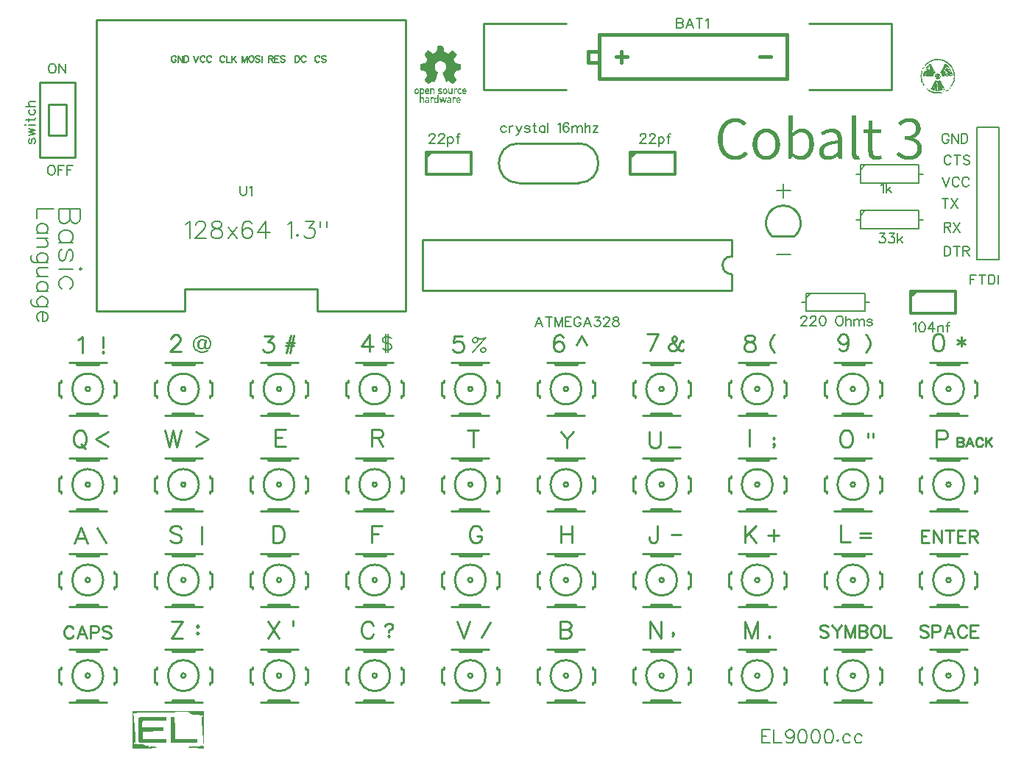
<source format=gto>
G04 Layer: TopSilkLayer*
G04 EasyEDA v6.3.53, 2020-06-23T11:31:42+02:00*
G04 9deb55b867614345ac0c6ea2e1a2c697,50b924b206514efda7368a069ed08794,10*
G04 Gerber Generator version 0.2*
G04 Scale: 100 percent, Rotated: No, Reflected: No *
G04 Dimensions in millimeters *
G04 leading zeros omitted , absolute positions ,3 integer and 3 decimal *
%FSLAX33Y33*%
%MOMM*%
G90*
G71D02*

%ADD10C,0.254000*%
%ADD13C,0.150012*%
%ADD14C,0.152400*%
%ADD26C,0.206451*%
%ADD27C,0.406399*%
%ADD28C,0.203200*%
%ADD29C,0.202999*%
%ADD30C,0.309677*%
%ADD31C,0.202997*%
%ADD32C,0.200000*%
%ADD34C,0.180010*%
%ADD35C,0.250012*%
%ADD36C,0.219989*%
%ADD37C,0.149860*%

%LPD*%

%LPD*%
G36*
G01X16262Y4988D02*
G01X14303Y4988D01*
G01X14181Y4987D01*
G01X14069Y4987D01*
G01X13965Y4986D01*
G01X13870Y4985D01*
G01X13782Y4983D01*
G01X13702Y4982D01*
G01X13629Y4980D01*
G01X13563Y4978D01*
G01X13503Y4975D01*
G01X13449Y4972D01*
G01X13400Y4969D01*
G01X13358Y4965D01*
G01X13320Y4961D01*
G01X13287Y4956D01*
G01X13257Y4950D01*
G01X13232Y4944D01*
G01X13210Y4937D01*
G01X13192Y4930D01*
G01X13175Y4922D01*
G01X13162Y4913D01*
G01X13140Y4893D01*
G01X13132Y4882D01*
G01X13124Y4870D01*
G01X13117Y4857D01*
G01X13111Y4842D01*
G01X13105Y4820D01*
G01X13100Y4792D01*
G01X13094Y4758D01*
G01X13089Y4719D01*
G01X13084Y4675D01*
G01X13080Y4625D01*
G01X13076Y4570D01*
G01X13072Y4512D01*
G01X13069Y4450D01*
G01X13065Y4384D01*
G01X13062Y4314D01*
G01X13060Y4241D01*
G01X13057Y4166D01*
G01X13055Y4087D01*
G01X13053Y4007D01*
G01X13051Y3925D01*
G01X13049Y3757D01*
G01X13048Y3671D01*
G01X13048Y3325D01*
G01X13050Y3155D01*
G01X13051Y3071D01*
G01X13053Y2989D01*
G01X13055Y2909D01*
G01X13057Y2831D01*
G01X13060Y2755D01*
G01X13062Y2682D01*
G01X13065Y2613D01*
G01X13069Y2547D01*
G01X13072Y2484D01*
G01X13076Y2425D01*
G01X13080Y2371D01*
G01X13084Y2322D01*
G01X13089Y2277D01*
G01X13094Y2238D01*
G01X13100Y2204D01*
G01X13105Y2176D01*
G01X13111Y2154D01*
G01X13117Y2139D01*
G01X13124Y2126D01*
G01X13132Y2114D01*
G01X13141Y2103D01*
G01X13151Y2093D01*
G01X13162Y2083D01*
G01X13176Y2075D01*
G01X13192Y2067D01*
G01X13211Y2059D01*
G01X13233Y2052D01*
G01X13259Y2046D01*
G01X13289Y2041D01*
G01X13323Y2036D01*
G01X13361Y2031D01*
G01X13405Y2027D01*
G01X13454Y2024D01*
G01X13509Y2021D01*
G01X13570Y2018D01*
G01X13638Y2016D01*
G01X13712Y2014D01*
G01X13794Y2013D01*
G01X13884Y2011D01*
G01X13982Y2010D01*
G01X14088Y2010D01*
G01X14203Y2009D01*
G01X14460Y2009D01*
G01X14603Y2008D01*
G01X16329Y2008D01*
G01X16329Y2412D01*
G01X13550Y2449D01*
G01X13550Y3329D01*
G01X15994Y3365D01*
G01X15994Y3769D01*
G01X13510Y3769D01*
G01X13529Y4158D01*
G01X13550Y4548D01*
G01X16262Y4584D01*
G01X16262Y4988D01*
G37*

%LPD*%
G36*
G01X17263Y4988D02*
G01X16797Y4988D01*
G01X16797Y2006D01*
G01X18320Y2024D01*
G01X19844Y2042D01*
G01X19865Y2227D01*
G01X19886Y2411D01*
G01X18593Y2430D01*
G01X17299Y2449D01*
G01X17281Y3718D01*
G01X17263Y4988D01*
G37*

%LPD*%
G36*
G01X18154Y1513D02*
G01X18036Y1515D01*
G01X17921Y1512D01*
G01X17854Y1506D01*
G01X17841Y1497D01*
G01X17886Y1485D01*
G01X17970Y1477D01*
G01X18061Y1474D01*
G01X18148Y1477D01*
G01X18221Y1486D01*
G01X18253Y1498D01*
G01X18228Y1507D01*
G01X18154Y1513D01*
G37*

%LPD*%
G36*
G01X20437Y1656D02*
G01X20389Y1656D01*
G01X20332Y1654D01*
G01X20266Y1650D01*
G01X20190Y1646D01*
G01X20104Y1639D01*
G01X20008Y1632D01*
G01X19900Y1623D01*
G01X19780Y1612D01*
G01X19647Y1600D01*
G01X19502Y1586D01*
G01X19342Y1572D01*
G01X18505Y1497D01*
G01X19174Y1446D01*
G01X19244Y1441D01*
G01X19317Y1436D01*
G01X19390Y1430D01*
G01X19464Y1423D01*
G01X19614Y1411D01*
G01X19760Y1399D01*
G01X19831Y1393D01*
G01X19899Y1387D01*
G01X19964Y1381D01*
G01X20026Y1375D01*
G01X20084Y1370D01*
G01X20138Y1364D01*
G01X20186Y1360D01*
G01X20229Y1355D01*
G01X20355Y1342D01*
G01X20450Y1335D01*
G01X20518Y1335D01*
G01X20564Y1343D01*
G01X20592Y1361D01*
G01X20607Y1391D01*
G01X20613Y1434D01*
G01X20614Y1492D01*
G01X20614Y1560D01*
G01X20613Y1577D01*
G01X20609Y1594D01*
G01X20603Y1608D01*
G01X20594Y1621D01*
G01X20581Y1631D01*
G01X20564Y1639D01*
G01X20541Y1646D01*
G01X20513Y1651D01*
G01X20479Y1655D01*
G01X20437Y1656D01*
G37*

%LPD*%
G36*
G01X20614Y5665D02*
G01X12378Y5665D01*
G01X12378Y1331D01*
G01X13807Y1331D01*
G01X13925Y1332D01*
G01X14032Y1333D01*
G01X14130Y1335D01*
G01X14220Y1337D01*
G01X14301Y1340D01*
G01X14374Y1343D01*
G01X14440Y1347D01*
G01X14498Y1351D01*
G01X14550Y1355D01*
G01X14596Y1361D01*
G01X14635Y1367D01*
G01X14670Y1374D01*
G01X14700Y1382D01*
G01X14725Y1390D01*
G01X14746Y1400D01*
G01X14763Y1410D01*
G01X14778Y1421D01*
G01X14789Y1434D01*
G01X14835Y1479D01*
G01X14876Y1498D01*
G01X14918Y1490D01*
G01X14968Y1456D01*
G01X15015Y1424D01*
G01X15058Y1412D01*
G01X15097Y1422D01*
G01X15136Y1452D01*
G01X15162Y1488D01*
G01X15157Y1517D01*
G01X15120Y1541D01*
G01X15049Y1561D01*
G01X14968Y1577D01*
G01X14889Y1591D01*
G01X14816Y1603D01*
G01X14747Y1612D01*
G01X14684Y1618D01*
G01X14627Y1622D01*
G01X14576Y1624D01*
G01X14534Y1622D01*
G01X14500Y1618D01*
G01X14475Y1612D01*
G01X14459Y1602D01*
G01X14454Y1590D01*
G01X14444Y1569D01*
G01X14420Y1551D01*
G01X14382Y1539D01*
G01X14337Y1535D01*
G01X14284Y1539D01*
G01X14263Y1548D01*
G01X14272Y1566D01*
G01X14310Y1594D01*
G01X14325Y1608D01*
G01X14326Y1623D01*
G01X14311Y1636D01*
G01X14283Y1649D01*
G01X14240Y1663D01*
G01X14182Y1675D01*
G01X14110Y1688D01*
G01X14024Y1700D01*
G01X13950Y1710D01*
G01X13882Y1723D01*
G01X13821Y1737D01*
G01X13770Y1752D01*
G01X13730Y1767D01*
G01X13702Y1782D01*
G01X13687Y1796D01*
G01X13687Y1810D01*
G01X13688Y1824D01*
G01X13674Y1837D01*
G01X13646Y1849D01*
G01X13606Y1859D01*
G01X13554Y1867D01*
G01X13492Y1875D01*
G01X13421Y1880D01*
G01X13342Y1883D01*
G01X13257Y1885D01*
G01X13166Y1884D01*
G01X13071Y1881D01*
G01X12973Y1876D01*
G01X12935Y1874D01*
G01X12901Y1875D01*
G01X12872Y1880D01*
G01X12846Y1889D01*
G01X12823Y1904D01*
G01X12804Y1926D01*
G01X12788Y1956D01*
G01X12774Y1994D01*
G01X12763Y2043D01*
G01X12754Y2103D01*
G01X12746Y2175D01*
G01X12740Y2260D01*
G01X12734Y2359D01*
G01X12730Y2473D01*
G01X12726Y2605D01*
G01X12722Y2753D01*
G01X12720Y2799D01*
G01X12719Y2849D01*
G01X12717Y2902D01*
G01X12714Y2958D01*
G01X12711Y3016D01*
G01X12708Y3077D01*
G01X12704Y3140D01*
G01X12700Y3206D01*
G01X12696Y3273D01*
G01X12692Y3342D01*
G01X12687Y3412D01*
G01X12682Y3483D01*
G01X12677Y3555D01*
G01X12671Y3628D01*
G01X12666Y3701D01*
G01X12648Y3920D01*
G01X12642Y3992D01*
G01X12635Y4063D01*
G01X12629Y4133D01*
G01X12622Y4202D01*
G01X12616Y4269D01*
G01X12609Y4335D01*
G01X12599Y4431D01*
G01X12589Y4525D01*
G01X12580Y4617D01*
G01X12571Y4707D01*
G01X12563Y4792D01*
G01X12555Y4875D01*
G01X12548Y4952D01*
G01X12540Y5025D01*
G01X12534Y5093D01*
G01X12529Y5154D01*
G01X12524Y5209D01*
G01X12520Y5257D01*
G01X12517Y5297D01*
G01X12514Y5329D01*
G01X12512Y5353D01*
G01X12512Y5368D01*
G01X12514Y5379D01*
G01X12519Y5389D01*
G01X12529Y5399D01*
G01X12543Y5407D01*
G01X12563Y5415D01*
G01X12587Y5422D01*
G01X12618Y5428D01*
G01X12655Y5435D01*
G01X12698Y5440D01*
G01X12749Y5444D01*
G01X12807Y5448D01*
G01X12873Y5452D01*
G01X12947Y5455D01*
G01X13030Y5457D01*
G01X13122Y5460D01*
G01X13224Y5462D01*
G01X13335Y5463D01*
G01X13457Y5464D01*
G01X13590Y5465D01*
G01X13734Y5466D01*
G01X13868Y5466D01*
G01X13917Y5467D01*
G01X14019Y5467D01*
G01X14073Y5468D01*
G01X14127Y5468D01*
G01X14184Y5469D01*
G01X14242Y5470D01*
G01X14301Y5470D01*
G01X14362Y5471D01*
G01X14424Y5472D01*
G01X14487Y5473D01*
G01X14551Y5474D01*
G01X14616Y5475D01*
G01X14682Y5476D01*
G01X14749Y5477D01*
G01X14885Y5479D01*
G01X14955Y5481D01*
G01X15025Y5482D01*
G01X15167Y5484D01*
G01X15312Y5487D01*
G01X15385Y5489D01*
G01X15457Y5490D01*
G01X15752Y5497D01*
G01X15826Y5498D01*
G01X15900Y5500D01*
G01X16047Y5503D01*
G01X16121Y5505D01*
G01X16194Y5507D01*
G01X16339Y5511D01*
G01X16411Y5512D01*
G01X16554Y5516D01*
G01X16624Y5518D01*
G01X16762Y5522D01*
G01X16898Y5526D01*
G01X17003Y5529D01*
G01X17107Y5532D01*
G01X17208Y5534D01*
G01X17308Y5537D01*
G01X17405Y5539D01*
G01X17500Y5541D01*
G01X17592Y5543D01*
G01X17682Y5544D01*
G01X17770Y5546D01*
G01X17855Y5547D01*
G01X17936Y5548D01*
G01X18016Y5549D01*
G01X18091Y5549D01*
G01X18164Y5550D01*
G01X18365Y5550D01*
G01X18425Y5549D01*
G01X18481Y5549D01*
G01X18534Y5548D01*
G01X18584Y5547D01*
G01X18629Y5546D01*
G01X18671Y5544D01*
G01X18709Y5543D01*
G01X18743Y5541D01*
G01X18773Y5539D01*
G01X18799Y5537D01*
G01X18820Y5534D01*
G01X18838Y5532D01*
G01X18850Y5529D01*
G01X18858Y5526D01*
G01X18862Y5522D01*
G01X18878Y5499D01*
G01X18907Y5480D01*
G01X18943Y5467D01*
G01X18983Y5462D01*
G01X19020Y5456D01*
G01X19042Y5439D01*
G01X19046Y5412D01*
G01X19034Y5377D01*
G01X19019Y5348D01*
G01X19016Y5332D01*
G01X19023Y5330D01*
G01X19041Y5344D01*
G01X19074Y5355D01*
G01X19125Y5350D01*
G01X19185Y5329D01*
G01X19249Y5294D01*
G01X19284Y5274D01*
G01X19327Y5256D01*
G01X19377Y5240D01*
G01X19430Y5226D01*
G01X19487Y5215D01*
G01X19544Y5208D01*
G01X19601Y5203D01*
G01X19655Y5203D01*
G01X19713Y5204D01*
G01X19780Y5205D01*
G01X19854Y5204D01*
G01X19932Y5203D01*
G01X20012Y5201D01*
G01X20090Y5198D01*
G01X20167Y5195D01*
G01X20238Y5191D01*
G01X20331Y5184D01*
G01X20402Y5176D01*
G01X20453Y5167D01*
G01X20485Y5157D01*
G01X20500Y5145D01*
G01X20498Y5129D01*
G01X20481Y5109D01*
G01X20451Y5085D01*
G01X20429Y5066D01*
G01X20410Y5045D01*
G01X20394Y5021D01*
G01X20381Y4992D01*
G01X20372Y4956D01*
G01X20365Y4914D01*
G01X20361Y4863D01*
G01X20359Y4802D01*
G01X20360Y4730D01*
G01X20363Y4646D01*
G01X20368Y4548D01*
G01X20375Y4436D01*
G01X20380Y4344D01*
G01X20386Y4252D01*
G01X20393Y4161D01*
G01X20411Y3885D01*
G01X20418Y3794D01*
G01X20424Y3704D01*
G01X20431Y3614D01*
G01X20437Y3525D01*
G01X20443Y3437D01*
G01X20450Y3349D01*
G01X20456Y3263D01*
G01X20462Y3179D01*
G01X20469Y3095D01*
G01X20475Y3013D01*
G01X20481Y2933D01*
G01X20487Y2855D01*
G01X20493Y2779D01*
G01X20499Y2704D01*
G01X20504Y2632D01*
G01X20510Y2562D01*
G01X20516Y2495D01*
G01X20521Y2430D01*
G01X20526Y2367D01*
G01X20531Y2308D01*
G01X20536Y2251D01*
G01X20541Y2198D01*
G01X20545Y2147D01*
G01X20550Y2101D01*
G01X20554Y2057D01*
G01X20558Y2017D01*
G01X20561Y1980D01*
G01X20565Y1948D01*
G01X20568Y1919D01*
G01X20571Y1894D01*
G01X20573Y1874D01*
G01X20576Y1858D01*
G01X20578Y1846D01*
G01X20580Y1839D01*
G01X20581Y1838D01*
G01X20582Y1842D01*
G01X20584Y1851D01*
G01X20585Y1865D01*
G01X20586Y1884D01*
G01X20587Y1907D01*
G01X20588Y1934D01*
G01X20589Y1966D01*
G01X20591Y2003D01*
G01X20592Y2043D01*
G01X20593Y2087D01*
G01X20594Y2135D01*
G01X20595Y2186D01*
G01X20596Y2242D01*
G01X20597Y2301D01*
G01X20598Y2363D01*
G01X20599Y2429D01*
G01X20600Y2497D01*
G01X20601Y2568D01*
G01X20601Y2643D01*
G01X20602Y2720D01*
G01X20603Y2800D01*
G01X20604Y2883D01*
G01X20604Y2968D01*
G01X20605Y3055D01*
G01X20606Y3144D01*
G01X20606Y3235D01*
G01X20607Y3328D01*
G01X20607Y3423D01*
G01X20608Y3520D01*
G01X20608Y3718D01*
G01X20614Y5665D01*
G37*

%LPC*%
G36*
G01X14328Y1460D02*
G01X14281Y1461D01*
G01X14234Y1456D01*
G01X14211Y1448D01*
G01X14213Y1435D01*
G01X14240Y1420D01*
G01X14278Y1410D01*
G01X14314Y1407D01*
G01X14346Y1413D01*
G01X14369Y1425D01*
G01X14374Y1441D01*
G01X14360Y1453D01*
G01X14328Y1460D01*
G37*
G36*
G01X14595Y1460D02*
G01X14549Y1461D01*
G01X14502Y1456D01*
G01X14479Y1448D01*
G01X14481Y1435D01*
G01X14508Y1420D01*
G01X14545Y1410D01*
G01X14582Y1407D01*
G01X14614Y1413D01*
G01X14636Y1425D01*
G01X14642Y1441D01*
G01X14627Y1453D01*
G01X14595Y1460D01*
G37*
G36*
G01X12659Y2022D02*
G01X12620Y2053D01*
G01X12596Y2052D01*
G01X12583Y2015D01*
G01X12579Y1941D01*
G01X12583Y1866D01*
G01X12596Y1829D01*
G01X12620Y1827D01*
G01X12659Y1859D01*
G01X12694Y1902D01*
G01X12706Y1941D01*
G01X12694Y1979D01*
G01X12659Y2022D01*
G37*

%LPD*%
G36*
G01X103387Y79870D02*
G01X103378Y79872D01*
G01X103367Y79867D01*
G01X103353Y79857D01*
G01X103338Y79841D01*
G01X103326Y79824D01*
G01X103317Y79807D01*
G01X103314Y79794D01*
G01X103317Y79785D01*
G01X103325Y79783D01*
G01X103337Y79789D01*
G01X103351Y79799D01*
G01X103365Y79814D01*
G01X103378Y79831D01*
G01X103386Y79848D01*
G01X103389Y79861D01*
G01X103387Y79870D01*
G37*

%LPD*%
G36*
G01X103626Y79680D02*
G01X103619Y79689D01*
G01X103602Y79679D01*
G01X103570Y79649D01*
G01X103542Y79615D01*
G01X103530Y79586D01*
G01X103534Y79562D01*
G01X103555Y79542D01*
G01X103582Y79525D01*
G01X103582Y79568D01*
G01X103584Y79584D01*
G01X103589Y79598D01*
G01X103596Y79607D01*
G01X103614Y79613D01*
G01X103621Y79622D01*
G01X103626Y79635D01*
G01X103627Y79651D01*
G01X103626Y79680D01*
G37*

%LPD*%
G36*
G01X103448Y79877D02*
G01X103412Y79889D01*
G01X103448Y79831D01*
G01X103370Y79785D01*
G01X103338Y79764D01*
G01X103306Y79737D01*
G01X103278Y79710D01*
G01X103260Y79686D01*
G01X103226Y79632D01*
G01X103280Y79666D01*
G01X103292Y79590D01*
G01X103303Y79515D01*
G01X103311Y79665D01*
G01X103406Y79669D01*
G01X103339Y79696D01*
G01X103372Y79730D01*
G01X103390Y79744D01*
G01X103411Y79759D01*
G01X103434Y79772D01*
G01X103456Y79781D01*
G01X103505Y79801D01*
G01X103495Y79833D01*
G01X103488Y79846D01*
G01X103476Y79859D01*
G01X103463Y79870D01*
G01X103448Y79877D01*
G37*

%LPD*%
G36*
G01X103620Y79500D02*
G01X103610Y79501D01*
G01X103599Y79499D01*
G01X103590Y79493D01*
G01X103585Y79484D01*
G01X103582Y79473D01*
G01X103582Y79444D01*
G01X103610Y79461D01*
G01X103620Y79468D01*
G01X103628Y79476D01*
G01X103634Y79484D01*
G01X103637Y79490D01*
G01X103634Y79494D01*
G01X103628Y79498D01*
G01X103620Y79500D01*
G37*

%LPD*%
G36*
G01X103198Y79516D02*
G01X103190Y79518D01*
G01X103181Y79512D01*
G01X103172Y79500D01*
G01X103164Y79482D01*
G01X103145Y79433D01*
G01X103179Y79467D01*
G01X103191Y79481D01*
G01X103198Y79495D01*
G01X103201Y79508D01*
G01X103198Y79516D01*
G37*

%LPD*%
G36*
G01X105932Y80189D02*
G01X105869Y80230D01*
G01X105725Y79982D01*
G01X105665Y79877D01*
G01X105608Y79777D01*
G01X105554Y79683D01*
G01X105503Y79595D01*
G01X105457Y79514D01*
G01X105416Y79442D01*
G01X105379Y79378D01*
G01X105349Y79323D01*
G01X105324Y79279D01*
G01X105306Y79246D01*
G01X105295Y79225D01*
G01X105291Y79217D01*
G01X105298Y79206D01*
G01X105317Y79184D01*
G01X105346Y79152D01*
G01X105381Y79114D01*
G01X105472Y79018D01*
G01X105542Y78768D01*
G01X105785Y78768D01*
G01X105771Y78825D01*
G01X105755Y78882D01*
G01X105804Y78838D01*
G01X105852Y78794D01*
G01X105887Y78835D01*
G01X105902Y78851D01*
G01X105917Y78864D01*
G01X105932Y78874D01*
G01X105942Y78877D01*
G01X105964Y78877D01*
G01X105935Y78768D01*
G01X106202Y78768D01*
G01X106191Y78863D01*
G01X106185Y78902D01*
G01X106176Y78935D01*
G01X106166Y78960D01*
G01X106156Y78974D01*
G01X106146Y78982D01*
G01X106138Y78992D01*
G01X106133Y79004D01*
G01X106131Y79016D01*
G01X106131Y79044D01*
G01X106240Y78931D01*
G01X106282Y78885D01*
G01X106317Y78844D01*
G01X106340Y78812D01*
G01X106348Y78793D01*
G01X106348Y78768D01*
G01X106458Y78768D01*
G01X106486Y78841D01*
G01X106513Y78913D01*
G01X106482Y78933D01*
G01X106451Y78952D01*
G01X106483Y79003D01*
G01X106515Y79053D01*
G01X106486Y78958D01*
G01X106519Y78955D01*
G01X106533Y78954D01*
G01X106548Y78953D01*
G01X106561Y78954D01*
G01X106591Y78957D01*
G01X106575Y78917D01*
G01X106567Y78902D01*
G01X106557Y78888D01*
G01X106546Y78880D01*
G01X106535Y78877D01*
G01X106511Y78877D01*
G01X106511Y78774D01*
G01X106701Y78774D01*
G01X106701Y79027D01*
G01X106649Y79208D01*
G01X106628Y79277D01*
G01X106605Y79342D01*
G01X106581Y79401D01*
G01X106558Y79453D01*
G01X106534Y79496D01*
G01X106513Y79528D01*
G01X106493Y79549D01*
G01X106477Y79556D01*
G01X106454Y79556D01*
G01X106470Y79583D01*
G01X106487Y79610D01*
G01X106406Y79726D01*
G01X106367Y79778D01*
G01X106328Y79828D01*
G01X106289Y79875D01*
G01X106250Y79920D01*
G01X106211Y79961D01*
G01X106171Y80000D01*
G01X106133Y80034D01*
G01X106094Y80066D01*
G01X106016Y80126D01*
G01X105989Y80108D01*
G01X105961Y80091D01*
G01X105978Y80119D01*
G01X105996Y80148D01*
G01X105932Y80189D01*
G37*

%LPC*%
G36*
G01X106104Y78877D02*
G01X106080Y78877D01*
G01X106069Y78874D01*
G01X106054Y78864D01*
G01X106052Y78862D01*
G01X106077Y78822D01*
G01X106103Y78782D01*
G01X106104Y78829D01*
G01X106104Y78877D01*
G37*
G36*
G01X106051Y78829D02*
G01X106051Y78862D01*
G01X106038Y78852D01*
G01X106023Y78836D01*
G01X105989Y78795D01*
G01X106050Y78795D01*
G01X106051Y78829D01*
G37*
G36*
G01X105867Y79936D02*
G01X105831Y80004D01*
G01X105850Y79896D01*
G01X105858Y79844D01*
G01X105864Y79784D01*
G01X105868Y79723D01*
G01X105870Y79669D01*
G01X105869Y79551D01*
G01X105831Y79527D01*
G01X105793Y79504D01*
G01X105767Y79530D01*
G01X105742Y79550D01*
G01X105720Y79554D01*
G01X105703Y79543D01*
G01X105688Y79516D01*
G01X105673Y79476D01*
G01X105703Y79457D01*
G01X105733Y79439D01*
G01X105714Y79470D01*
G01X105694Y79501D01*
G01X105720Y79501D01*
G01X105733Y79498D01*
G01X105749Y79488D01*
G01X105766Y79474D01*
G01X105782Y79456D01*
G01X105819Y79411D01*
G01X105786Y79400D01*
G01X105752Y79388D01*
G01X105752Y79284D01*
G01X105804Y79284D01*
G01X105790Y79322D01*
G01X105775Y79360D01*
G01X105802Y79377D01*
G01X105829Y79393D01*
G01X105996Y79181D01*
G01X105964Y79080D01*
G01X106022Y79162D01*
G01X106026Y79135D01*
G01X106026Y79093D01*
G01X106025Y79062D01*
G01X106024Y79030D01*
G01X106019Y78952D01*
G01X106073Y78986D01*
G01X106086Y78938D01*
G01X106098Y78890D01*
G01X106104Y79012D01*
G01X106070Y79013D01*
G01X106037Y79013D01*
G01X106066Y79033D01*
G01X106078Y79045D01*
G01X106091Y79062D01*
G01X106103Y79081D01*
G01X106112Y79101D01*
G01X106130Y79148D01*
G01X106052Y79148D01*
G01X105998Y79250D01*
G01X106017Y79271D01*
G01X106037Y79293D01*
G01X105977Y79259D01*
G01X105926Y79321D01*
G01X105887Y79373D01*
G01X105868Y79417D01*
G01X105868Y79453D01*
G01X105886Y79487D01*
G01X105914Y79520D01*
G01X105878Y79556D01*
G01X105969Y79556D01*
G01X105969Y79591D01*
G01X105967Y79607D01*
G01X105961Y79624D01*
G01X105952Y79640D01*
G01X105942Y79653D01*
G01X105932Y79671D01*
G01X105922Y79699D01*
G01X105914Y79735D01*
G01X105910Y79774D01*
G01X105904Y79816D01*
G01X105894Y79861D01*
G01X105881Y79902D01*
G01X105867Y79936D01*
G37*
G36*
G01X105567Y79077D02*
G01X105548Y79091D01*
G01X105537Y79087D01*
G01X105535Y79067D01*
G01X105537Y79056D01*
G01X105544Y79048D01*
G01X105552Y79042D01*
G01X105563Y79040D01*
G01X105592Y79040D01*
G01X105579Y79017D01*
G01X105564Y78995D01*
G01X105644Y78995D01*
G01X105598Y79044D01*
G01X105567Y79077D01*
G37*
G36*
G01X105932Y79194D02*
G01X105895Y79194D01*
G01X105908Y79141D01*
G01X105922Y79090D01*
G01X105945Y79126D01*
G01X105954Y79141D01*
G01X105961Y79156D01*
G01X105966Y79169D01*
G01X105968Y79178D01*
G01X105966Y79184D01*
G01X105958Y79189D01*
G01X105946Y79193D01*
G01X105932Y79194D01*
G37*
G36*
G01X106074Y79243D02*
G01X106062Y79256D01*
G01X106054Y79252D01*
G01X106050Y79231D01*
G01X106052Y79220D01*
G01X106058Y79208D01*
G01X106066Y79198D01*
G01X106077Y79189D01*
G01X106104Y79173D01*
G01X106088Y79215D01*
G01X106074Y79243D01*
G37*
G36*
G01X106545Y79400D02*
G01X106529Y79417D01*
G01X106514Y79414D01*
G01X106497Y79392D01*
G01X106480Y79365D01*
G01X106455Y79381D01*
G01X106430Y79396D01*
G01X106430Y79369D01*
G01X106433Y79358D01*
G01X106440Y79347D01*
G01X106450Y79337D01*
G01X106464Y79329D01*
G01X106498Y79316D01*
G01X106416Y79258D01*
G01X106464Y79258D01*
G01X106511Y79257D01*
G01X106511Y79337D01*
G01X106599Y79303D01*
G01X106568Y79362D01*
G01X106545Y79400D01*
G37*
G36*
G01X106325Y79447D02*
G01X106302Y79542D01*
G01X106302Y79453D01*
G01X106304Y79418D01*
G01X106308Y79386D01*
G01X106315Y79363D01*
G01X106322Y79352D01*
G01X106342Y79339D01*
G01X106368Y79473D01*
G01X106347Y79460D01*
G01X106325Y79447D01*
G37*
G36*
G01X105994Y79447D02*
G01X105966Y79447D01*
G01X105982Y79420D01*
G01X105990Y79410D01*
G01X105998Y79401D01*
G01X106005Y79395D01*
G01X106011Y79393D01*
G01X106015Y79395D01*
G01X106020Y79401D01*
G01X106022Y79410D01*
G01X106023Y79420D01*
G01X106021Y79430D01*
G01X106014Y79439D01*
G01X106005Y79445D01*
G01X105994Y79447D01*
G37*
G36*
G01X106068Y79536D02*
G01X106055Y79570D01*
G01X106057Y79406D01*
G01X106069Y79455D01*
G01X106073Y79476D01*
G01X106074Y79498D01*
G01X106072Y79519D01*
G01X106068Y79536D01*
G37*
G36*
G01X105964Y79516D02*
G01X105956Y79518D01*
G01X105947Y79512D01*
G01X105938Y79500D01*
G01X105930Y79482D01*
G01X105911Y79433D01*
G01X105945Y79467D01*
G01X105957Y79481D01*
G01X105964Y79495D01*
G01X105967Y79508D01*
G01X105964Y79516D01*
G37*
G36*
G01X106119Y79950D02*
G01X106077Y80004D01*
G01X106183Y79760D01*
G01X106157Y79734D01*
G01X106147Y79722D01*
G01X106139Y79708D01*
G01X106133Y79695D01*
G01X106131Y79683D01*
G01X106131Y79659D01*
G01X106173Y79675D01*
G01X106216Y79691D01*
G01X106199Y79664D01*
G01X106183Y79638D01*
G01X106234Y79638D01*
G01X106226Y79542D01*
G01X106340Y79558D01*
G01X106375Y79516D01*
G01X106409Y79475D01*
G01X106435Y79491D01*
G01X106460Y79507D01*
G01X106413Y79560D01*
G01X106393Y79584D01*
G01X106377Y79609D01*
G01X106365Y79634D01*
G01X106359Y79654D01*
G01X106354Y79673D01*
G01X106345Y79694D01*
G01X106333Y79715D01*
G01X106320Y79734D01*
G01X106288Y79773D01*
G01X106192Y79773D01*
G01X106177Y79834D01*
G01X106167Y79862D01*
G01X106153Y79894D01*
G01X106136Y79924D01*
G01X106119Y79950D01*
G37*
G36*
G01X106042Y79902D02*
G01X106029Y79950D01*
G01X106026Y79890D01*
G01X106027Y79866D01*
G01X106031Y79844D01*
G01X106037Y79827D01*
G01X106045Y79817D01*
G01X106068Y79803D01*
G01X106057Y79713D01*
G01X106046Y79624D01*
G01X106075Y79665D01*
G01X106086Y79686D01*
G01X106095Y79715D01*
G01X106101Y79748D01*
G01X106104Y79780D01*
G01X106104Y79855D01*
G01X106079Y79855D01*
G01X106068Y79859D01*
G01X106058Y79869D01*
G01X106048Y79884D01*
G01X106042Y79902D01*
G37*

%LPD*%
G36*
G01X106289Y79733D02*
G01X106282Y79735D01*
G01X106273Y79730D01*
G01X106264Y79717D01*
G01X106255Y79700D01*
G01X106237Y79651D01*
G01X106270Y79684D01*
G01X106282Y79699D01*
G01X106290Y79713D01*
G01X106292Y79725D01*
G01X106289Y79733D01*
G37*

%LPD*%
G36*
G01X106313Y79635D02*
G01X106308Y79638D01*
G01X106303Y79635D01*
G01X106294Y79627D01*
G01X106284Y79617D01*
G01X106273Y79604D01*
G01X106245Y79570D01*
G01X106371Y79570D01*
G01X106343Y79604D01*
G01X106331Y79617D01*
G01X106313Y79635D01*
G37*

%LPD*%
G36*
G01X104233Y80102D02*
G01X104152Y80249D01*
G01X104134Y80185D01*
G01X104117Y80122D01*
G01X104082Y80180D01*
G01X103920Y80048D01*
G01X103852Y79990D01*
G01X103788Y79930D01*
G01X103733Y79874D01*
G01X103696Y79831D01*
G01X103634Y79745D01*
G01X103676Y79703D01*
G01X103692Y79683D01*
G01X103706Y79662D01*
G01X103715Y79640D01*
G01X103718Y79622D01*
G01X103718Y79583D01*
G01X103650Y79581D01*
G01X103731Y79515D01*
G01X103734Y79406D01*
G01X103685Y79359D01*
G01X103637Y79311D01*
G01X103637Y79426D01*
G01X103597Y79411D01*
G01X103559Y79396D01*
G01X103548Y79415D01*
G01X103544Y79419D01*
G01X103543Y79418D01*
G01X103543Y79412D01*
G01X103545Y79400D01*
G01X103547Y79383D01*
G01X103547Y79364D01*
G01X103544Y79344D01*
G01X103538Y79326D01*
G01X103523Y79286D01*
G01X103481Y79328D01*
G01X103438Y79370D01*
G01X103414Y79327D01*
G01X103400Y79294D01*
G01X103385Y79241D01*
G01X103368Y79174D01*
G01X103351Y79099D01*
G01X103336Y79022D01*
G01X103324Y78950D01*
G01X103315Y78888D01*
G01X103311Y78841D01*
G01X103311Y78765D01*
G01X103332Y78777D01*
G01X103344Y78780D01*
G01X103362Y78779D01*
G01X103384Y78775D01*
G01X103406Y78768D01*
G01X103460Y78748D01*
G01X103496Y78806D01*
G01X103532Y78863D01*
G01X103501Y78765D01*
G01X103528Y78782D01*
G01X103539Y78791D01*
G01X103547Y78803D01*
G01X103553Y78817D01*
G01X103555Y78831D01*
G01X103559Y78846D01*
G01X103569Y78863D01*
G01X103584Y78879D01*
G01X103602Y78893D01*
G01X103650Y78923D01*
G01X103654Y78855D01*
G01X103658Y78788D01*
G01X103731Y78743D01*
G01X103767Y78863D01*
G01X103770Y78795D01*
G01X103774Y78727D01*
G01X103802Y78776D01*
G01X103831Y78825D01*
G01X103903Y78765D01*
G01X104402Y78742D01*
G01X104504Y78797D01*
G01X104504Y78852D01*
G01X104516Y78919D01*
G01X104551Y78992D01*
G01X104603Y79066D01*
G01X104668Y79132D01*
G01X104753Y79203D01*
G01X104691Y79305D01*
G01X104666Y79345D01*
G01X104642Y79381D01*
G01X104623Y79407D01*
G01X104611Y79420D01*
G01X104603Y79430D01*
G01X104593Y79448D01*
G01X104583Y79470D01*
G01X104574Y79495D01*
G01X104554Y79557D01*
G01X104526Y79539D01*
G01X104496Y79520D01*
G01X104534Y79582D01*
G01X104476Y79690D01*
G01X104409Y79665D01*
G01X104342Y79639D01*
G01X104344Y79699D01*
G01X104346Y79760D01*
G01X104359Y79726D01*
G01X104380Y79703D01*
G01X104410Y79692D01*
G01X104438Y79695D01*
G01X104450Y79713D01*
G01X104445Y79729D01*
G01X104430Y79757D01*
G01X104409Y79793D01*
G01X104382Y79833D01*
G01X104356Y79873D01*
G01X104334Y79907D01*
G01X104320Y79932D01*
G01X104315Y79944D01*
G01X104308Y79960D01*
G01X104291Y79995D01*
G01X104265Y80044D01*
G01X104233Y80102D01*
G37*

%LPC*%
G36*
G01X103620Y79039D02*
G01X103610Y79040D01*
G01X103599Y79037D01*
G01X103590Y79031D01*
G01X103585Y79022D01*
G01X103582Y79011D01*
G01X103582Y78982D01*
G01X103610Y78999D01*
G01X103620Y79006D01*
G01X103628Y79014D01*
G01X103634Y79022D01*
G01X103637Y79028D01*
G01X103634Y79033D01*
G01X103628Y79036D01*
G01X103620Y79039D01*
G37*
G36*
G01X103873Y79209D02*
G01X103861Y79271D01*
G01X103861Y79026D01*
G01X103873Y79087D01*
G01X103876Y79116D01*
G01X103877Y79148D01*
G01X103876Y79181D01*
G01X103873Y79209D01*
G37*
G36*
G01X103571Y79168D02*
G01X103555Y79184D01*
G01X103557Y79133D01*
G01X103559Y79080D01*
G01X103574Y79116D01*
G01X103578Y79131D01*
G01X103579Y79146D01*
G01X103577Y79159D01*
G01X103571Y79168D01*
G37*
G36*
G01X103747Y79361D02*
G01X103711Y79372D01*
G01X103723Y79337D01*
G01X103730Y79322D01*
G01X103742Y79308D01*
G01X103756Y79297D01*
G01X103771Y79289D01*
G01X103806Y79277D01*
G01X103794Y79313D01*
G01X103787Y79328D01*
G01X103775Y79342D01*
G01X103761Y79353D01*
G01X103747Y79361D01*
G37*
G36*
G01X103593Y79336D02*
G01X103582Y79338D01*
G01X103572Y79336D01*
G01X103563Y79331D01*
G01X103557Y79322D01*
G01X103555Y79311D01*
G01X103557Y79301D01*
G01X103563Y79292D01*
G01X103572Y79287D01*
G01X103582Y79284D01*
G01X103593Y79287D01*
G01X103601Y79292D01*
G01X103607Y79301D01*
G01X103610Y79311D01*
G01X103607Y79322D01*
G01X103601Y79331D01*
G01X103593Y79336D01*
G37*
G36*
G01X103929Y79369D02*
G01X103917Y79404D01*
G01X103897Y79369D01*
G01X103875Y79335D01*
G01X103908Y79302D01*
G01X103924Y79319D01*
G01X103930Y79328D01*
G01X103932Y79340D01*
G01X103932Y79355D01*
G01X103929Y79369D01*
G37*
G36*
G01X104584Y79393D02*
G01X104532Y79393D01*
G01X104532Y79336D01*
G01X104535Y79323D01*
G01X104538Y79315D01*
G01X104542Y79311D01*
G01X104547Y79315D01*
G01X104554Y79323D01*
G01X104562Y79336D01*
G01X104568Y79352D01*
G01X104584Y79393D01*
G37*
G36*
G01X104173Y79734D02*
G01X104153Y79754D01*
G01X104136Y79709D01*
G01X104119Y79665D01*
G01X104043Y79665D01*
G01X104043Y79529D01*
G01X104096Y79529D01*
G01X104080Y79570D01*
G01X104065Y79610D01*
G01X104129Y79663D01*
G01X104192Y79714D01*
G01X104173Y79734D01*
G37*
G36*
G01X104104Y80045D02*
G01X104087Y80045D01*
G01X104080Y80034D01*
G01X104075Y80005D01*
G01X104072Y79962D01*
G01X104070Y79909D01*
G01X104070Y79773D01*
G01X104012Y79773D01*
G01X104030Y79834D01*
G01X104047Y79896D01*
G01X104019Y79855D01*
G01X104007Y79833D01*
G01X103998Y79803D01*
G01X103992Y79770D01*
G01X103990Y79737D01*
G01X103989Y79660D01*
G01X103946Y79703D01*
G01X103912Y79732D01*
G01X103883Y79744D01*
G01X103860Y79739D01*
G01X103839Y79718D01*
G01X103822Y79689D01*
G01X103854Y79650D01*
G01X103887Y79610D01*
G01X103822Y79610D01*
G01X103832Y79581D01*
G01X103838Y79570D01*
G01X103846Y79561D01*
G01X103856Y79556D01*
G01X103868Y79554D01*
G01X103894Y79556D01*
G01X103898Y79604D01*
G01X103902Y79644D01*
G01X103903Y79661D01*
G01X103905Y79673D01*
G01X103908Y79696D01*
G01X103951Y79651D01*
G01X103996Y79608D01*
G01X104038Y79669D01*
G01X104082Y79730D01*
G01X104104Y80045D01*
G37*
G36*
G01X103783Y79772D02*
G01X103772Y79773D01*
G01X103761Y79771D01*
G01X103753Y79765D01*
G01X103747Y79755D01*
G01X103745Y79744D01*
G01X103745Y79716D01*
G01X103772Y79733D01*
G01X103783Y79740D01*
G01X103791Y79748D01*
G01X103797Y79755D01*
G01X103799Y79761D01*
G01X103797Y79766D01*
G01X103791Y79770D01*
G01X103783Y79772D01*
G37*
G36*
G01X103955Y79826D02*
G01X103950Y79828D01*
G01X103944Y79826D01*
G01X103929Y79811D01*
G01X103921Y79800D01*
G01X103905Y79773D01*
G01X103933Y79773D01*
G01X103944Y79775D01*
G01X103953Y79781D01*
G01X103960Y79790D01*
G01X103962Y79800D01*
G01X103961Y79811D01*
G01X103959Y79819D01*
G01X103955Y79826D01*
G37*
G36*
G01X103825Y79936D02*
G01X103796Y79936D01*
G01X103813Y79909D01*
G01X103820Y79899D01*
G01X103828Y79890D01*
G01X103836Y79884D01*
G01X103842Y79882D01*
G01X103846Y79884D01*
G01X103850Y79890D01*
G01X103852Y79899D01*
G01X103853Y79909D01*
G01X103851Y79920D01*
G01X103845Y79928D01*
G01X103836Y79934D01*
G01X103825Y79936D01*
G37*
G36*
G01X103979Y80012D02*
G01X103980Y80017D01*
G01X103974Y80014D01*
G01X103961Y80004D01*
G01X103944Y79992D01*
G01X103923Y79976D01*
G01X103870Y79936D01*
G01X103921Y79885D01*
G01X103952Y79951D01*
G01X103965Y79977D01*
G01X103973Y79998D01*
G01X103979Y80012D01*
G37*
G36*
G01X104033Y80037D02*
G01X104016Y80054D01*
G01X104019Y80002D01*
G01X104021Y79950D01*
G01X104035Y79986D01*
G01X104039Y80001D01*
G01X104040Y80016D01*
G01X104038Y80028D01*
G01X104033Y80037D01*
G37*

%LPD*%
G36*
G01X105064Y79087D02*
G01X105016Y79092D01*
G01X104967Y79086D01*
G01X104916Y79072D01*
G01X104862Y79048D01*
G01X104772Y79004D01*
G01X104808Y78982D01*
G01X104844Y78959D01*
G01X104784Y78958D01*
G01X104725Y78958D01*
G01X104709Y78908D01*
G01X104702Y78880D01*
G01X104696Y78841D01*
G01X104692Y78797D01*
G01X104689Y78753D01*
G01X104685Y78649D01*
G01X104745Y78629D01*
G01X104729Y78585D01*
G01X104712Y78542D01*
G01X104770Y78577D01*
G01X104786Y78536D01*
G01X104802Y78494D01*
G01X104890Y78457D01*
G01X104979Y78419D01*
G01X104997Y78465D01*
G01X105016Y78510D01*
G01X105018Y78462D01*
G01X105020Y78415D01*
G01X105056Y78415D01*
G01X105078Y78419D01*
G01X105109Y78433D01*
G01X105145Y78452D01*
G01X105183Y78476D01*
G01X105272Y78537D01*
G01X105310Y78646D01*
G01X105348Y78754D01*
G01X105332Y78839D01*
G01X105317Y78922D01*
G01X105257Y78978D01*
G01X105206Y79019D01*
G01X105158Y79052D01*
G01X105111Y79074D01*
G01X105064Y79087D01*
G37*

%LPC*%
G36*
G01X104821Y78666D02*
G01X104807Y78700D01*
G01X104807Y78564D01*
G01X104821Y78598D01*
G01X104825Y78614D01*
G01X104826Y78632D01*
G01X104825Y78650D01*
G01X104821Y78666D01*
G37*
G36*
G01X105243Y78707D02*
G01X105214Y78782D01*
G01X105212Y78737D01*
G01X105209Y78692D01*
G01X105250Y78676D01*
G01X105291Y78661D01*
G01X105291Y78721D01*
G01X105290Y78782D01*
G01X105243Y78707D01*
G37*
G36*
G01X104822Y78874D02*
G01X104802Y78875D01*
G01X104780Y78856D01*
G01X104761Y78820D01*
G01X104743Y78762D01*
G01X104809Y78700D01*
G01X104790Y78761D01*
G01X104772Y78822D01*
G01X104801Y78822D01*
G01X104812Y78824D01*
G01X104821Y78830D01*
G01X104827Y78839D01*
G01X104830Y78850D01*
G01X104822Y78874D01*
G37*
G36*
G01X104955Y78896D02*
G01X104939Y78913D01*
G01X104943Y78809D01*
G01X104957Y78845D01*
G01X104961Y78859D01*
G01X104962Y78875D01*
G01X104960Y78887D01*
G01X104955Y78896D01*
G37*
G36*
G01X105231Y78918D02*
G01X105224Y78920D01*
G01X105215Y78915D01*
G01X105206Y78903D01*
G01X105198Y78885D01*
G01X105179Y78836D01*
G01X105213Y78870D01*
G01X105225Y78884D01*
G01X105232Y78897D01*
G01X105235Y78910D01*
G01X105231Y78918D01*
G37*

%LPD*%
G36*
G01X105430Y80712D02*
G01X105250Y80750D01*
G01X105006Y80748D01*
G01X104901Y80745D01*
G01X104798Y80739D01*
G01X104706Y80731D01*
G01X104640Y80722D01*
G01X104574Y80707D01*
G01X104502Y80687D01*
G01X104427Y80663D01*
G01X104354Y80638D01*
G01X104287Y80612D01*
G01X104231Y80588D01*
G01X104189Y80565D01*
G01X104165Y80547D01*
G01X104146Y80527D01*
G01X104126Y80515D01*
G01X104102Y80508D01*
G01X104070Y80507D01*
G01X104042Y80507D01*
G01X104076Y80371D01*
G01X104059Y80371D01*
G01X104051Y80375D01*
G01X104040Y80387D01*
G01X104030Y80405D01*
G01X104021Y80427D01*
G01X104000Y80483D01*
G01X103839Y80363D01*
G01X103768Y80308D01*
G01X103694Y80245D01*
G01X103626Y80183D01*
G01X103573Y80129D01*
G01X103468Y80014D01*
G01X103569Y80031D01*
G01X103561Y79984D01*
G01X103559Y79950D01*
G01X103569Y79939D01*
G01X103593Y79950D01*
G01X103635Y79982D01*
G01X103688Y80027D01*
G01X103674Y80051D01*
G01X103660Y80073D01*
G01X103683Y80066D01*
G01X103695Y80069D01*
G01X103718Y80081D01*
G01X103749Y80100D01*
G01X103788Y80128D01*
G01X103833Y80161D01*
G01X103883Y80199D01*
G01X103935Y80241D01*
G01X103989Y80285D01*
G01X103992Y80291D01*
G01X103989Y80297D01*
G01X103981Y80304D01*
G01X103969Y80309D01*
G01X103956Y80315D01*
G01X103945Y80324D01*
G01X103938Y80334D01*
G01X103935Y80344D01*
G01X103935Y80366D01*
G01X103991Y80351D01*
G01X104046Y80337D01*
G01X104153Y80385D01*
G01X104260Y80434D01*
G01X104261Y80477D01*
G01X104261Y80521D01*
G01X104302Y80456D01*
G01X104464Y80510D01*
G01X104627Y80565D01*
G01X104866Y80588D01*
G01X105106Y80612D01*
G01X105246Y80589D01*
G01X105298Y80579D01*
G01X105355Y80566D01*
G01X105416Y80550D01*
G01X105479Y80532D01*
G01X105544Y80511D01*
G01X105608Y80490D01*
G01X105671Y80467D01*
G01X105731Y80444D01*
G01X105787Y80421D01*
G01X105838Y80398D01*
G01X105882Y80376D01*
G01X105917Y80355D01*
G01X105959Y80330D01*
G01X105996Y80309D01*
G01X106023Y80294D01*
G01X106036Y80289D01*
G01X106053Y80283D01*
G01X106078Y80266D01*
G01X106111Y80239D01*
G01X106152Y80205D01*
G01X106196Y80163D01*
G01X106244Y80117D01*
G01X106294Y80067D01*
G01X106343Y80016D01*
G01X106391Y79963D01*
G01X106436Y79913D01*
G01X106476Y79865D01*
G01X106510Y79822D01*
G01X106585Y79721D01*
G01X106628Y79760D01*
G01X106611Y79730D01*
G01X106595Y79701D01*
G01X106651Y79587D01*
G01X106688Y79519D01*
G01X106717Y79479D01*
G01X106729Y79475D01*
G01X106719Y79514D01*
G01X106703Y79554D01*
G01X106733Y79573D01*
G01X106764Y79591D01*
G01X106729Y79419D01*
G01X106768Y79304D01*
G01X106781Y79262D01*
G01X106793Y79214D01*
G01X106804Y79162D01*
G01X106814Y79105D01*
G01X106823Y79045D01*
G01X106830Y78983D01*
G01X106837Y78920D01*
G01X106842Y78857D01*
G01X106845Y78795D01*
G01X106847Y78734D01*
G01X106847Y78677D01*
G01X106845Y78623D01*
G01X106836Y78456D01*
G01X106879Y78424D01*
G01X106922Y78393D01*
G01X106904Y78215D01*
G01X106871Y78204D01*
G01X106837Y78193D01*
G01X106851Y78283D01*
G01X106864Y78374D01*
G01X106847Y78333D01*
G01X106837Y78316D01*
G01X106825Y78299D01*
G01X106812Y78284D01*
G01X106799Y78273D01*
G01X106769Y78253D01*
G01X106805Y78195D01*
G01X106840Y78138D01*
G01X106812Y78155D01*
G01X106783Y78174D01*
G01X106757Y78157D01*
G01X106730Y78142D01*
G01X106745Y78101D01*
G01X106761Y78062D01*
G01X106792Y78081D01*
G01X106823Y78099D01*
G01X106750Y78009D01*
G01X106791Y77967D01*
G01X106833Y77926D01*
G01X106892Y78082D01*
G01X106952Y78238D01*
G01X106952Y78415D01*
G01X106951Y78591D01*
G01X106993Y78429D01*
G01X106996Y78545D01*
G01X106999Y78662D01*
G01X106972Y78646D01*
G01X106945Y78629D01*
G01X106948Y78732D01*
G01X106951Y78836D01*
G01X106974Y78768D01*
G01X106998Y78700D01*
G01X106987Y78945D01*
G01X106977Y79189D01*
G01X106910Y79379D01*
G01X106843Y79570D01*
G01X106787Y79557D01*
G01X106754Y79645D01*
G01X106741Y79681D01*
G01X106731Y79713D01*
G01X106726Y79740D01*
G01X106725Y79755D01*
G01X106722Y79771D01*
G01X106712Y79798D01*
G01X106695Y79832D01*
G01X106673Y79869D01*
G01X106617Y79961D01*
G01X106524Y79931D01*
G01X106590Y79979D01*
G01X106449Y80158D01*
G01X106397Y80086D01*
G01X106412Y80132D01*
G01X106427Y80179D01*
G01X106300Y80287D01*
G01X106241Y80336D01*
G01X106172Y80385D01*
G01X106104Y80431D01*
G01X106044Y80467D01*
G01X105914Y80537D01*
G01X105914Y80508D01*
G01X105912Y80497D01*
G01X105906Y80488D01*
G01X105896Y80482D01*
G01X105884Y80479D01*
G01X105854Y80479D01*
G01X105869Y80518D01*
G01X105884Y80556D01*
G01X105747Y80615D01*
G01X105680Y80641D01*
G01X105597Y80668D01*
G01X105511Y80693D01*
G01X105430Y80712D01*
G37*

%LPC*%
G36*
G01X106703Y79662D02*
G01X106680Y79698D01*
G01X106663Y79669D01*
G01X106646Y79641D01*
G01X106675Y79623D01*
G01X106688Y79617D01*
G01X106699Y79613D01*
G01X106708Y79613D01*
G01X106715Y79615D01*
G01X106717Y79622D01*
G01X106715Y79633D01*
G01X106711Y79647D01*
G01X106703Y79662D01*
G37*
G36*
G01X106706Y79768D02*
G01X106652Y79866D01*
G01X106656Y79794D01*
G01X106660Y79721D01*
G01X106683Y79745D01*
G01X106706Y79768D01*
G37*
G36*
G01X105443Y80690D02*
G01X105426Y80706D01*
G01X105429Y80654D01*
G01X105431Y80602D01*
G01X105445Y80637D01*
G01X105449Y80653D01*
G01X105450Y80667D01*
G01X105448Y80681D01*
G01X105443Y80690D01*
G37*
G36*
G01X105151Y80724D02*
G01X105126Y80724D01*
G01X105156Y80667D01*
G01X105180Y80633D01*
G01X105198Y80624D01*
G01X105204Y80640D01*
G01X105194Y80680D01*
G01X105185Y80697D01*
G01X105174Y80711D01*
G01X105163Y80721D01*
G01X105151Y80724D01*
G37*

%LPD*%
G36*
G01X103258Y79430D02*
G01X103230Y79458D01*
G01X103230Y79366D01*
G01X103203Y79366D01*
G01X103192Y79368D01*
G01X103183Y79373D01*
G01X103178Y79382D01*
G01X103176Y79393D01*
G01X103173Y79403D01*
G01X103167Y79412D01*
G01X103158Y79418D01*
G01X103147Y79420D01*
G01X103118Y79420D01*
G01X103154Y79304D01*
G01X103101Y79338D01*
G01X103088Y79272D01*
G01X103075Y79205D01*
G01X103102Y79211D01*
G01X103113Y79210D01*
G01X103124Y79205D01*
G01X103134Y79195D01*
G01X103141Y79182D01*
G01X103153Y79148D01*
G01X103111Y79164D01*
G01X103070Y79180D01*
G01X103056Y79117D01*
G01X103050Y79082D01*
G01X103042Y79033D01*
G01X103034Y78978D01*
G01X103026Y78921D01*
G01X103009Y78789D01*
G01X103040Y78809D01*
G01X103071Y78828D01*
G01X102999Y78712D01*
G01X103028Y78692D01*
G01X103041Y78681D01*
G01X103054Y78665D01*
G01X103066Y78646D01*
G01X103075Y78626D01*
G01X103092Y78579D01*
G01X103036Y78545D01*
G01X103055Y78406D01*
G01X103064Y78345D01*
G01X103078Y78281D01*
G01X103092Y78221D01*
G01X103106Y78174D01*
G01X103139Y78079D01*
G01X103156Y78124D01*
G01X103173Y78168D01*
G01X103147Y78185D01*
G01X103137Y78193D01*
G01X103129Y78205D01*
G01X103123Y78217D01*
G01X103121Y78229D01*
G01X103121Y78258D01*
G01X103164Y78223D01*
G01X103206Y78188D01*
G01X103194Y78138D01*
G01X103181Y78089D01*
G01X103230Y78119D01*
G01X103230Y78082D01*
G01X103228Y78066D01*
G01X103222Y78048D01*
G01X103213Y78032D01*
G01X103203Y78019D01*
G01X103176Y77992D01*
G01X103233Y77987D01*
G01X103282Y77980D01*
G01X103304Y77964D01*
G01X103301Y77939D01*
G01X103273Y77902D01*
G01X103227Y77850D01*
G01X103271Y77807D01*
G01X103287Y77790D01*
G01X103297Y77776D01*
G01X103302Y77766D01*
G01X103299Y77763D01*
G01X103296Y77758D01*
G01X103300Y77743D01*
G01X103310Y77722D01*
G01X103326Y77697D01*
G01X103369Y77630D01*
G01X103409Y77646D01*
G01X103450Y77661D01*
G01X103435Y77698D01*
G01X103421Y77736D01*
G01X103472Y77736D01*
G01X103457Y77776D01*
G01X103441Y77817D01*
G01X103384Y77781D01*
G01X103421Y77840D01*
G01X103372Y77937D01*
G01X103325Y78033D01*
G01X103294Y78022D01*
G01X103262Y78011D01*
G01X103275Y78093D01*
G01X103288Y78176D01*
G01X103236Y78144D01*
G01X103233Y78205D01*
G01X103232Y78223D01*
G01X103229Y78254D01*
G01X103225Y78294D01*
G01X103220Y78343D01*
G01X103209Y78460D01*
G01X103202Y78525D01*
G01X103195Y78591D01*
G01X103159Y78917D01*
G01X103191Y79026D01*
G01X103206Y79079D01*
G01X103222Y79142D01*
G01X103239Y79208D01*
G01X103254Y79268D01*
G01X103286Y79401D01*
G01X103258Y79430D01*
G37*

%LPD*%
G36*
G01X106742Y77914D02*
G01X106703Y77966D01*
G01X106701Y77895D01*
G01X106643Y77931D01*
G01X106651Y77881D01*
G01X106660Y77831D01*
G01X106627Y77837D01*
G01X106593Y77844D01*
G01X106593Y77790D01*
G01X106738Y77790D01*
G01X106686Y77751D01*
G01X106633Y77712D01*
G01X106624Y77738D01*
G01X106618Y77747D01*
G01X106608Y77755D01*
G01X106597Y77761D01*
G01X106583Y77763D01*
G01X106552Y77763D01*
G01X106498Y77674D01*
G01X106454Y77601D01*
G01X106439Y77567D01*
G01X106452Y77562D01*
G01X106493Y77580D01*
G01X106559Y77612D01*
G01X106546Y77646D01*
G01X106533Y77681D01*
G01X106563Y77681D01*
G01X106574Y77679D01*
G01X106583Y77673D01*
G01X106590Y77665D01*
G01X106593Y77654D01*
G01X106601Y77631D01*
G01X106622Y77628D01*
G01X106646Y77643D01*
G01X106666Y77672D01*
G01X106676Y77694D01*
G01X106693Y77719D01*
G01X106712Y77745D01*
G01X106733Y77768D01*
G01X106767Y77806D01*
G01X106779Y77838D01*
G01X106771Y77871D01*
G01X106742Y77914D01*
G37*

%LPD*%
G36*
G01X103484Y77574D02*
G01X103426Y77632D01*
G01X103392Y77576D01*
G01X103421Y77558D01*
G01X103451Y77540D01*
G01X103467Y77557D01*
G01X103484Y77574D01*
G37*

%LPD*%
G36*
G01X103607Y77504D02*
G01X103598Y77516D01*
G01X103586Y77513D01*
G01X103570Y77493D01*
G01X103554Y77467D01*
G01X103582Y77451D01*
G01X103610Y77433D01*
G01X103610Y77476D01*
G01X103607Y77504D01*
G37*

%LPD*%
G36*
G01X103501Y77489D02*
G01X103482Y77494D01*
G01X103474Y77481D01*
G01X103477Y77474D01*
G01X103486Y77463D01*
G01X103499Y77450D01*
G01X103515Y77436D01*
G01X103556Y77402D01*
G01X103539Y77447D01*
G01X103523Y77472D01*
G01X103501Y77489D01*
G37*

%LPD*%
G36*
G01X103659Y77410D02*
G01X103630Y77410D01*
G01X103664Y77368D01*
G01X103679Y77353D01*
G01X103692Y77342D01*
G01X103704Y77337D01*
G01X103711Y77339D01*
G01X103715Y77358D01*
G01X103704Y77382D01*
G01X103683Y77401D01*
G01X103659Y77410D01*
G37*

%LPD*%
G36*
G01X106457Y77436D02*
G01X106348Y77436D01*
G01X106348Y77400D01*
G01X106350Y77385D01*
G01X106354Y77369D01*
G01X106359Y77356D01*
G01X106366Y77347D01*
G01X106384Y77328D01*
G01X106420Y77359D01*
G01X106435Y77372D01*
G01X106446Y77387D01*
G01X106454Y77401D01*
G01X106457Y77413D01*
G01X106457Y77436D01*
G37*

%LPD*%
G36*
G01X106084Y77240D02*
G01X106059Y77248D01*
G01X106059Y77164D01*
G01X106084Y77172D01*
G01X106093Y77177D01*
G01X106101Y77185D01*
G01X106106Y77195D01*
G01X106108Y77206D01*
G01X106106Y77217D01*
G01X106101Y77227D01*
G01X106093Y77235D01*
G01X106084Y77240D01*
G37*

%LPD*%
G36*
G01X105408Y78055D02*
G01X105262Y78307D01*
G01X105215Y78283D01*
G01X105188Y78272D01*
G01X105150Y78260D01*
G01X105106Y78249D01*
G01X105060Y78239D01*
G01X104952Y78220D01*
G01X104912Y78157D01*
G01X104911Y78246D01*
G01X104751Y78302D01*
G01X104635Y78094D01*
G01X104588Y78011D01*
G01X104549Y77938D01*
G01X104520Y77885D01*
G01X104507Y77858D01*
G01X104497Y77839D01*
G01X104478Y77807D01*
G01X104453Y77766D01*
G01X104424Y77722D01*
G01X104390Y77667D01*
G01X104348Y77595D01*
G01X104305Y77518D01*
G01X104264Y77444D01*
G01X104176Y77274D01*
G01X104330Y77204D01*
G01X104484Y77133D01*
G01X104508Y77169D01*
G01X104531Y77206D01*
G01X104532Y77116D01*
G01X104606Y77097D01*
G01X104655Y77088D01*
G01X104732Y77080D01*
G01X104827Y77073D01*
G01X104930Y77068D01*
G01X105179Y77060D01*
G01X105166Y77096D01*
G01X105151Y77132D01*
G01X105249Y77124D01*
G01X105255Y77257D01*
G01X105263Y77344D01*
G01X105275Y77400D01*
G01X105286Y77410D01*
G01X105291Y77360D01*
G01X105291Y77301D01*
G01X105347Y77301D01*
G01X105315Y77240D01*
G01X105283Y77178D01*
G01X105399Y77282D01*
G01X105399Y77156D01*
G01X105420Y77176D01*
G01X105428Y77186D01*
G01X105434Y77196D01*
G01X105438Y77206D01*
G01X105440Y77215D01*
G01X105442Y77225D01*
G01X105448Y77239D01*
G01X105456Y77255D01*
G01X105465Y77271D01*
G01X105489Y77309D01*
G01X105413Y77266D01*
G01X105440Y77296D01*
G01X105468Y77326D01*
G01X105530Y77310D01*
G01X105591Y77294D01*
G01X105483Y77218D01*
G01X105498Y77178D01*
G01X105506Y77162D01*
G01X105516Y77149D01*
G01X105527Y77141D01*
G01X105538Y77138D01*
G01X105562Y77138D01*
G01X105555Y77171D01*
G01X105549Y77204D01*
G01X105616Y77206D01*
G01X105648Y77209D01*
G01X105686Y77214D01*
G01X105724Y77222D01*
G01X105758Y77231D01*
G01X105833Y77252D01*
G01X105816Y77279D01*
G01X105800Y77305D01*
G01X105697Y77279D01*
G01X105664Y77334D01*
G01X105647Y77307D01*
G01X105630Y77279D01*
G01X105595Y77318D01*
G01X105560Y77355D01*
G01X105697Y77355D01*
G01X105699Y77287D01*
G01X105739Y77340D01*
G01X105767Y77381D01*
G01X105777Y77411D01*
G01X105769Y77439D01*
G01X105745Y77471D01*
G01X105726Y77496D01*
G01X105698Y77540D01*
G01X105666Y77595D01*
G01X105633Y77655D01*
G01X105615Y77690D01*
G01X105592Y77733D01*
G01X105565Y77781D01*
G01X105535Y77834D01*
G01X105504Y77890D01*
G01X105472Y77946D01*
G01X105440Y78001D01*
G01X105408Y78055D01*
G37*

%LPC*%
G36*
G01X105046Y77292D02*
G01X104965Y77292D01*
G01X104969Y77151D01*
G01X104985Y77192D01*
G01X104992Y77210D01*
G01X105002Y77230D01*
G01X105013Y77247D01*
G01X105023Y77262D01*
G01X105046Y77292D01*
G37*
G36*
G01X105167Y77261D02*
G01X105158Y77264D01*
G01X105155Y77259D01*
G01X105164Y77226D01*
G01X105182Y77193D01*
G01X105203Y77169D01*
G01X105219Y77166D01*
G01X105221Y77175D01*
G01X105217Y77191D01*
G01X105208Y77210D01*
G01X105194Y77231D01*
G01X105179Y77250D01*
G01X105167Y77261D01*
G37*
G36*
G01X104695Y77261D02*
G01X104642Y77264D01*
G01X104656Y77243D01*
G01X104664Y77236D01*
G01X104680Y77230D01*
G01X104699Y77227D01*
G01X104721Y77227D01*
G01X104740Y77229D01*
G01X104754Y77233D01*
G01X104761Y77238D01*
G01X104760Y77244D01*
G01X104751Y77249D01*
G01X104736Y77254D01*
G01X104717Y77258D01*
G01X104695Y77261D01*
G37*
G36*
G01X104988Y77548D02*
G01X104979Y77618D01*
G01X104911Y77595D01*
G01X104912Y77537D01*
G01X104912Y77478D01*
G01X104966Y77559D01*
G01X104931Y77328D01*
G01X104959Y77328D01*
G01X104972Y77331D01*
G01X104988Y77340D01*
G01X105005Y77353D01*
G01X105020Y77369D01*
G01X105053Y77410D01*
G01X105025Y77444D01*
G01X105014Y77462D01*
G01X105003Y77488D01*
G01X104994Y77518D01*
G01X104988Y77548D01*
G37*
G36*
G01X104638Y77410D02*
G01X104610Y77410D01*
G01X104627Y77382D01*
G01X104634Y77372D01*
G01X104642Y77363D01*
G01X104649Y77357D01*
G01X104655Y77355D01*
G01X104660Y77357D01*
G01X104664Y77363D01*
G01X104666Y77372D01*
G01X104667Y77382D01*
G01X104665Y77393D01*
G01X104659Y77401D01*
G01X104649Y77408D01*
G01X104638Y77410D01*
G37*
G36*
G01X104536Y77552D02*
G01X104507Y77580D01*
G01X104541Y77452D01*
G01X104553Y77487D01*
G01X104565Y77523D01*
G01X104536Y77552D01*
G37*
G36*
G01X104988Y77732D02*
G01X104939Y77763D01*
G01X104939Y77687D01*
G01X104979Y77671D01*
G01X105020Y77656D01*
G01X105020Y77545D01*
G01X105080Y77545D01*
G01X105060Y77593D01*
G01X105052Y77614D01*
G01X105046Y77636D01*
G01X105041Y77655D01*
G01X105039Y77671D01*
G01X105035Y77685D01*
G01X105023Y77701D01*
G01X105008Y77717D01*
G01X104988Y77732D01*
G37*
G36*
G01X105283Y77679D02*
G01X105279Y77681D01*
G01X105273Y77679D01*
G01X105266Y77673D01*
G01X105258Y77665D01*
G01X105250Y77654D01*
G01X105233Y77627D01*
G01X105262Y77627D01*
G01X105273Y77629D01*
G01X105282Y77635D01*
G01X105289Y77644D01*
G01X105291Y77654D01*
G01X105290Y77665D01*
G01X105288Y77673D01*
G01X105283Y77679D01*
G37*
G36*
G01X104515Y77734D02*
G01X104504Y77736D01*
G01X104494Y77734D01*
G01X104485Y77728D01*
G01X104479Y77719D01*
G01X104477Y77708D01*
G01X104479Y77698D01*
G01X104485Y77689D01*
G01X104494Y77683D01*
G01X104504Y77681D01*
G01X104515Y77683D01*
G01X104523Y77689D01*
G01X104530Y77698D01*
G01X104532Y77708D01*
G01X104530Y77719D01*
G01X104523Y77728D01*
G01X104515Y77734D01*
G37*
G36*
G01X104908Y77839D02*
G01X104895Y77842D01*
G01X104887Y77830D01*
G01X104884Y77802D01*
G01X104884Y77760D01*
G01X104912Y77777D01*
G01X104939Y77794D01*
G01X104924Y77819D01*
G01X104908Y77839D01*
G37*
G36*
G01X104982Y77891D02*
G01X104965Y77907D01*
G01X104967Y77856D01*
G01X104969Y77803D01*
G01X104984Y77839D01*
G01X104988Y77855D01*
G01X104989Y77869D01*
G01X104987Y77882D01*
G01X104982Y77891D01*
G37*
G36*
G01X104873Y77977D02*
G01X104867Y77980D01*
G01X104863Y77977D01*
G01X104860Y77969D01*
G01X104858Y77958D01*
G01X104857Y77944D01*
G01X104857Y77907D01*
G01X104937Y77907D01*
G01X104908Y77944D01*
G01X104895Y77958D01*
G01X104883Y77969D01*
G01X104873Y77977D01*
G37*
G36*
G01X104894Y78059D02*
G01X104883Y78062D01*
G01X104872Y78059D01*
G01X104864Y78054D01*
G01X104859Y78045D01*
G01X104857Y78034D01*
G01X104857Y78007D01*
G01X104942Y78007D01*
G01X104925Y78034D01*
G01X104916Y78045D01*
G01X104905Y78054D01*
G01X104894Y78059D01*
G37*

%LPD*%
G36*
G01X105723Y77029D02*
G01X105716Y77039D01*
G01X105689Y77033D01*
G01X105643Y77011D01*
G01X105576Y76976D01*
G01X105694Y76975D01*
G01X105712Y77004D01*
G01X105723Y77029D01*
G37*

%LPD*%
G36*
G01X106225Y77217D02*
G01X106197Y77246D01*
G01X106076Y77125D01*
G01X106023Y77159D01*
G01X105969Y77193D01*
G01X105969Y77102D01*
G01X105935Y77136D01*
G01X105879Y77106D01*
G01X105824Y77077D01*
G01X105916Y77026D01*
G01X105884Y76974D01*
G01X105854Y76992D01*
G01X105825Y77010D01*
G01X105844Y76980D01*
G01X105862Y76950D01*
G01X105927Y76979D01*
G01X105992Y77009D01*
G01X105976Y77050D01*
G01X105960Y77092D01*
G01X106026Y77075D01*
G01X106092Y77059D01*
G01X106173Y77123D01*
G01X106254Y77188D01*
G01X106225Y77217D01*
G37*

%LPD*%
G36*
G01X105797Y76973D02*
G01X105791Y76975D01*
G01X105786Y76973D01*
G01X105782Y76967D01*
G01X105780Y76958D01*
G01X105779Y76948D01*
G01X105781Y76937D01*
G01X105787Y76928D01*
G01X105797Y76923D01*
G01X105808Y76920D01*
G01X105836Y76920D01*
G01X105819Y76948D01*
G01X105812Y76958D01*
G01X105804Y76967D01*
G01X105797Y76973D01*
G37*

%LPD*%
G36*
G01X105532Y76975D02*
G01X105507Y76975D01*
G01X105540Y76922D01*
G01X105554Y76902D01*
G01X105566Y76887D01*
G01X105576Y76878D01*
G01X105582Y76877D01*
G01X105584Y76899D01*
G01X105572Y76932D01*
G01X105552Y76962D01*
G01X105532Y76975D01*
G37*

%LPD*%
G36*
G01X103837Y77355D02*
G01X103804Y77355D01*
G01X103789Y77352D01*
G01X103776Y77344D01*
G01X103764Y77330D01*
G01X103755Y77315D01*
G01X103739Y77274D01*
G01X103708Y77290D01*
G01X103707Y77286D01*
G01X103724Y77264D01*
G01X103759Y77229D01*
G01X103807Y77182D01*
G01X103937Y77060D01*
G01X104088Y76985D01*
G01X104149Y76957D01*
G01X104205Y76933D01*
G01X104250Y76917D01*
G01X104277Y76911D01*
G01X104291Y76910D01*
G01X104304Y76906D01*
G01X104312Y76900D01*
G01X104315Y76892D01*
G01X104326Y76881D01*
G01X104359Y76866D01*
G01X104409Y76850D01*
G01X104471Y76831D01*
G01X104541Y76813D01*
G01X104615Y76795D01*
G01X104689Y76781D01*
G01X104758Y76769D01*
G01X104890Y76750D01*
G01X104914Y76788D01*
G01X104937Y76825D01*
G01X104939Y76757D01*
G01X105042Y76757D01*
G01X105070Y76825D01*
G01X105074Y76757D01*
G01X105158Y76757D01*
G01X105127Y76808D01*
G01X105177Y76839D01*
G01X105205Y76764D01*
G01X105275Y76778D01*
G01X105345Y76791D01*
G01X105345Y76870D01*
G01X105373Y76852D01*
G01X105400Y76835D01*
G01X105381Y76806D01*
G01X105363Y76776D01*
G01X105410Y76794D01*
G01X105431Y76800D01*
G01X105452Y76807D01*
G01X105469Y76811D01*
G01X105483Y76812D01*
G01X105493Y76814D01*
G01X105500Y76820D01*
G01X105506Y76829D01*
G01X105508Y76841D01*
G01X105508Y76870D01*
G01X105406Y76838D01*
G01X105375Y76917D01*
G01X105407Y76930D01*
G01X105440Y76943D01*
G01X105377Y76946D01*
G01X105315Y76948D01*
G01X105330Y76923D01*
G01X105344Y76900D01*
G01X105303Y76865D01*
G01X105263Y76831D01*
G01X105228Y76866D01*
G01X105291Y76866D01*
G01X105291Y76934D01*
G01X104654Y76935D01*
G01X104450Y77007D01*
G01X104354Y77041D01*
G01X104271Y77072D01*
G01X104201Y77100D01*
G01X104145Y77124D01*
G01X104099Y77144D01*
G01X104065Y77163D01*
G01X104042Y77178D01*
G01X104030Y77192D01*
G01X104013Y77220D01*
G01X103960Y77191D01*
G01X103908Y77163D01*
G01X103908Y77219D01*
G01X103840Y77235D01*
G01X103796Y77250D01*
G01X103776Y77268D01*
G01X103779Y77291D01*
G01X103805Y77323D01*
G01X103837Y77355D01*
G37*

%LPD*%
G36*
G01X47668Y82267D02*
G01X47602Y82267D01*
G01X47549Y82264D01*
G01X47513Y82259D01*
G01X47499Y82250D01*
G01X47489Y82182D01*
G01X47477Y82110D01*
G01X47463Y82037D01*
G01X47449Y81963D01*
G01X47434Y81892D01*
G01X47420Y81824D01*
G01X47405Y81761D01*
G01X47379Y81657D01*
G01X47367Y81619D01*
G01X47358Y81594D01*
G01X47350Y81582D01*
G01X47322Y81566D01*
G01X47270Y81541D01*
G01X47202Y81509D01*
G01X47125Y81476D01*
G01X46931Y81394D01*
G01X46674Y81579D01*
G01X46604Y81630D01*
G01X46546Y81672D01*
G01X46500Y81705D01*
G01X46462Y81728D01*
G01X46430Y81740D01*
G01X46402Y81744D01*
G01X46375Y81737D01*
G01X46346Y81719D01*
G01X46314Y81692D01*
G01X46277Y81653D01*
G01X46230Y81605D01*
G01X46174Y81545D01*
G01X46116Y81485D01*
G01X46069Y81436D01*
G01X46032Y81395D01*
G01X46005Y81360D01*
G01X45988Y81329D01*
G01X45981Y81299D01*
G01X45983Y81269D01*
G01X45994Y81235D01*
G01X46015Y81195D01*
G01X46044Y81148D01*
G01X46082Y81091D01*
G01X46127Y81021D01*
G01X46191Y80923D01*
G01X46243Y80838D01*
G01X46279Y80777D01*
G01X46291Y80747D01*
G01X46284Y80721D01*
G01X46263Y80665D01*
G01X46235Y80591D01*
G01X46202Y80507D01*
G01X46167Y80424D01*
G01X46136Y80350D01*
G01X46113Y80297D01*
G01X46099Y80272D01*
G01X46073Y80266D01*
G01X46007Y80252D01*
G01X45915Y80234D01*
G01X45808Y80213D01*
G01X45701Y80193D01*
G01X45606Y80176D01*
G01X45535Y80163D01*
G01X45502Y80159D01*
G01X45498Y80132D01*
G01X45495Y80059D01*
G01X45493Y79951D01*
G01X45492Y79819D01*
G01X45492Y79480D01*
G01X45794Y79418D01*
G01X46095Y79356D01*
G01X46182Y79132D01*
G01X46208Y79066D01*
G01X46228Y79010D01*
G01X46244Y78964D01*
G01X46255Y78924D01*
G01X46259Y78890D01*
G01X46259Y78857D01*
G01X46252Y78825D01*
G01X46239Y78791D01*
G01X46219Y78754D01*
G01X46192Y78710D01*
G01X46158Y78658D01*
G01X46117Y78597D01*
G01X46038Y78478D01*
G01X46011Y78433D01*
G01X45992Y78396D01*
G01X45982Y78363D01*
G01X45981Y78333D01*
G01X45988Y78304D01*
G01X46005Y78272D01*
G01X46032Y78237D01*
G01X46069Y78196D01*
G01X46117Y78147D01*
G01X46174Y78088D01*
G01X46230Y78028D01*
G01X46277Y77980D01*
G01X46314Y77941D01*
G01X46346Y77913D01*
G01X46373Y77896D01*
G01X46400Y77889D01*
G01X46427Y77891D01*
G01X46457Y77902D01*
G01X46492Y77923D01*
G01X46535Y77953D01*
G01X46588Y77992D01*
G01X46653Y78039D01*
G01X46890Y78210D01*
G01X47011Y78146D01*
G01X47133Y78082D01*
G01X47181Y78194D01*
G01X47194Y78226D01*
G01X47213Y78272D01*
G01X47237Y78331D01*
G01X47265Y78400D01*
G01X47296Y78477D01*
G01X47329Y78560D01*
G01X47364Y78646D01*
G01X47399Y78734D01*
G01X47570Y79160D01*
G01X47511Y79205D01*
G01X47464Y79242D01*
G01X47421Y79281D01*
G01X47382Y79321D01*
G01X47346Y79362D01*
G01X47314Y79405D01*
G01X47285Y79450D01*
G01X47260Y79495D01*
G01X47237Y79541D01*
G01X47219Y79587D01*
G01X47203Y79634D01*
G01X47191Y79681D01*
G01X47181Y79729D01*
G01X47175Y79776D01*
G01X47172Y79823D01*
G01X47172Y79870D01*
G01X47176Y79917D01*
G01X47182Y79962D01*
G01X47191Y80006D01*
G01X47203Y80051D01*
G01X47218Y80093D01*
G01X47236Y80134D01*
G01X47257Y80174D01*
G01X47280Y80212D01*
G01X47306Y80249D01*
G01X47335Y80283D01*
G01X47366Y80315D01*
G01X47400Y80345D01*
G01X47437Y80373D01*
G01X47476Y80398D01*
G01X47518Y80419D01*
G01X47562Y80439D01*
G01X47608Y80454D01*
G01X47657Y80468D01*
G01X47708Y80477D01*
G01X47762Y80482D01*
G01X47818Y80484D01*
G01X47873Y80482D01*
G01X47927Y80477D01*
G01X47978Y80468D01*
G01X48027Y80455D01*
G01X48074Y80439D01*
G01X48118Y80420D01*
G01X48159Y80398D01*
G01X48199Y80373D01*
G01X48236Y80346D01*
G01X48270Y80316D01*
G01X48301Y80283D01*
G01X48330Y80249D01*
G01X48356Y80213D01*
G01X48379Y80175D01*
G01X48400Y80135D01*
G01X48418Y80094D01*
G01X48433Y80051D01*
G01X48445Y80007D01*
G01X48454Y79963D01*
G01X48460Y79917D01*
G01X48463Y79871D01*
G01X48464Y79824D01*
G01X48461Y79777D01*
G01X48454Y79730D01*
G01X48445Y79682D01*
G01X48433Y79635D01*
G01X48417Y79588D01*
G01X48399Y79542D01*
G01X48376Y79496D01*
G01X48351Y79451D01*
G01X48322Y79406D01*
G01X48290Y79363D01*
G01X48254Y79322D01*
G01X48215Y79281D01*
G01X48172Y79242D01*
G01X48125Y79205D01*
G01X48067Y79162D01*
G01X48237Y78734D01*
G01X48307Y78560D01*
G01X48340Y78477D01*
G01X48371Y78400D01*
G01X48399Y78331D01*
G01X48423Y78272D01*
G01X48442Y78226D01*
G01X48454Y78194D01*
G01X48502Y78082D01*
G01X48750Y78212D01*
G01X48985Y78040D01*
G01X49049Y77993D01*
G01X49102Y77954D01*
G01X49144Y77924D01*
G01X49179Y77902D01*
G01X49209Y77891D01*
G01X49236Y77889D01*
G01X49262Y77896D01*
G01X49290Y77913D01*
G01X49321Y77941D01*
G01X49359Y77980D01*
G01X49405Y78028D01*
G01X49461Y78088D01*
G01X49519Y78147D01*
G01X49566Y78196D01*
G01X49603Y78238D01*
G01X49630Y78273D01*
G01X49647Y78304D01*
G01X49655Y78333D01*
G01X49654Y78364D01*
G01X49644Y78397D01*
G01X49625Y78434D01*
G01X49597Y78479D01*
G01X49562Y78534D01*
G01X49518Y78599D01*
G01X49477Y78662D01*
G01X49443Y78714D01*
G01X49417Y78757D01*
G01X49397Y78795D01*
G01X49384Y78828D01*
G01X49377Y78860D01*
G01X49376Y78892D01*
G01X49381Y78926D01*
G01X49392Y78966D01*
G01X49408Y79011D01*
G01X49428Y79066D01*
G01X49454Y79132D01*
G01X49542Y79356D01*
G01X49766Y79402D01*
G01X49859Y79421D01*
G01X49946Y79438D01*
G01X50019Y79452D01*
G01X50066Y79461D01*
G01X50143Y79476D01*
G01X50143Y80154D01*
G01X49902Y80200D01*
G01X49804Y80219D01*
G01X49713Y80236D01*
G01X49641Y80250D01*
G01X49596Y80258D01*
G01X49565Y80280D01*
G01X49526Y80333D01*
G01X49482Y80405D01*
G01X49438Y80490D01*
G01X49399Y80577D01*
G01X49369Y80659D01*
G01X49351Y80725D01*
G01X49351Y80766D01*
G01X49367Y80796D01*
G01X49406Y80859D01*
G01X49461Y80946D01*
G01X49526Y81047D01*
G01X49694Y81302D01*
G01X49473Y81532D01*
G01X49386Y81622D01*
G01X49313Y81696D01*
G01X49260Y81745D01*
G01X49236Y81764D01*
G01X49210Y81749D01*
G01X49149Y81709D01*
G01X49064Y81651D01*
G01X48963Y81579D01*
G01X48706Y81394D01*
G01X48510Y81477D01*
G01X48449Y81503D01*
G01X48399Y81524D01*
G01X48358Y81543D01*
G01X48325Y81562D01*
G01X48300Y81581D01*
G01X48279Y81604D01*
G01X48263Y81630D01*
G01X48250Y81662D01*
G01X48240Y81702D01*
G01X48229Y81750D01*
G01X48218Y81810D01*
G01X48206Y81882D01*
G01X48186Y81994D01*
G01X48167Y82092D01*
G01X48153Y82167D01*
G01X48145Y82208D01*
G01X48131Y82218D01*
G01X48095Y82228D01*
G01X48041Y82238D01*
G01X47975Y82246D01*
G01X47900Y82254D01*
G01X47821Y82260D01*
G01X47742Y82265D01*
G01X47668Y82267D01*
G37*

%LPD*%
G36*
G01X49663Y77370D02*
G01X49632Y77374D01*
G01X49603Y77366D01*
G01X49559Y77344D01*
G01X49533Y77330D01*
G01X49512Y77324D01*
G01X49498Y77325D01*
G01X49484Y77341D01*
G01X49468Y77349D01*
G01X49448Y77354D01*
G01X49424Y77355D01*
G01X49364Y77355D01*
G01X49364Y76714D01*
G01X49487Y76714D01*
G01X49487Y76929D01*
G01X49488Y77018D01*
G01X49491Y77088D01*
G01X49498Y77141D01*
G01X49509Y77179D01*
G01X49524Y77204D01*
G01X49546Y77219D01*
G01X49575Y77225D01*
G01X49611Y77224D01*
G01X49699Y77234D01*
G01X49753Y77269D01*
G01X49761Y77315D01*
G01X49710Y77353D01*
G01X49663Y77370D01*
G37*

%LPD*%
G36*
G01X46969Y77366D02*
G01X46934Y77373D01*
G01X46900Y77366D01*
G01X46850Y77345D01*
G01X46824Y77335D01*
G01X46802Y77329D01*
G01X46788Y77329D01*
G01X46783Y77335D01*
G01X46778Y77343D01*
G01X46762Y77350D01*
G01X46739Y77354D01*
G01X46712Y77355D01*
G01X46640Y77355D01*
G01X46640Y76714D01*
G01X46783Y76714D01*
G01X46783Y76934D01*
G01X46784Y77021D01*
G01X46788Y77090D01*
G01X46794Y77142D01*
G01X46805Y77179D01*
G01X46821Y77205D01*
G01X46843Y77219D01*
G01X46871Y77225D01*
G01X46907Y77223D01*
G01X46940Y77217D01*
G01X46967Y77204D01*
G01X46988Y77184D01*
G01X47004Y77154D01*
G01X47016Y77113D01*
G01X47023Y77061D01*
G01X47028Y76993D01*
G01X47029Y76911D01*
G01X47029Y76714D01*
G01X47152Y76714D01*
G01X47152Y76939D01*
G01X47150Y77033D01*
G01X47146Y77112D01*
G01X47138Y77176D01*
G01X47125Y77228D01*
G01X47107Y77269D01*
G01X47084Y77301D01*
G01X47055Y77326D01*
G01X47020Y77346D01*
G01X46969Y77366D01*
G37*

%LPD*%
G36*
G01X50075Y77361D02*
G01X50023Y77361D01*
G01X49972Y77353D01*
G01X49924Y77336D01*
G01X49874Y77303D01*
G01X49832Y77261D01*
G01X49801Y77211D01*
G01X49778Y77155D01*
G01X49765Y77095D01*
G01X49761Y77033D01*
G01X49766Y76971D01*
G01X49780Y76911D01*
G01X49804Y76855D01*
G01X49836Y76805D01*
G01X49878Y76763D01*
G01X49929Y76732D01*
G01X49990Y76713D01*
G01X50055Y76707D01*
G01X50118Y76713D01*
G01X50174Y76728D01*
G01X50218Y76752D01*
G01X50246Y76781D01*
G01X50251Y76813D01*
G01X50230Y76848D01*
G01X50207Y76867D01*
G01X50185Y76874D01*
G01X50158Y76870D01*
G01X50117Y76853D01*
G01X50068Y76837D01*
G01X50025Y76832D01*
G01X49987Y76840D01*
G01X49956Y76859D01*
G01X49930Y76889D01*
G01X49912Y76930D01*
G01X49901Y76982D01*
G01X49897Y77044D01*
G01X49902Y77098D01*
G01X49918Y77144D01*
G01X49941Y77181D01*
G01X49973Y77209D01*
G01X50010Y77226D01*
G01X50052Y77232D01*
G01X50097Y77225D01*
G01X50144Y77205D01*
G01X50182Y77198D01*
G01X50222Y77208D01*
G01X50252Y77230D01*
G01X50259Y77258D01*
G01X50242Y77290D01*
G01X50212Y77317D01*
G01X50172Y77338D01*
G01X50126Y77353D01*
G01X50075Y77361D01*
G37*

%LPD*%
G36*
G01X48806Y77351D02*
G01X48778Y77355D01*
G01X48757Y77353D01*
G01X48739Y77346D01*
G01X48725Y77335D01*
G01X48716Y77322D01*
G01X48710Y77286D01*
G01X48708Y77225D01*
G01X48710Y77147D01*
G01X48714Y77061D01*
G01X48720Y76976D01*
G01X48728Y76898D01*
G01X48738Y76838D01*
G01X48748Y76802D01*
G01X48772Y76769D01*
G01X48805Y76742D01*
G01X48845Y76722D01*
G01X48888Y76709D01*
G01X48933Y76704D01*
G01X48978Y76709D01*
G01X49019Y76721D01*
G01X49055Y76743D01*
G01X49070Y76753D01*
G01X49080Y76756D01*
G01X49087Y76752D01*
G01X49093Y76740D01*
G01X49101Y76730D01*
G01X49116Y76721D01*
G01X49137Y76716D01*
G01X49161Y76714D01*
G01X49221Y76714D01*
G01X49221Y77355D01*
G01X49098Y77355D01*
G01X49098Y77144D01*
G01X49097Y77062D01*
G01X49092Y76995D01*
G01X49084Y76941D01*
G01X49071Y76900D01*
G01X49053Y76871D01*
G01X49031Y76851D01*
G01X49002Y76840D01*
G01X48967Y76837D01*
G01X48933Y76839D01*
G01X48905Y76848D01*
G01X48883Y76864D01*
G01X48866Y76891D01*
G01X48854Y76929D01*
G01X48845Y76980D01*
G01X48839Y77047D01*
G01X48835Y77131D01*
G01X48830Y77259D01*
G01X48822Y77326D01*
G01X48806Y77351D01*
G37*

%LPD*%
G36*
G01X47821Y77360D02*
G01X47769Y77364D01*
G01X47719Y77363D01*
G01X47677Y77355D01*
G01X47624Y77332D01*
G01X47584Y77303D01*
G01X47555Y77268D01*
G01X47537Y77229D01*
G01X47530Y77188D01*
G01X47534Y77146D01*
G01X47548Y77106D01*
G01X47572Y77068D01*
G01X47606Y77034D01*
G01X47648Y77006D01*
G01X47700Y76985D01*
G01X47760Y76973D01*
G01X47819Y76965D01*
G01X47857Y76954D01*
G01X47877Y76939D01*
G01X47886Y76918D01*
G01X47886Y76886D01*
G01X47873Y76860D01*
G01X47849Y76841D01*
G01X47817Y76828D01*
G01X47777Y76824D01*
G01X47734Y76827D01*
G01X47686Y76840D01*
G01X47639Y76860D01*
G01X47595Y76882D01*
G01X47569Y76890D01*
G01X47550Y76883D01*
G01X47530Y76862D01*
G01X47514Y76827D01*
G01X47523Y76793D01*
G01X47552Y76762D01*
G01X47597Y76736D01*
G01X47654Y76716D01*
G01X47718Y76704D01*
G01X47786Y76703D01*
G01X47853Y76715D01*
G01X47910Y76737D01*
G01X47956Y76768D01*
G01X47989Y76805D01*
G01X48010Y76846D01*
G01X48020Y76890D01*
G01X48018Y76934D01*
G01X48004Y76976D01*
G01X47981Y77015D01*
G01X47947Y77049D01*
G01X47903Y77075D01*
G01X47849Y77093D01*
G01X47785Y77099D01*
G01X47731Y77103D01*
G01X47694Y77115D01*
G01X47671Y77136D01*
G01X47664Y77166D01*
G01X47679Y77208D01*
G01X47720Y77234D01*
G01X47778Y77239D01*
G01X47847Y77222D01*
G01X47903Y77208D01*
G01X47949Y77213D01*
G01X47981Y77237D01*
G01X47992Y77276D01*
G01X47983Y77297D01*
G01X47957Y77318D01*
G01X47919Y77335D01*
G01X47872Y77350D01*
G01X47821Y77360D01*
G37*

%LPD*%
G36*
G01X46340Y77360D02*
G01X46280Y77368D01*
G01X46216Y77362D01*
G01X46180Y77350D01*
G01X46146Y77328D01*
G01X46116Y77299D01*
G01X46090Y77264D01*
G01X46068Y77223D01*
G01X46051Y77177D01*
G01X46038Y77128D01*
G01X46031Y77076D01*
G01X46029Y77022D01*
G01X46032Y76968D01*
G01X46042Y76915D01*
G01X46058Y76863D01*
G01X46088Y76808D01*
G01X46130Y76763D01*
G01X46182Y76730D01*
G01X46240Y76710D01*
G01X46302Y76703D01*
G01X46365Y76709D01*
G01X46428Y76729D01*
G01X46487Y76764D01*
G01X46514Y76808D01*
G01X46497Y76845D01*
G01X46448Y76862D01*
G01X46384Y76848D01*
G01X46322Y76828D01*
G01X46266Y76829D01*
G01X46216Y76852D01*
G01X46177Y76895D01*
G01X46155Y76944D01*
G01X46172Y76974D01*
G01X46236Y76988D01*
G01X46354Y76991D01*
G01X46537Y76991D01*
G01X46537Y77082D01*
G01X46531Y77150D01*
G01X46511Y77211D01*
G01X46482Y77264D01*
G01X46442Y77307D01*
G01X46395Y77339D01*
G01X46340Y77360D01*
G37*

%LPC*%
G36*
G01X46298Y77244D02*
G01X46281Y77249D01*
G01X46245Y77233D01*
G01X46201Y77198D01*
G01X46164Y77156D01*
G01X46148Y77121D01*
G01X46158Y77112D01*
G01X46185Y77105D01*
G01X46227Y77100D01*
G01X46281Y77099D01*
G01X46367Y77102D01*
G01X46407Y77117D01*
G01X46404Y77146D01*
G01X46364Y77196D01*
G01X46342Y77216D01*
G01X46319Y77233D01*
G01X46298Y77244D01*
G37*

%LPD*%
G36*
G01X50621Y77362D02*
G01X50563Y77369D01*
G01X50502Y77361D01*
G01X50464Y77346D01*
G01X50428Y77323D01*
G01X50397Y77292D01*
G01X50369Y77256D01*
G01X50346Y77214D01*
G01X50328Y77168D01*
G01X50314Y77118D01*
G01X50307Y77067D01*
G01X50304Y77014D01*
G01X50308Y76960D01*
G01X50318Y76908D01*
G01X50335Y76856D01*
G01X50366Y76802D01*
G01X50409Y76758D01*
G01X50462Y76727D01*
G01X50522Y76708D01*
G01X50585Y76702D01*
G01X50649Y76709D01*
G01X50711Y76730D01*
G01X50768Y76766D01*
G01X50792Y76810D01*
G01X50770Y76846D01*
G01X50719Y76863D01*
G01X50659Y76848D01*
G01X50603Y76827D01*
G01X50548Y76829D01*
G01X50499Y76852D01*
G01X50459Y76895D01*
G01X50437Y76944D01*
G01X50453Y76974D01*
G01X50517Y76988D01*
G01X50636Y76991D01*
G01X50819Y76991D01*
G01X50819Y77067D01*
G01X50812Y77138D01*
G01X50792Y77202D01*
G01X50762Y77258D01*
G01X50722Y77304D01*
G01X50674Y77339D01*
G01X50621Y77362D01*
G37*

%LPC*%
G36*
G01X50604Y77232D02*
G01X50568Y77245D01*
G01X50530Y77236D01*
G01X50484Y77204D01*
G01X50436Y77156D01*
G01X50432Y77123D01*
G01X50474Y77104D01*
G01X50563Y77099D01*
G01X50649Y77102D01*
G01X50689Y77117D01*
G01X50686Y77146D01*
G01X50646Y77196D01*
G01X50604Y77232D01*
G37*

%LPD*%
G36*
G01X48405Y77368D02*
G01X48361Y77370D01*
G01X48312Y77364D01*
G01X48260Y77349D01*
G01X48220Y77329D01*
G01X48186Y77301D01*
G01X48157Y77267D01*
G01X48133Y77227D01*
G01X48115Y77182D01*
G01X48102Y77134D01*
G01X48095Y77084D01*
G01X48093Y77033D01*
G01X48096Y76981D01*
G01X48105Y76931D01*
G01X48119Y76883D01*
G01X48138Y76839D01*
G01X48162Y76799D01*
G01X48192Y76765D01*
G01X48227Y76738D01*
G01X48268Y76719D01*
G01X48337Y76701D01*
G01X48400Y76701D01*
G01X48456Y76717D01*
G01X48504Y76747D01*
G01X48543Y76792D01*
G01X48573Y76852D01*
G01X48593Y76924D01*
G01X48602Y77009D01*
G01X48602Y77076D01*
G01X48596Y77137D01*
G01X48584Y77192D01*
G01X48566Y77239D01*
G01X48543Y77280D01*
G01X48515Y77314D01*
G01X48483Y77339D01*
G01X48446Y77358D01*
G01X48405Y77368D01*
G37*

%LPC*%
G36*
G01X48406Y77221D02*
G01X48366Y77233D01*
G01X48327Y77230D01*
G01X48292Y77214D01*
G01X48262Y77185D01*
G01X48238Y77144D01*
G01X48223Y77093D01*
G01X48217Y77032D01*
G01X48223Y76972D01*
G01X48238Y76922D01*
G01X48261Y76881D01*
G01X48291Y76853D01*
G01X48326Y76837D01*
G01X48364Y76834D01*
G01X48404Y76846D01*
G01X48443Y76875D01*
G01X48475Y76939D01*
G01X48486Y77034D01*
G01X48477Y77128D01*
G01X48446Y77192D01*
G01X48406Y77221D01*
G37*

%LPD*%
G36*
G01X45127Y77367D02*
G01X45082Y77369D01*
G01X45034Y77364D01*
G01X44982Y77349D01*
G01X44942Y77329D01*
G01X44908Y77301D01*
G01X44879Y77267D01*
G01X44855Y77227D01*
G01X44838Y77182D01*
G01X44824Y77134D01*
G01X44817Y77083D01*
G01X44815Y77033D01*
G01X44818Y76981D01*
G01X44827Y76931D01*
G01X44841Y76883D01*
G01X44860Y76839D01*
G01X44885Y76799D01*
G01X44914Y76765D01*
G01X44949Y76738D01*
G01X44989Y76719D01*
G01X45058Y76702D01*
G01X45120Y76701D01*
G01X45176Y76717D01*
G01X45224Y76747D01*
G01X45264Y76790D01*
G01X45295Y76848D01*
G01X45315Y76918D01*
G01X45325Y77001D01*
G01X45325Y77067D01*
G01X45319Y77129D01*
G01X45307Y77183D01*
G01X45289Y77232D01*
G01X45266Y77274D01*
G01X45238Y77308D01*
G01X45205Y77336D01*
G01X45168Y77355D01*
G01X45127Y77367D01*
G37*

%LPC*%
G36*
G01X45133Y77213D02*
G01X45077Y77227D01*
G01X45020Y77220D01*
G01X44978Y77192D01*
G01X44955Y77126D01*
G01X44949Y77029D01*
G01X44958Y76934D01*
G01X44983Y76872D01*
G01X45018Y76845D01*
G01X45053Y76833D01*
G01X45087Y76836D01*
G01X45119Y76850D01*
G01X45148Y76874D01*
G01X45174Y76907D01*
G01X45193Y76946D01*
G01X45207Y76990D01*
G01X45212Y77038D01*
G01X45210Y77086D01*
G01X45197Y77134D01*
G01X45174Y77179D01*
G01X45133Y77213D01*
G37*

%LPD*%
G36*
G01X49928Y76328D02*
G01X49885Y76332D01*
G01X49840Y76328D01*
G01X49796Y76316D01*
G01X49751Y76296D01*
G01X49712Y76266D01*
G01X49680Y76224D01*
G01X49656Y76175D01*
G01X49639Y76119D01*
G01X49630Y76059D01*
G01X49628Y75997D01*
G01X49635Y75934D01*
G01X49648Y75874D01*
G01X49668Y75819D01*
G01X49696Y75769D01*
G01X49731Y75729D01*
G01X49772Y75698D01*
G01X49817Y75681D01*
G01X49868Y75673D01*
G01X49922Y75672D01*
G01X49975Y75679D01*
G01X50025Y75693D01*
G01X50067Y75713D01*
G01X50099Y75738D01*
G01X50118Y75768D01*
G01X50109Y75797D01*
G01X50074Y75818D01*
G01X50027Y75827D01*
G01X49983Y75817D01*
G01X49933Y75798D01*
G01X49881Y75795D01*
G01X49834Y75808D01*
G01X49795Y75836D01*
G01X49754Y75889D01*
G01X49761Y75922D01*
G01X49822Y75939D01*
G01X49943Y75948D01*
G01X50133Y75954D01*
G01X50132Y76069D01*
G01X50127Y76118D01*
G01X50115Y76164D01*
G01X50096Y76205D01*
G01X50071Y76242D01*
G01X50041Y76272D01*
G01X50007Y76297D01*
G01X49969Y76316D01*
G01X49928Y76328D01*
G37*

%LPC*%
G36*
G01X49954Y76179D02*
G01X49897Y76197D01*
G01X49836Y76191D01*
G01X49786Y76159D01*
G01X49758Y76112D01*
G01X49765Y76078D01*
G01X49807Y76057D01*
G01X49885Y76050D01*
G01X49960Y76053D01*
G01X50000Y76066D01*
G01X50008Y76092D01*
G01X49993Y76137D01*
G01X49954Y76179D01*
G37*

%LPD*%
G36*
G01X48874Y76326D02*
G01X48823Y76333D01*
G01X48772Y76332D01*
G01X48724Y76324D01*
G01X48680Y76309D01*
G01X48644Y76287D01*
G01X48612Y76245D01*
G01X48625Y76214D01*
G01X48684Y76195D01*
G01X48787Y76189D01*
G01X48924Y76189D01*
G01X48924Y76125D01*
G01X48922Y76088D01*
G01X48906Y76067D01*
G01X48865Y76057D01*
G01X48784Y76050D01*
G01X48682Y76033D01*
G01X48615Y76000D01*
G01X48577Y75947D01*
G01X48565Y75869D01*
G01X48572Y75816D01*
G01X48592Y75770D01*
G01X48621Y75731D01*
G01X48660Y75700D01*
G01X48705Y75679D01*
G01X48754Y75668D01*
G01X48807Y75669D01*
G01X48860Y75683D01*
G01X48889Y75692D01*
G01X48912Y75696D01*
G01X48930Y75694D01*
G01X48943Y75686D01*
G01X48954Y75678D01*
G01X48971Y75671D01*
G01X48990Y75667D01*
G01X49010Y75665D01*
G01X49029Y75675D01*
G01X49044Y75703D01*
G01X49055Y75746D01*
G01X49063Y75801D01*
G01X49066Y75864D01*
G01X49067Y75932D01*
G01X49064Y76002D01*
G01X49056Y76070D01*
G01X49047Y76134D01*
G01X49034Y76190D01*
G01X49017Y76235D01*
G01X48998Y76266D01*
G01X48964Y76292D01*
G01X48922Y76312D01*
G01X48874Y76326D01*
G37*

%LPC*%
G36*
G01X48901Y75933D02*
G01X48825Y75949D01*
G01X48742Y75938D01*
G01X48689Y75902D01*
G01X48682Y75860D01*
G01X48702Y75825D01*
G01X48746Y75802D01*
G01X48809Y75793D01*
G01X48865Y75799D01*
G01X48905Y75817D01*
G01X48927Y75848D01*
G01X48934Y75894D01*
G01X48901Y75933D01*
G37*

%LPD*%
G36*
G01X47604Y76585D02*
G01X47480Y76585D01*
G01X47480Y76433D01*
G01X47479Y76347D01*
G01X47474Y76303D01*
G01X47460Y76290D01*
G01X47433Y76296D01*
G01X47374Y76312D01*
G01X47321Y76321D01*
G01X47273Y76322D01*
G01X47231Y76315D01*
G01X47195Y76300D01*
G01X47164Y76276D01*
G01X47139Y76245D01*
G01X47119Y76205D01*
G01X47105Y76156D01*
G01X47097Y76100D01*
G01X47093Y76034D01*
G01X47095Y75961D01*
G01X47105Y75876D01*
G01X47125Y75804D01*
G01X47152Y75746D01*
G01X47189Y75703D01*
G01X47232Y75676D01*
G01X47282Y75664D01*
G01X47337Y75670D01*
G01X47396Y75693D01*
G01X47430Y75709D01*
G01X47452Y75715D01*
G01X47465Y75710D01*
G01X47476Y75694D01*
G01X47487Y75681D01*
G01X47503Y75672D01*
G01X47522Y75668D01*
G01X47543Y75668D01*
G01X47592Y75676D01*
G01X47604Y76585D01*
G37*

%LPC*%
G36*
G01X47416Y76181D02*
G01X47367Y76202D01*
G01X47323Y76201D01*
G01X47283Y76180D01*
G01X47251Y76144D01*
G01X47228Y76094D01*
G01X47216Y76034D01*
G01X47217Y75966D01*
G01X47232Y75894D01*
G01X47255Y75848D01*
G01X47286Y75818D01*
G01X47321Y75803D01*
G01X47359Y75801D01*
G01X47396Y75813D01*
G01X47427Y75839D01*
G01X47451Y75876D01*
G01X47463Y75927D01*
G01X47464Y76006D01*
G01X47455Y76084D01*
G01X47438Y76146D01*
G01X47416Y76181D01*
G37*

%LPD*%
G36*
G01X49260Y76328D02*
G01X49201Y76328D01*
G01X49201Y75662D01*
G01X49313Y75676D01*
G01X49324Y75902D01*
G01X49329Y75993D01*
G01X49335Y76064D01*
G01X49345Y76118D01*
G01X49358Y76155D01*
G01X49377Y76180D01*
G01X49401Y76193D01*
G01X49432Y76196D01*
G01X49472Y76193D01*
G01X49537Y76200D01*
G01X49587Y76230D01*
G01X49609Y76271D01*
G01X49588Y76308D01*
G01X49546Y76323D01*
G01X49488Y76327D01*
G01X49428Y76320D01*
G01X49380Y76304D01*
G01X49358Y76293D01*
G01X49343Y76290D01*
G01X49334Y76293D01*
G01X49328Y76304D01*
G01X49320Y76313D01*
G01X49305Y76321D01*
G01X49284Y76326D01*
G01X49260Y76328D01*
G37*

%LPD*%
G36*
G01X46742Y76328D02*
G01X46681Y76328D01*
G01X46681Y75662D01*
G01X46793Y75676D01*
G01X46803Y75917D01*
G01X46808Y76006D01*
G01X46814Y76075D01*
G01X46822Y76126D01*
G01X46833Y76161D01*
G01X46850Y76183D01*
G01X46873Y76193D01*
G01X46902Y76195D01*
G01X46940Y76191D01*
G01X47005Y76198D01*
G01X47055Y76229D01*
G01X47076Y76270D01*
G01X47053Y76305D01*
G01X47003Y76323D01*
G01X46949Y76327D01*
G01X46895Y76317D01*
G01X46849Y76295D01*
G01X46825Y76278D01*
G01X46811Y76272D01*
G01X46805Y76278D01*
G01X46803Y76295D01*
G01X46800Y76310D01*
G01X46789Y76320D01*
G01X46769Y76326D01*
G01X46742Y76328D01*
G37*

%LPD*%
G36*
G01X45765Y77369D02*
G01X45727Y77369D01*
G01X45685Y77361D01*
G01X45641Y77345D01*
G01X45615Y77335D01*
G01X45594Y77329D01*
G01X45580Y77329D01*
G01X45575Y77335D01*
G01X45569Y77343D01*
G01X45553Y77350D01*
G01X45530Y77354D01*
G01X45503Y77355D01*
G01X45430Y77355D01*
G01X45436Y76515D01*
G01X45441Y75676D01*
G01X45564Y75676D01*
G01X45575Y75917D01*
G01X45584Y76069D01*
G01X45601Y76154D01*
G01X45635Y76191D01*
G01X45692Y76199D01*
G01X45727Y76196D01*
G01X45755Y76186D01*
G01X45777Y76166D01*
G01X45794Y76136D01*
G01X45806Y76095D01*
G01X45814Y76041D01*
G01X45819Y75972D01*
G01X45820Y75888D01*
G01X45820Y75662D01*
G01X45876Y75669D01*
G01X45933Y75676D01*
G01X45939Y75910D01*
G01X45939Y75997D01*
G01X45934Y76074D01*
G01X45924Y76141D01*
G01X45909Y76197D01*
G01X45890Y76244D01*
G01X45865Y76281D01*
G01X45836Y76308D01*
G01X45801Y76325D01*
G01X45761Y76333D01*
G01X45716Y76331D01*
G01X45666Y76319D01*
G01X45610Y76297D01*
G01X45591Y76294D01*
G01X45580Y76320D01*
G01X45575Y76389D01*
G01X45575Y76753D01*
G01X45655Y76720D01*
G01X45717Y76702D01*
G01X45773Y76702D01*
G01X45822Y76719D01*
G01X45863Y76752D01*
G01X45897Y76800D01*
G01X45922Y76863D01*
G01X45937Y76940D01*
G01X45943Y77030D01*
G01X45940Y77095D01*
G01X45933Y77154D01*
G01X45922Y77206D01*
G01X45905Y77251D01*
G01X45885Y77289D01*
G01X45860Y77321D01*
G01X45832Y77344D01*
G01X45800Y77360D01*
G01X45765Y77369D01*
G37*

%LPC*%
G36*
G01X45746Y77226D02*
G01X45710Y77241D01*
G01X45675Y77240D01*
G01X45643Y77222D01*
G01X45615Y77190D01*
G01X45593Y77143D01*
G01X45580Y77085D01*
G01X45575Y77017D01*
G01X45578Y76937D01*
G01X45591Y76886D01*
G01X45620Y76854D01*
G01X45669Y76833D01*
G01X45710Y76833D01*
G01X45748Y76858D01*
G01X45779Y76901D01*
G01X45802Y76956D01*
G01X45816Y77018D01*
G01X45818Y77082D01*
G01X45808Y77142D01*
G01X45782Y77192D01*
G01X45746Y77226D01*
G37*

%LPD*%
G36*
G01X46351Y76321D02*
G01X46292Y76330D01*
G01X46233Y76328D01*
G01X46175Y76317D01*
G01X46122Y76294D01*
G01X46074Y76251D01*
G01X46085Y76216D01*
G01X46147Y76195D01*
G01X46252Y76194D01*
G01X46316Y76199D01*
G01X46354Y76196D01*
G01X46377Y76183D01*
G01X46394Y76158D01*
G01X46411Y76106D01*
G01X46399Y76072D01*
G01X46350Y76055D01*
G01X46263Y76050D01*
G01X46190Y76048D01*
G01X46143Y76040D01*
G01X46111Y76020D01*
G01X46078Y75984D01*
G01X46050Y75939D01*
G01X46036Y75894D01*
G01X46034Y75848D01*
G01X46043Y75805D01*
G01X46062Y75765D01*
G01X46090Y75729D01*
G01X46124Y75699D01*
G01X46164Y75676D01*
G01X46209Y75663D01*
G01X46257Y75659D01*
G01X46307Y75668D01*
G01X46357Y75688D01*
G01X46377Y75698D01*
G01X46393Y75701D01*
G01X46405Y75698D01*
G01X46414Y75686D01*
G01X46424Y75677D01*
G01X46439Y75671D01*
G01X46458Y75668D01*
G01X46478Y75668D01*
G01X46498Y75689D01*
G01X46515Y75739D01*
G01X46528Y75810D01*
G01X46536Y75894D01*
G01X46540Y75984D01*
G01X46538Y76071D01*
G01X46529Y76147D01*
G01X46514Y76205D01*
G01X46490Y76245D01*
G01X46452Y76278D01*
G01X46405Y76304D01*
G01X46351Y76321D01*
G37*

%LPC*%
G36*
G01X46302Y75936D02*
G01X46226Y75937D01*
G01X46179Y75929D01*
G01X46155Y75911D01*
G01X46148Y75881D01*
G01X46158Y75841D01*
G01X46185Y75812D01*
G01X46224Y75795D01*
G01X46269Y75789D01*
G01X46313Y75794D01*
G01X46354Y75811D01*
G01X46384Y75839D01*
G01X46399Y75880D01*
G01X46399Y75909D01*
G01X46388Y75925D01*
G01X46358Y75933D01*
G01X46302Y75936D01*
G37*

%LPD*%
G36*
G01X48122Y76336D02*
G01X48104Y76343D01*
G01X48088Y76337D01*
G01X48070Y76318D01*
G01X48052Y76286D01*
G01X48033Y76241D01*
G01X48013Y76183D01*
G01X47991Y76112D01*
G01X47967Y76030D01*
G01X47948Y75971D01*
G01X47932Y75937D01*
G01X47918Y75926D01*
G01X47904Y75938D01*
G01X47890Y75975D01*
G01X47872Y76036D01*
G01X47849Y76121D01*
G01X47818Y76233D01*
G01X47795Y76292D01*
G01X47770Y76317D01*
G01X47731Y76324D01*
G01X47705Y76326D01*
G01X47684Y76327D01*
G01X47670Y76326D01*
G01X47665Y76324D01*
G01X47673Y76297D01*
G01X47694Y76225D01*
G01X47726Y76122D01*
G01X47764Y75996D01*
G01X47796Y75897D01*
G01X47824Y75815D01*
G01X47849Y75750D01*
G01X47872Y75702D01*
G01X47894Y75671D01*
G01X47914Y75656D01*
G01X47934Y75658D01*
G01X47954Y75676D01*
G01X47973Y75711D01*
G01X47994Y75761D01*
G01X48016Y75827D01*
G01X48040Y75909D01*
G01X48076Y76033D01*
G01X48097Y76094D01*
G01X48111Y76106D01*
G01X48122Y76079D01*
G01X48160Y75942D01*
G01X48189Y75840D01*
G01X48212Y75766D01*
G01X48230Y75717D01*
G01X48245Y75687D01*
G01X48260Y75672D01*
G01X48275Y75668D01*
G01X48294Y75669D01*
G01X48325Y75680D01*
G01X48352Y75716D01*
G01X48385Y75798D01*
G01X48433Y75943D01*
G01X48475Y76076D01*
G01X48505Y76174D01*
G01X48525Y76243D01*
G01X48534Y76288D01*
G01X48534Y76313D01*
G01X48525Y76325D01*
G01X48507Y76327D01*
G01X48481Y76324D01*
G01X48443Y76317D01*
G01X48416Y76290D01*
G01X48392Y76227D01*
G01X48358Y76106D01*
G01X48335Y76024D01*
G01X48315Y75955D01*
G01X48301Y75906D01*
G01X48293Y75887D01*
G01X48285Y75901D01*
G01X48268Y75947D01*
G01X48245Y76017D01*
G01X48219Y76103D01*
G01X48197Y76176D01*
G01X48176Y76236D01*
G01X48157Y76282D01*
G01X48139Y76315D01*
G01X48122Y76336D01*
G37*

%LPD*%
G54D10*
G01X43809Y51722D02*
G01X43809Y85250D01*
G01X8249Y85250D01*
G01X8249Y51722D01*
G01X18409Y51722D01*
G01X18409Y54262D01*
G01X33649Y54262D01*
G01X33649Y51722D01*
G01X43809Y51722D01*
G54D26*
G01X89378Y52750D02*
G01X89894Y52750D01*
G01X97120Y52750D02*
G01X96605Y52750D01*
G01X96605Y52750D02*
G01X96605Y53782D01*
G01X96605Y53782D02*
G01X89894Y53782D01*
G01X89894Y53782D02*
G01X89894Y51719D01*
G01X89894Y51719D02*
G01X96605Y51719D01*
G01X96605Y51719D02*
G01X96605Y52750D01*
G01X89894Y53266D02*
G01X90410Y53782D01*
G54D10*
G01X56820Y66464D02*
G01X63678Y66464D01*
G01X63678Y71036D02*
G01X56820Y71036D01*
G54D26*
G01X95628Y67500D02*
G01X96144Y67500D01*
G01X103370Y67500D02*
G01X102855Y67500D01*
G01X102855Y67500D02*
G01X102855Y68532D01*
G01X102855Y68532D02*
G01X96144Y68532D01*
G01X96144Y68532D02*
G01X96144Y66469D01*
G01X96144Y66469D02*
G01X102855Y66469D01*
G01X102855Y66469D02*
G01X102855Y67500D01*
G01X96144Y68016D02*
G01X96660Y68532D01*
G01X95628Y62250D02*
G01X96144Y62250D01*
G01X103370Y62250D02*
G01X102855Y62250D01*
G01X102855Y62250D02*
G01X102855Y63282D01*
G01X102855Y63282D02*
G01X96144Y63282D01*
G01X96144Y63282D02*
G01X96144Y61219D01*
G01X96144Y61219D02*
G01X102855Y61219D01*
G01X102855Y61219D02*
G01X102855Y62250D01*
G01X96144Y62766D02*
G01X96660Y63282D01*
G54D10*
G01X99694Y84810D02*
G01X90219Y84810D01*
G01X90219Y77190D02*
G01X99694Y77190D01*
G01X99694Y77190D02*
G01X99694Y84810D01*
G01X62279Y77190D02*
G01X52805Y77190D01*
G01X52805Y77190D02*
G01X52805Y84810D01*
G01X52805Y84810D02*
G01X62279Y84810D01*
G54D27*
G01X87679Y83540D02*
G01X66089Y83540D01*
G01X66089Y83540D02*
G01X66089Y81585D01*
G01X66089Y81585D02*
G01X66089Y80315D01*
G01X66089Y80315D02*
G01X66089Y78460D01*
G01X66089Y78460D02*
G01X87679Y78460D01*
G01X87679Y78460D02*
G01X87679Y83540D01*
G01X66089Y81585D02*
G01X64819Y81585D01*
G01X64819Y81585D02*
G01X64819Y80315D01*
G01X64819Y80315D02*
G01X66089Y80315D01*
G01X85774Y81000D02*
G01X84504Y81000D01*
G01X69264Y81000D02*
G01X67994Y81000D01*
G01X68629Y81635D02*
G01X68629Y80365D01*
G54D28*
G01X109479Y59535D02*
G01X109479Y57630D01*
G01X112019Y57630D01*
G01X112019Y72870D01*
G01X109479Y72870D01*
G54D29*
G01X109479Y72870D02*
G01X109479Y59535D01*
G54D10*
G01X85979Y60319D02*
G01X88527Y60314D01*
G54D30*
G01X69720Y70041D02*
G01X74830Y70041D01*
G01X74830Y70041D02*
G01X74830Y67460D01*
G01X74830Y67460D02*
G01X69669Y67460D01*
G01X69669Y67460D02*
G01X69669Y70041D01*
G01X69669Y69396D02*
G01X70314Y70041D01*
G01X46220Y70041D02*
G01X51330Y70041D01*
G01X51330Y70041D02*
G01X51330Y67460D01*
G01X51330Y67460D02*
G01X46169Y67460D01*
G01X46169Y67460D02*
G01X46169Y70041D01*
G01X46169Y69396D02*
G01X46814Y70041D01*
G01X101969Y54041D02*
G01X107080Y54041D01*
G01X107080Y54041D02*
G01X107080Y51460D01*
G01X107080Y51460D02*
G01X101919Y51460D01*
G01X101919Y51460D02*
G01X101919Y54041D01*
G01X101919Y53396D02*
G01X102564Y54041D01*
G54D10*
G01X45719Y54079D02*
G01X81279Y54079D01*
G01X81279Y59921D02*
G01X45719Y59921D01*
G01X45719Y54079D02*
G01X45719Y59921D01*
G01X81279Y54079D02*
G01X81279Y55984D01*
G01X81279Y59921D02*
G01X81279Y58016D01*
G01X10297Y43766D02*
G01X10297Y43512D01*
G01X10551Y43512D01*
G01X10551Y41988D01*
G01X10297Y41988D01*
G01X10297Y41734D01*
G01X4201Y41734D02*
G01X4201Y41988D01*
G01X3947Y41988D01*
G01X3947Y43512D01*
G01X4201Y43512D01*
G01X4201Y43766D01*
G01X8519Y45798D02*
G01X5979Y45798D01*
G01X5979Y45544D01*
G01X8519Y45544D01*
G01X8519Y45798D01*
G01X9408Y45798D01*
G01X5979Y39702D02*
G01X8392Y39702D01*
G01X8392Y39956D01*
G01X5979Y39956D01*
G01X5979Y39702D01*
G01X5090Y39702D01*
G01X5979Y45798D02*
G01X5090Y45798D01*
G01X8392Y39702D02*
G01X9408Y39702D01*
G01X21297Y43766D02*
G01X21297Y43512D01*
G01X21551Y43512D01*
G01X21551Y41988D01*
G01X21297Y41988D01*
G01X21297Y41734D01*
G01X15201Y41734D02*
G01X15201Y41988D01*
G01X14947Y41988D01*
G01X14947Y43512D01*
G01X15201Y43512D01*
G01X15201Y43766D01*
G01X19519Y45798D02*
G01X16979Y45798D01*
G01X16979Y45544D01*
G01X19519Y45544D01*
G01X19519Y45798D01*
G01X20408Y45798D01*
G01X16979Y39702D02*
G01X19392Y39702D01*
G01X19392Y39956D01*
G01X16979Y39956D01*
G01X16979Y39702D01*
G01X16090Y39702D01*
G01X16979Y45798D02*
G01X16090Y45798D01*
G01X19392Y39702D02*
G01X20408Y39702D01*
G01X32297Y43766D02*
G01X32297Y43512D01*
G01X32551Y43512D01*
G01X32551Y41988D01*
G01X32297Y41988D01*
G01X32297Y41734D01*
G01X26201Y41734D02*
G01X26201Y41988D01*
G01X25947Y41988D01*
G01X25947Y43512D01*
G01X26201Y43512D01*
G01X26201Y43766D01*
G01X30519Y45798D02*
G01X27979Y45798D01*
G01X27979Y45544D01*
G01X30519Y45544D01*
G01X30519Y45798D01*
G01X31408Y45798D01*
G01X27979Y39702D02*
G01X30392Y39702D01*
G01X30392Y39956D01*
G01X27979Y39956D01*
G01X27979Y39702D01*
G01X27090Y39702D01*
G01X27979Y45798D02*
G01X27090Y45798D01*
G01X30392Y39702D02*
G01X31408Y39702D01*
G01X43296Y43766D02*
G01X43296Y43512D01*
G01X43550Y43512D01*
G01X43550Y41988D01*
G01X43296Y41988D01*
G01X43296Y41734D01*
G01X37200Y41734D02*
G01X37200Y41988D01*
G01X36946Y41988D01*
G01X36946Y43512D01*
G01X37200Y43512D01*
G01X37200Y43766D01*
G01X41518Y45798D02*
G01X38978Y45798D01*
G01X38978Y45544D01*
G01X41518Y45544D01*
G01X41518Y45798D01*
G01X42407Y45798D01*
G01X38978Y39702D02*
G01X41391Y39702D01*
G01X41391Y39956D01*
G01X38978Y39956D01*
G01X38978Y39702D01*
G01X38089Y39702D01*
G01X38978Y45798D02*
G01X38089Y45798D01*
G01X41391Y39702D02*
G01X42407Y39702D01*
G01X54297Y43766D02*
G01X54297Y43512D01*
G01X54551Y43512D01*
G01X54551Y41988D01*
G01X54297Y41988D01*
G01X54297Y41734D01*
G01X48201Y41734D02*
G01X48201Y41988D01*
G01X47947Y41988D01*
G01X47947Y43512D01*
G01X48201Y43512D01*
G01X48201Y43766D01*
G01X52519Y45798D02*
G01X49979Y45798D01*
G01X49979Y45544D01*
G01X52519Y45544D01*
G01X52519Y45798D01*
G01X53408Y45798D01*
G01X49979Y39702D02*
G01X52392Y39702D01*
G01X52392Y39956D01*
G01X49979Y39956D01*
G01X49979Y39702D01*
G01X49090Y39702D01*
G01X49979Y45798D02*
G01X49090Y45798D01*
G01X52392Y39702D02*
G01X53408Y39702D01*
G01X65298Y43766D02*
G01X65298Y43512D01*
G01X65552Y43512D01*
G01X65552Y41988D01*
G01X65298Y41988D01*
G01X65298Y41734D01*
G01X59202Y41734D02*
G01X59202Y41988D01*
G01X58948Y41988D01*
G01X58948Y43512D01*
G01X59202Y43512D01*
G01X59202Y43766D01*
G01X63520Y45798D02*
G01X60980Y45798D01*
G01X60980Y45544D01*
G01X63520Y45544D01*
G01X63520Y45798D01*
G01X64409Y45798D01*
G01X60980Y39702D02*
G01X63393Y39702D01*
G01X63393Y39956D01*
G01X60980Y39956D01*
G01X60980Y39702D01*
G01X60091Y39702D01*
G01X60980Y45798D02*
G01X60091Y45798D01*
G01X63393Y39702D02*
G01X64409Y39702D01*
G01X76298Y43766D02*
G01X76298Y43512D01*
G01X76552Y43512D01*
G01X76552Y41988D01*
G01X76298Y41988D01*
G01X76298Y41734D01*
G01X70202Y41734D02*
G01X70202Y41988D01*
G01X69948Y41988D01*
G01X69948Y43512D01*
G01X70202Y43512D01*
G01X70202Y43766D01*
G01X74520Y45798D02*
G01X71980Y45798D01*
G01X71980Y45544D01*
G01X74520Y45544D01*
G01X74520Y45798D01*
G01X75409Y45798D01*
G01X71980Y39702D02*
G01X74393Y39702D01*
G01X74393Y39956D01*
G01X71980Y39956D01*
G01X71980Y39702D01*
G01X71091Y39702D01*
G01X71980Y45798D02*
G01X71091Y45798D01*
G01X74393Y39702D02*
G01X75409Y39702D01*
G01X87297Y43766D02*
G01X87297Y43512D01*
G01X87551Y43512D01*
G01X87551Y41988D01*
G01X87297Y41988D01*
G01X87297Y41734D01*
G01X81201Y41734D02*
G01X81201Y41988D01*
G01X80947Y41988D01*
G01X80947Y43512D01*
G01X81201Y43512D01*
G01X81201Y43766D01*
G01X85519Y45798D02*
G01X82979Y45798D01*
G01X82979Y45544D01*
G01X85519Y45544D01*
G01X85519Y45798D01*
G01X86408Y45798D01*
G01X82979Y39702D02*
G01X85392Y39702D01*
G01X85392Y39956D01*
G01X82979Y39956D01*
G01X82979Y39702D01*
G01X82090Y39702D01*
G01X82979Y45798D02*
G01X82090Y45798D01*
G01X85392Y39702D02*
G01X86408Y39702D01*
G01X98297Y43766D02*
G01X98297Y43512D01*
G01X98551Y43512D01*
G01X98551Y41988D01*
G01X98297Y41988D01*
G01X98297Y41734D01*
G01X92201Y41734D02*
G01X92201Y41988D01*
G01X91947Y41988D01*
G01X91947Y43512D01*
G01X92201Y43512D01*
G01X92201Y43766D01*
G01X96519Y45798D02*
G01X93979Y45798D01*
G01X93979Y45544D01*
G01X96519Y45544D01*
G01X96519Y45798D01*
G01X97408Y45798D01*
G01X93979Y39702D02*
G01X96392Y39702D01*
G01X96392Y39956D01*
G01X93979Y39956D01*
G01X93979Y39702D01*
G01X93090Y39702D01*
G01X93979Y45798D02*
G01X93090Y45798D01*
G01X96392Y39702D02*
G01X97408Y39702D01*
G01X10297Y32765D02*
G01X10297Y32511D01*
G01X10551Y32511D01*
G01X10551Y30987D01*
G01X10297Y30987D01*
G01X10297Y30733D01*
G01X4201Y30733D02*
G01X4201Y30987D01*
G01X3947Y30987D01*
G01X3947Y32511D01*
G01X4201Y32511D01*
G01X4201Y32765D01*
G01X8519Y34797D02*
G01X5979Y34797D01*
G01X5979Y34543D01*
G01X8519Y34543D01*
G01X8519Y34797D01*
G01X9408Y34797D01*
G01X5979Y28701D02*
G01X8392Y28701D01*
G01X8392Y28955D01*
G01X5979Y28955D01*
G01X5979Y28701D01*
G01X5090Y28701D01*
G01X5979Y34797D02*
G01X5090Y34797D01*
G01X8392Y28701D02*
G01X9408Y28701D01*
G01X109297Y21767D02*
G01X109297Y21513D01*
G01X109551Y21513D01*
G01X109551Y19989D01*
G01X109297Y19989D01*
G01X109297Y19735D01*
G01X103201Y19735D02*
G01X103201Y19989D01*
G01X102947Y19989D01*
G01X102947Y21513D01*
G01X103201Y21513D01*
G01X103201Y21767D01*
G01X107519Y23799D02*
G01X104979Y23799D01*
G01X104979Y23545D01*
G01X107519Y23545D01*
G01X107519Y23799D01*
G01X108408Y23799D01*
G01X104979Y17703D02*
G01X107392Y17703D01*
G01X107392Y17957D01*
G01X104979Y17957D01*
G01X104979Y17703D01*
G01X104090Y17703D01*
G01X104979Y23799D02*
G01X104090Y23799D01*
G01X107392Y17703D02*
G01X108408Y17703D01*
G01X21297Y32765D02*
G01X21297Y32511D01*
G01X21551Y32511D01*
G01X21551Y30987D01*
G01X21297Y30987D01*
G01X21297Y30733D01*
G01X15201Y30733D02*
G01X15201Y30987D01*
G01X14947Y30987D01*
G01X14947Y32511D01*
G01X15201Y32511D01*
G01X15201Y32765D01*
G01X19519Y34797D02*
G01X16979Y34797D01*
G01X16979Y34543D01*
G01X19519Y34543D01*
G01X19519Y34797D01*
G01X20408Y34797D01*
G01X16979Y28701D02*
G01X19392Y28701D01*
G01X19392Y28955D01*
G01X16979Y28955D01*
G01X16979Y28701D01*
G01X16090Y28701D01*
G01X16979Y34797D02*
G01X16090Y34797D01*
G01X19392Y28701D02*
G01X20408Y28701D01*
G01X32298Y32765D02*
G01X32298Y32511D01*
G01X32552Y32511D01*
G01X32552Y30987D01*
G01X32298Y30987D01*
G01X32298Y30733D01*
G01X26202Y30733D02*
G01X26202Y30987D01*
G01X25948Y30987D01*
G01X25948Y32511D01*
G01X26202Y32511D01*
G01X26202Y32765D01*
G01X30520Y34797D02*
G01X27980Y34797D01*
G01X27980Y34543D01*
G01X30520Y34543D01*
G01X30520Y34797D01*
G01X31409Y34797D01*
G01X27980Y28701D02*
G01X30393Y28701D01*
G01X30393Y28955D01*
G01X27980Y28955D01*
G01X27980Y28701D01*
G01X27091Y28701D01*
G01X27980Y34797D02*
G01X27091Y34797D01*
G01X30393Y28701D02*
G01X31409Y28701D01*
G01X43296Y32765D02*
G01X43296Y32511D01*
G01X43550Y32511D01*
G01X43550Y30987D01*
G01X43296Y30987D01*
G01X43296Y30733D01*
G01X37200Y30733D02*
G01X37200Y30987D01*
G01X36946Y30987D01*
G01X36946Y32511D01*
G01X37200Y32511D01*
G01X37200Y32765D01*
G01X41518Y34797D02*
G01X38978Y34797D01*
G01X38978Y34543D01*
G01X41518Y34543D01*
G01X41518Y34797D01*
G01X42407Y34797D01*
G01X38978Y28701D02*
G01X41391Y28701D01*
G01X41391Y28955D01*
G01X38978Y28955D01*
G01X38978Y28701D01*
G01X38089Y28701D01*
G01X38978Y34797D02*
G01X38089Y34797D01*
G01X41391Y28701D02*
G01X42407Y28701D01*
G01X54297Y32765D02*
G01X54297Y32511D01*
G01X54551Y32511D01*
G01X54551Y30987D01*
G01X54297Y30987D01*
G01X54297Y30733D01*
G01X48201Y30733D02*
G01X48201Y30987D01*
G01X47947Y30987D01*
G01X47947Y32511D01*
G01X48201Y32511D01*
G01X48201Y32765D01*
G01X52519Y34797D02*
G01X49979Y34797D01*
G01X49979Y34543D01*
G01X52519Y34543D01*
G01X52519Y34797D01*
G01X53408Y34797D01*
G01X49979Y28701D02*
G01X52392Y28701D01*
G01X52392Y28955D01*
G01X49979Y28955D01*
G01X49979Y28701D01*
G01X49090Y28701D01*
G01X49979Y34797D02*
G01X49090Y34797D01*
G01X52392Y28701D02*
G01X53408Y28701D01*
G01X65298Y32765D02*
G01X65298Y32511D01*
G01X65552Y32511D01*
G01X65552Y30987D01*
G01X65298Y30987D01*
G01X65298Y30733D01*
G01X59202Y30733D02*
G01X59202Y30987D01*
G01X58948Y30987D01*
G01X58948Y32511D01*
G01X59202Y32511D01*
G01X59202Y32765D01*
G01X63520Y34797D02*
G01X60980Y34797D01*
G01X60980Y34543D01*
G01X63520Y34543D01*
G01X63520Y34797D01*
G01X64409Y34797D01*
G01X60980Y28701D02*
G01X63393Y28701D01*
G01X63393Y28955D01*
G01X60980Y28955D01*
G01X60980Y28701D01*
G01X60091Y28701D01*
G01X60980Y34797D02*
G01X60091Y34797D01*
G01X63393Y28701D02*
G01X64409Y28701D01*
G01X76298Y32765D02*
G01X76298Y32511D01*
G01X76552Y32511D01*
G01X76552Y30987D01*
G01X76298Y30987D01*
G01X76298Y30733D01*
G01X70202Y30733D02*
G01X70202Y30987D01*
G01X69948Y30987D01*
G01X69948Y32511D01*
G01X70202Y32511D01*
G01X70202Y32765D01*
G01X74520Y34797D02*
G01X71980Y34797D01*
G01X71980Y34543D01*
G01X74520Y34543D01*
G01X74520Y34797D01*
G01X75409Y34797D01*
G01X71980Y28701D02*
G01X74393Y28701D01*
G01X74393Y28955D01*
G01X71980Y28955D01*
G01X71980Y28701D01*
G01X71091Y28701D01*
G01X71980Y34797D02*
G01X71091Y34797D01*
G01X74393Y28701D02*
G01X75409Y28701D01*
G01X87297Y32765D02*
G01X87297Y32511D01*
G01X87551Y32511D01*
G01X87551Y30987D01*
G01X87297Y30987D01*
G01X87297Y30733D01*
G01X81201Y30733D02*
G01X81201Y30987D01*
G01X80947Y30987D01*
G01X80947Y32511D01*
G01X81201Y32511D01*
G01X81201Y32765D01*
G01X85519Y34797D02*
G01X82979Y34797D01*
G01X82979Y34543D01*
G01X85519Y34543D01*
G01X85519Y34797D01*
G01X86408Y34797D01*
G01X82979Y28701D02*
G01X85392Y28701D01*
G01X85392Y28955D01*
G01X82979Y28955D01*
G01X82979Y28701D01*
G01X82090Y28701D01*
G01X82979Y34797D02*
G01X82090Y34797D01*
G01X85392Y28701D02*
G01X86408Y28701D01*
G01X98297Y32765D02*
G01X98297Y32511D01*
G01X98551Y32511D01*
G01X98551Y30987D01*
G01X98297Y30987D01*
G01X98297Y30733D01*
G01X92201Y30733D02*
G01X92201Y30987D01*
G01X91947Y30987D01*
G01X91947Y32511D01*
G01X92201Y32511D01*
G01X92201Y32765D01*
G01X96519Y34797D02*
G01X93979Y34797D01*
G01X93979Y34543D01*
G01X96519Y34543D01*
G01X96519Y34797D01*
G01X97408Y34797D01*
G01X93979Y28701D02*
G01X96392Y28701D01*
G01X96392Y28955D01*
G01X93979Y28955D01*
G01X93979Y28701D01*
G01X93090Y28701D01*
G01X93979Y34797D02*
G01X93090Y34797D01*
G01X96392Y28701D02*
G01X97408Y28701D01*
G01X109298Y32768D02*
G01X109298Y32514D01*
G01X109552Y32514D01*
G01X109552Y30990D01*
G01X109298Y30990D01*
G01X109298Y30736D01*
G01X103202Y30736D02*
G01X103202Y30990D01*
G01X102948Y30990D01*
G01X102948Y32514D01*
G01X103202Y32514D01*
G01X103202Y32768D01*
G01X107520Y34800D02*
G01X104980Y34800D01*
G01X104980Y34546D01*
G01X107520Y34546D01*
G01X107520Y34800D01*
G01X108409Y34800D01*
G01X104980Y28704D02*
G01X107393Y28704D01*
G01X107393Y28958D01*
G01X104980Y28958D01*
G01X104980Y28704D01*
G01X104091Y28704D01*
G01X104980Y34800D02*
G01X104091Y34800D01*
G01X107393Y28704D02*
G01X108409Y28704D01*
G01X98297Y21767D02*
G01X98297Y21513D01*
G01X98551Y21513D01*
G01X98551Y19989D01*
G01X98297Y19989D01*
G01X98297Y19735D01*
G01X92201Y19735D02*
G01X92201Y19989D01*
G01X91947Y19989D01*
G01X91947Y21513D01*
G01X92201Y21513D01*
G01X92201Y21767D01*
G01X96519Y23799D02*
G01X93979Y23799D01*
G01X93979Y23545D01*
G01X96519Y23545D01*
G01X96519Y23799D01*
G01X97408Y23799D01*
G01X93979Y17703D02*
G01X96392Y17703D01*
G01X96392Y17957D01*
G01X93979Y17957D01*
G01X93979Y17703D01*
G01X93090Y17703D01*
G01X93979Y23799D02*
G01X93090Y23799D01*
G01X96392Y17703D02*
G01X97408Y17703D01*
G01X87297Y21767D02*
G01X87297Y21513D01*
G01X87551Y21513D01*
G01X87551Y19989D01*
G01X87297Y19989D01*
G01X87297Y19735D01*
G01X81201Y19735D02*
G01X81201Y19989D01*
G01X80947Y19989D01*
G01X80947Y21513D01*
G01X81201Y21513D01*
G01X81201Y21767D01*
G01X85519Y23799D02*
G01X82979Y23799D01*
G01X82979Y23545D01*
G01X85519Y23545D01*
G01X85519Y23799D01*
G01X86408Y23799D01*
G01X82979Y17703D02*
G01X85392Y17703D01*
G01X85392Y17957D01*
G01X82979Y17957D01*
G01X82979Y17703D01*
G01X82090Y17703D01*
G01X82979Y23799D02*
G01X82090Y23799D01*
G01X85392Y17703D02*
G01X86408Y17703D01*
G01X76298Y21767D02*
G01X76298Y21513D01*
G01X76552Y21513D01*
G01X76552Y19989D01*
G01X76298Y19989D01*
G01X76298Y19735D01*
G01X70202Y19735D02*
G01X70202Y19989D01*
G01X69948Y19989D01*
G01X69948Y21513D01*
G01X70202Y21513D01*
G01X70202Y21767D01*
G01X74520Y23799D02*
G01X71980Y23799D01*
G01X71980Y23545D01*
G01X74520Y23545D01*
G01X74520Y23799D01*
G01X75409Y23799D01*
G01X71980Y17703D02*
G01X74393Y17703D01*
G01X74393Y17957D01*
G01X71980Y17957D01*
G01X71980Y17703D01*
G01X71091Y17703D01*
G01X71980Y23799D02*
G01X71091Y23799D01*
G01X74393Y17703D02*
G01X75409Y17703D01*
G01X65298Y21767D02*
G01X65298Y21513D01*
G01X65552Y21513D01*
G01X65552Y19989D01*
G01X65298Y19989D01*
G01X65298Y19735D01*
G01X59202Y19735D02*
G01X59202Y19989D01*
G01X58948Y19989D01*
G01X58948Y21513D01*
G01X59202Y21513D01*
G01X59202Y21767D01*
G01X63520Y23799D02*
G01X60980Y23799D01*
G01X60980Y23545D01*
G01X63520Y23545D01*
G01X63520Y23799D01*
G01X64409Y23799D01*
G01X60980Y17703D02*
G01X63393Y17703D01*
G01X63393Y17957D01*
G01X60980Y17957D01*
G01X60980Y17703D01*
G01X60091Y17703D01*
G01X60980Y23799D02*
G01X60091Y23799D01*
G01X63393Y17703D02*
G01X64409Y17703D01*
G01X54297Y21767D02*
G01X54297Y21513D01*
G01X54551Y21513D01*
G01X54551Y19989D01*
G01X54297Y19989D01*
G01X54297Y19735D01*
G01X48201Y19735D02*
G01X48201Y19989D01*
G01X47947Y19989D01*
G01X47947Y21513D01*
G01X48201Y21513D01*
G01X48201Y21767D01*
G01X52519Y23799D02*
G01X49979Y23799D01*
G01X49979Y23545D01*
G01X52519Y23545D01*
G01X52519Y23799D01*
G01X53408Y23799D01*
G01X49979Y17703D02*
G01X52392Y17703D01*
G01X52392Y17957D01*
G01X49979Y17957D01*
G01X49979Y17703D01*
G01X49090Y17703D01*
G01X49979Y23799D02*
G01X49090Y23799D01*
G01X52392Y17703D02*
G01X53408Y17703D01*
G01X43296Y21767D02*
G01X43296Y21513D01*
G01X43550Y21513D01*
G01X43550Y19989D01*
G01X43296Y19989D01*
G01X43296Y19735D01*
G01X37200Y19735D02*
G01X37200Y19989D01*
G01X36946Y19989D01*
G01X36946Y21513D01*
G01X37200Y21513D01*
G01X37200Y21767D01*
G01X41518Y23799D02*
G01X38978Y23799D01*
G01X38978Y23545D01*
G01X41518Y23545D01*
G01X41518Y23799D01*
G01X42407Y23799D01*
G01X38978Y17703D02*
G01X41391Y17703D01*
G01X41391Y17957D01*
G01X38978Y17957D01*
G01X38978Y17703D01*
G01X38089Y17703D01*
G01X38978Y23799D02*
G01X38089Y23799D01*
G01X41391Y17703D02*
G01X42407Y17703D01*
G01X32298Y21767D02*
G01X32298Y21513D01*
G01X32552Y21513D01*
G01X32552Y19989D01*
G01X32298Y19989D01*
G01X32298Y19735D01*
G01X26202Y19735D02*
G01X26202Y19989D01*
G01X25948Y19989D01*
G01X25948Y21513D01*
G01X26202Y21513D01*
G01X26202Y21767D01*
G01X30520Y23799D02*
G01X27980Y23799D01*
G01X27980Y23545D01*
G01X30520Y23545D01*
G01X30520Y23799D01*
G01X31409Y23799D01*
G01X27980Y17703D02*
G01X30393Y17703D01*
G01X30393Y17957D01*
G01X27980Y17957D01*
G01X27980Y17703D01*
G01X27091Y17703D01*
G01X27980Y23799D02*
G01X27091Y23799D01*
G01X30393Y17703D02*
G01X31409Y17703D01*
G01X21297Y21767D02*
G01X21297Y21513D01*
G01X21551Y21513D01*
G01X21551Y19989D01*
G01X21297Y19989D01*
G01X21297Y19735D01*
G01X15201Y19735D02*
G01X15201Y19989D01*
G01X14947Y19989D01*
G01X14947Y21513D01*
G01X15201Y21513D01*
G01X15201Y21767D01*
G01X19519Y23799D02*
G01X16979Y23799D01*
G01X16979Y23545D01*
G01X19519Y23545D01*
G01X19519Y23799D01*
G01X20408Y23799D01*
G01X16979Y17703D02*
G01X19392Y17703D01*
G01X19392Y17957D01*
G01X16979Y17957D01*
G01X16979Y17703D01*
G01X16090Y17703D01*
G01X16979Y23799D02*
G01X16090Y23799D01*
G01X19392Y17703D02*
G01X20408Y17703D01*
G01X10297Y21770D02*
G01X10297Y21516D01*
G01X10551Y21516D01*
G01X10551Y19992D01*
G01X10297Y19992D01*
G01X10297Y19738D01*
G01X4201Y19738D02*
G01X4201Y19992D01*
G01X3947Y19992D01*
G01X3947Y21516D01*
G01X4201Y21516D01*
G01X4201Y21770D01*
G01X8519Y23802D02*
G01X5979Y23802D01*
G01X5979Y23548D01*
G01X8519Y23548D01*
G01X8519Y23802D01*
G01X9408Y23802D01*
G01X5979Y17706D02*
G01X8392Y17706D01*
G01X8392Y17960D01*
G01X5979Y17960D01*
G01X5979Y17706D01*
G01X5090Y17706D01*
G01X5979Y23802D02*
G01X5090Y23802D01*
G01X8392Y17706D02*
G01X9408Y17706D01*
G01X21297Y10767D02*
G01X21297Y10513D01*
G01X21551Y10513D01*
G01X21551Y8989D01*
G01X21297Y8989D01*
G01X21297Y8735D01*
G01X15201Y8735D02*
G01X15201Y8989D01*
G01X14947Y8989D01*
G01X14947Y10513D01*
G01X15201Y10513D01*
G01X15201Y10767D01*
G01X19519Y12799D02*
G01X16979Y12799D01*
G01X16979Y12545D01*
G01X19519Y12545D01*
G01X19519Y12799D01*
G01X20408Y12799D01*
G01X16979Y6703D02*
G01X19392Y6703D01*
G01X19392Y6957D01*
G01X16979Y6957D01*
G01X16979Y6703D01*
G01X16090Y6703D01*
G01X16979Y12799D02*
G01X16090Y12799D01*
G01X19392Y6703D02*
G01X20408Y6703D01*
G01X32298Y10767D02*
G01X32298Y10513D01*
G01X32552Y10513D01*
G01X32552Y8989D01*
G01X32298Y8989D01*
G01X32298Y8735D01*
G01X26202Y8735D02*
G01X26202Y8989D01*
G01X25948Y8989D01*
G01X25948Y10513D01*
G01X26202Y10513D01*
G01X26202Y10767D01*
G01X30520Y12799D02*
G01X27980Y12799D01*
G01X27980Y12545D01*
G01X30520Y12545D01*
G01X30520Y12799D01*
G01X31409Y12799D01*
G01X27980Y6703D02*
G01X30393Y6703D01*
G01X30393Y6957D01*
G01X27980Y6957D01*
G01X27980Y6703D01*
G01X27091Y6703D01*
G01X27980Y12799D02*
G01X27091Y12799D01*
G01X30393Y6703D02*
G01X31409Y6703D01*
G01X43296Y10767D02*
G01X43296Y10513D01*
G01X43550Y10513D01*
G01X43550Y8989D01*
G01X43296Y8989D01*
G01X43296Y8735D01*
G01X37200Y8735D02*
G01X37200Y8989D01*
G01X36946Y8989D01*
G01X36946Y10513D01*
G01X37200Y10513D01*
G01X37200Y10767D01*
G01X41518Y12799D02*
G01X38978Y12799D01*
G01X38978Y12545D01*
G01X41518Y12545D01*
G01X41518Y12799D01*
G01X42407Y12799D01*
G01X38978Y6703D02*
G01X41391Y6703D01*
G01X41391Y6957D01*
G01X38978Y6957D01*
G01X38978Y6703D01*
G01X38089Y6703D01*
G01X38978Y12799D02*
G01X38089Y12799D01*
G01X41391Y6703D02*
G01X42407Y6703D01*
G01X54297Y10767D02*
G01X54297Y10513D01*
G01X54551Y10513D01*
G01X54551Y8989D01*
G01X54297Y8989D01*
G01X54297Y8735D01*
G01X48201Y8735D02*
G01X48201Y8989D01*
G01X47947Y8989D01*
G01X47947Y10513D01*
G01X48201Y10513D01*
G01X48201Y10767D01*
G01X52519Y12799D02*
G01X49979Y12799D01*
G01X49979Y12545D01*
G01X52519Y12545D01*
G01X52519Y12799D01*
G01X53408Y12799D01*
G01X49979Y6703D02*
G01X52392Y6703D01*
G01X52392Y6957D01*
G01X49979Y6957D01*
G01X49979Y6703D01*
G01X49090Y6703D01*
G01X49979Y12799D02*
G01X49090Y12799D01*
G01X52392Y6703D02*
G01X53408Y6703D01*
G01X65298Y10767D02*
G01X65298Y10513D01*
G01X65552Y10513D01*
G01X65552Y8989D01*
G01X65298Y8989D01*
G01X65298Y8735D01*
G01X59202Y8735D02*
G01X59202Y8989D01*
G01X58948Y8989D01*
G01X58948Y10513D01*
G01X59202Y10513D01*
G01X59202Y10767D01*
G01X63520Y12799D02*
G01X60980Y12799D01*
G01X60980Y12545D01*
G01X63520Y12545D01*
G01X63520Y12799D01*
G01X64409Y12799D01*
G01X60980Y6703D02*
G01X63393Y6703D01*
G01X63393Y6957D01*
G01X60980Y6957D01*
G01X60980Y6703D01*
G01X60091Y6703D01*
G01X60980Y12799D02*
G01X60091Y12799D01*
G01X63393Y6703D02*
G01X64409Y6703D01*
G01X76298Y10767D02*
G01X76298Y10513D01*
G01X76552Y10513D01*
G01X76552Y8989D01*
G01X76298Y8989D01*
G01X76298Y8735D01*
G01X70202Y8735D02*
G01X70202Y8989D01*
G01X69948Y8989D01*
G01X69948Y10513D01*
G01X70202Y10513D01*
G01X70202Y10767D01*
G01X74520Y12799D02*
G01X71980Y12799D01*
G01X71980Y12545D01*
G01X74520Y12545D01*
G01X74520Y12799D01*
G01X75409Y12799D01*
G01X71980Y6703D02*
G01X74393Y6703D01*
G01X74393Y6957D01*
G01X71980Y6957D01*
G01X71980Y6703D01*
G01X71091Y6703D01*
G01X71980Y12799D02*
G01X71091Y12799D01*
G01X74393Y6703D02*
G01X75409Y6703D01*
G01X87297Y10767D02*
G01X87297Y10513D01*
G01X87551Y10513D01*
G01X87551Y8989D01*
G01X87297Y8989D01*
G01X87297Y8735D01*
G01X81201Y8735D02*
G01X81201Y8989D01*
G01X80947Y8989D01*
G01X80947Y10513D01*
G01X81201Y10513D01*
G01X81201Y10767D01*
G01X85519Y12799D02*
G01X82979Y12799D01*
G01X82979Y12545D01*
G01X85519Y12545D01*
G01X85519Y12799D01*
G01X86408Y12799D01*
G01X82979Y6703D02*
G01X85392Y6703D01*
G01X85392Y6957D01*
G01X82979Y6957D01*
G01X82979Y6703D01*
G01X82090Y6703D01*
G01X82979Y12799D02*
G01X82090Y12799D01*
G01X85392Y6703D02*
G01X86408Y6703D01*
G01X10297Y10767D02*
G01X10297Y10513D01*
G01X10551Y10513D01*
G01X10551Y8989D01*
G01X10297Y8989D01*
G01X10297Y8735D01*
G01X4201Y8735D02*
G01X4201Y8989D01*
G01X3947Y8989D01*
G01X3947Y10513D01*
G01X4201Y10513D01*
G01X4201Y10767D01*
G01X8519Y12799D02*
G01X5979Y12799D01*
G01X5979Y12545D01*
G01X8519Y12545D01*
G01X8519Y12799D01*
G01X9408Y12799D01*
G01X5979Y6703D02*
G01X8392Y6703D01*
G01X8392Y6957D01*
G01X5979Y6957D01*
G01X5979Y6703D01*
G01X5090Y6703D01*
G01X5979Y12799D02*
G01X5090Y12799D01*
G01X8392Y6703D02*
G01X9408Y6703D01*
G01X98297Y10767D02*
G01X98297Y10513D01*
G01X98551Y10513D01*
G01X98551Y8989D01*
G01X98297Y8989D01*
G01X98297Y8735D01*
G01X92201Y8735D02*
G01X92201Y8989D01*
G01X91947Y8989D01*
G01X91947Y10513D01*
G01X92201Y10513D01*
G01X92201Y10767D01*
G01X96519Y12799D02*
G01X93979Y12799D01*
G01X93979Y12545D01*
G01X96519Y12545D01*
G01X96519Y12799D01*
G01X97408Y12799D01*
G01X93979Y6703D02*
G01X96392Y6703D01*
G01X96392Y6957D01*
G01X93979Y6957D01*
G01X93979Y6703D01*
G01X93090Y6703D01*
G01X93979Y12799D02*
G01X93090Y12799D01*
G01X96392Y6703D02*
G01X97408Y6703D01*
G01X109297Y10767D02*
G01X109297Y10513D01*
G01X109551Y10513D01*
G01X109551Y8989D01*
G01X109297Y8989D01*
G01X109297Y8735D01*
G01X103201Y8735D02*
G01X103201Y8989D01*
G01X102947Y8989D01*
G01X102947Y10513D01*
G01X103201Y10513D01*
G01X103201Y10767D01*
G01X107519Y12799D02*
G01X104979Y12799D01*
G01X104979Y12545D01*
G01X107519Y12545D01*
G01X107519Y12799D01*
G01X108408Y12799D01*
G01X104979Y6703D02*
G01X107392Y6703D01*
G01X107392Y6957D01*
G01X104979Y6957D01*
G01X104979Y6703D01*
G01X104090Y6703D01*
G01X104979Y12799D02*
G01X104090Y12799D01*
G01X107392Y6703D02*
G01X108408Y6703D01*
G01X109297Y43766D02*
G01X109297Y43512D01*
G01X109551Y43512D01*
G01X109551Y41988D01*
G01X109297Y41988D01*
G01X109297Y41734D01*
G01X103201Y41734D02*
G01X103201Y41988D01*
G01X102947Y41988D01*
G01X102947Y43512D01*
G01X103201Y43512D01*
G01X103201Y43766D01*
G01X107519Y45798D02*
G01X104979Y45798D01*
G01X104979Y45544D01*
G01X107519Y45544D01*
G01X107519Y45798D01*
G01X108408Y45798D01*
G01X104979Y39702D02*
G01X107392Y39702D01*
G01X107392Y39956D01*
G01X104979Y39956D01*
G01X104979Y39702D01*
G01X104090Y39702D01*
G01X104979Y45798D02*
G01X104090Y45798D01*
G01X107392Y39702D02*
G01X108408Y39702D01*
G01X1717Y78068D02*
G01X5781Y78068D01*
G01X5781Y78068D02*
G01X5781Y69432D01*
G01X1717Y78068D02*
G01X1717Y69432D01*
G01X1717Y69432D02*
G01X5781Y69432D01*
G01X4765Y75528D02*
G01X4765Y71972D01*
G01X2733Y75528D02*
G01X2733Y71972D01*
G01X2733Y75528D02*
G01X4765Y75528D01*
G01X2733Y71972D02*
G01X4765Y71972D01*
G54D13*
G01X98500Y66201D02*
G01X98604Y66255D01*
G01X98761Y66410D01*
G01X98761Y65312D01*
G01X99107Y66410D02*
G01X99107Y65312D01*
G01X99627Y66044D02*
G01X99107Y65523D01*
G01X99315Y65732D02*
G01X99681Y65312D01*
G01X106283Y71899D02*
G01X106230Y72003D01*
G01X106126Y72108D01*
G01X106022Y72161D01*
G01X105813Y72161D01*
G01X105709Y72108D01*
G01X105605Y72003D01*
G01X105552Y71899D01*
G01X105498Y71742D01*
G01X105498Y71480D01*
G01X105552Y71325D01*
G01X105605Y71219D01*
G01X105709Y71114D01*
G01X105813Y71064D01*
G01X106022Y71064D01*
G01X106126Y71114D01*
G01X106230Y71219D01*
G01X106283Y71325D01*
G01X106283Y71480D01*
G01X106022Y71480D02*
G01X106283Y71480D01*
G01X106629Y72161D02*
G01X106629Y71064D01*
G01X106629Y72161D02*
G01X107360Y71064D01*
G01X107360Y72161D02*
G01X107360Y71064D01*
G01X107706Y72161D02*
G01X107706Y71064D01*
G01X107706Y72161D02*
G01X108071Y72161D01*
G01X108229Y72108D01*
G01X108333Y72003D01*
G01X108384Y71899D01*
G01X108437Y71742D01*
G01X108437Y71480D01*
G01X108384Y71325D01*
G01X108333Y71219D01*
G01X108229Y71114D01*
G01X108071Y71064D01*
G01X107706Y71064D01*
G01X106535Y69400D02*
G01X106481Y69504D01*
G01X106377Y69608D01*
G01X106273Y69662D01*
G01X106062Y69662D01*
G01X105958Y69608D01*
G01X105854Y69504D01*
G01X105801Y69400D01*
G01X105750Y69242D01*
G01X105750Y68981D01*
G01X105801Y68823D01*
G01X105854Y68719D01*
G01X105958Y68615D01*
G01X106062Y68564D01*
G01X106273Y68564D01*
G01X106377Y68615D01*
G01X106481Y68719D01*
G01X106535Y68823D01*
G01X107243Y69662D02*
G01X107243Y68564D01*
G01X106878Y69662D02*
G01X107609Y69662D01*
G01X108686Y69504D02*
G01X108582Y69608D01*
G01X108424Y69662D01*
G01X108216Y69662D01*
G01X108059Y69608D01*
G01X107955Y69504D01*
G01X107955Y69400D01*
G01X108008Y69296D01*
G01X108059Y69242D01*
G01X108165Y69189D01*
G01X108478Y69085D01*
G01X108582Y69034D01*
G01X108635Y68981D01*
G01X108686Y68877D01*
G01X108686Y68719D01*
G01X108582Y68615D01*
G01X108424Y68564D01*
G01X108216Y68564D01*
G01X108059Y68615D01*
G01X107955Y68719D01*
G01X105498Y67160D02*
G01X105917Y66062D01*
G01X106337Y67160D02*
G01X105917Y66062D01*
G01X107464Y66901D02*
G01X107413Y67005D01*
G01X107307Y67109D01*
G01X107203Y67160D01*
G01X106994Y67160D01*
G01X106890Y67109D01*
G01X106786Y67005D01*
G01X106733Y66901D01*
G01X106679Y66743D01*
G01X106679Y66481D01*
G01X106733Y66324D01*
G01X106786Y66220D01*
G01X106890Y66116D01*
G01X106994Y66062D01*
G01X107203Y66062D01*
G01X107307Y66116D01*
G01X107413Y66220D01*
G01X107464Y66324D01*
G01X108595Y66901D02*
G01X108541Y67005D01*
G01X108437Y67109D01*
G01X108333Y67160D01*
G01X108122Y67160D01*
G01X108018Y67109D01*
G01X107914Y67005D01*
G01X107863Y66901D01*
G01X107810Y66743D01*
G01X107810Y66481D01*
G01X107863Y66324D01*
G01X107914Y66220D01*
G01X108018Y66116D01*
G01X108122Y66062D01*
G01X108333Y66062D01*
G01X108437Y66116D01*
G01X108541Y66220D01*
G01X108595Y66324D01*
G01X105864Y64660D02*
G01X105864Y63563D01*
G01X105498Y64660D02*
G01X106230Y64660D01*
G01X106575Y64660D02*
G01X107307Y63563D01*
G01X107307Y64660D02*
G01X106575Y63563D01*
G01X105750Y61912D02*
G01X105750Y60812D01*
G01X105750Y61912D02*
G01X106220Y61912D01*
G01X106377Y61859D01*
G01X106428Y61805D01*
G01X106481Y61701D01*
G01X106481Y61597D01*
G01X106428Y61493D01*
G01X106377Y61440D01*
G01X106220Y61389D01*
G01X105750Y61389D01*
G01X106116Y61389D02*
G01X106481Y60812D01*
G01X106827Y61912D02*
G01X107558Y60812D01*
G01X107558Y61912D02*
G01X106827Y60812D01*
G01X105750Y59162D02*
G01X105750Y58064D01*
G01X105750Y59162D02*
G01X106115Y59162D01*
G01X106273Y59108D01*
G01X106377Y59004D01*
G01X106428Y58900D01*
G01X106481Y58743D01*
G01X106481Y58481D01*
G01X106428Y58323D01*
G01X106377Y58219D01*
G01X106273Y58115D01*
G01X106115Y58064D01*
G01X105750Y58064D01*
G01X107192Y59162D02*
G01X107192Y58064D01*
G01X106826Y59162D02*
G01X107558Y59162D01*
G01X107903Y59162D02*
G01X107903Y58064D01*
G01X107903Y59162D02*
G01X108373Y59162D01*
G01X108531Y59108D01*
G01X108582Y59058D01*
G01X108635Y58951D01*
G01X108635Y58847D01*
G01X108582Y58743D01*
G01X108531Y58689D01*
G01X108373Y58638D01*
G01X107903Y58638D01*
G01X108269Y58638D02*
G01X108635Y58064D01*
G54D31*
G01X84749Y3517D02*
G01X84749Y1988D01*
G01X84749Y3517D02*
G01X85696Y3517D01*
G01X84749Y2788D02*
G01X85333Y2788D01*
G01X84749Y1988D02*
G01X85696Y1988D01*
G01X86177Y3517D02*
G01X86177Y1988D01*
G01X86177Y1988D02*
G01X87053Y1988D01*
G01X88480Y3007D02*
G01X88407Y2788D01*
G01X88262Y2644D01*
G01X88043Y2570D01*
G01X87970Y2570D01*
G01X87751Y2644D01*
G01X87607Y2788D01*
G01X87533Y3007D01*
G01X87533Y3081D01*
G01X87607Y3299D01*
G01X87751Y3444D01*
G01X87970Y3517D01*
G01X88043Y3517D01*
G01X88262Y3444D01*
G01X88407Y3299D01*
G01X88480Y3007D01*
G01X88480Y2644D01*
G01X88407Y2278D01*
G01X88262Y2059D01*
G01X88043Y1988D01*
G01X87896Y1988D01*
G01X87678Y2059D01*
G01X87607Y2207D01*
G01X89397Y3517D02*
G01X89179Y3444D01*
G01X89034Y3225D01*
G01X88960Y2862D01*
G01X88960Y2644D01*
G01X89034Y2278D01*
G01X89179Y2059D01*
G01X89397Y1988D01*
G01X89545Y1988D01*
G01X89763Y2059D01*
G01X89908Y2278D01*
G01X89981Y2644D01*
G01X89981Y2862D01*
G01X89908Y3225D01*
G01X89763Y3444D01*
G01X89545Y3517D01*
G01X89397Y3517D01*
G01X90898Y3517D02*
G01X90680Y3444D01*
G01X90535Y3225D01*
G01X90462Y2862D01*
G01X90462Y2644D01*
G01X90535Y2278D01*
G01X90680Y2059D01*
G01X90898Y1988D01*
G01X91046Y1988D01*
G01X91264Y2059D01*
G01X91409Y2278D01*
G01X91483Y2644D01*
G01X91483Y2862D01*
G01X91409Y3225D01*
G01X91264Y3444D01*
G01X91046Y3517D01*
G01X90898Y3517D01*
G01X92400Y3517D02*
G01X92181Y3444D01*
G01X92036Y3225D01*
G01X91963Y2862D01*
G01X91963Y2644D01*
G01X92036Y2278D01*
G01X92181Y2059D01*
G01X92400Y1988D01*
G01X92547Y1988D01*
G01X92765Y2059D01*
G01X92910Y2278D01*
G01X92984Y2644D01*
G01X92984Y2862D01*
G01X92910Y3225D01*
G01X92765Y3444D01*
G01X92547Y3517D01*
G01X92400Y3517D01*
G01X93537Y2352D02*
G01X93464Y2278D01*
G01X93537Y2207D01*
G01X93609Y2278D01*
G01X93537Y2352D01*
G01X94965Y2788D02*
G01X94820Y2933D01*
G01X94673Y3007D01*
G01X94454Y3007D01*
G01X94310Y2933D01*
G01X94162Y2788D01*
G01X94091Y2570D01*
G01X94091Y2425D01*
G01X94162Y2207D01*
G01X94310Y2059D01*
G01X94454Y1988D01*
G01X94673Y1988D01*
G01X94820Y2059D01*
G01X94965Y2207D01*
G01X96321Y2788D02*
G01X96174Y2933D01*
G01X96029Y3007D01*
G01X95811Y3007D01*
G01X95663Y2933D01*
G01X95519Y2788D01*
G01X95445Y2570D01*
G01X95445Y2425D01*
G01X95519Y2207D01*
G01X95663Y2059D01*
G01X95811Y1988D01*
G01X96029Y1988D01*
G01X96174Y2059D01*
G01X96321Y2207D01*
G54D32*
G01X6404Y63501D02*
G01X3892Y63501D01*
G01X6404Y63501D02*
G01X6404Y62424D01*
G01X6285Y62064D01*
G01X6166Y61944D01*
G01X5927Y61825D01*
G01X5688Y61825D01*
G01X5449Y61944D01*
G01X5330Y62064D01*
G01X5208Y62424D01*
G01X5208Y63501D02*
G01X5208Y62424D01*
G01X5089Y62064D01*
G01X4969Y61944D01*
G01X4730Y61825D01*
G01X4372Y61825D01*
G01X4134Y61944D01*
G01X4012Y62064D01*
G01X3892Y62424D01*
G01X3892Y63501D01*
G01X5569Y59600D02*
G01X3892Y59600D01*
G01X5208Y59600D02*
G01X5449Y59839D01*
G01X5569Y60080D01*
G01X5569Y60438D01*
G01X5449Y60677D01*
G01X5208Y60916D01*
G01X4850Y61035D01*
G01X4611Y61035D01*
G01X4253Y60916D01*
G01X4012Y60677D01*
G01X3892Y60438D01*
G01X3892Y60080D01*
G01X4012Y59839D01*
G01X4253Y59600D01*
G01X5208Y57494D02*
G01X5449Y57614D01*
G01X5569Y57974D01*
G01X5569Y58332D01*
G01X5449Y58690D01*
G01X5208Y58810D01*
G01X4969Y58690D01*
G01X4850Y58452D01*
G01X4730Y57855D01*
G01X4611Y57614D01*
G01X4372Y57494D01*
G01X4253Y57494D01*
G01X4012Y57614D01*
G01X3892Y57974D01*
G01X3892Y58332D01*
G01X4012Y58690D01*
G01X4253Y58810D01*
G01X6404Y56704D02*
G01X6285Y56585D01*
G01X6404Y56465D01*
G01X6526Y56585D01*
G01X6404Y56704D01*
G01X5569Y56585D02*
G01X3892Y56585D01*
G01X5208Y54240D02*
G01X5449Y54479D01*
G01X5569Y54718D01*
G01X5569Y55079D01*
G01X5449Y55317D01*
G01X5208Y55556D01*
G01X4850Y55676D01*
G01X4611Y55676D01*
G01X4253Y55556D01*
G01X4012Y55317D01*
G01X3892Y55079D01*
G01X3892Y54718D01*
G01X4012Y54479D01*
G01X4253Y54240D01*
G54D28*
G01X3301Y63501D02*
G01X1360Y63501D01*
G01X1360Y63501D02*
G01X1360Y62391D01*
G01X2653Y60674D02*
G01X1360Y60674D01*
G01X2376Y60674D02*
G01X2562Y60859D01*
G01X2653Y61045D01*
G01X2653Y61322D01*
G01X2562Y61505D01*
G01X2376Y61690D01*
G01X2099Y61781D01*
G01X1914Y61781D01*
G01X1637Y61690D01*
G01X1452Y61505D01*
G01X1360Y61322D01*
G01X1360Y61045D01*
G01X1452Y60859D01*
G01X1637Y60674D01*
G01X2653Y60064D02*
G01X1360Y60064D01*
G01X2285Y60064D02*
G01X2562Y59788D01*
G01X2653Y59602D01*
G01X2653Y59325D01*
G01X2562Y59140D01*
G01X2285Y59048D01*
G01X1360Y59048D01*
G01X2653Y57331D02*
G01X1175Y57331D01*
G01X898Y57423D01*
G01X807Y57514D01*
G01X713Y57700D01*
G01X713Y57977D01*
G01X807Y58162D01*
G01X2376Y57331D02*
G01X2562Y57514D01*
G01X2653Y57700D01*
G01X2653Y57977D01*
G01X2562Y58162D01*
G01X2376Y58347D01*
G01X2099Y58439D01*
G01X1914Y58439D01*
G01X1637Y58347D01*
G01X1452Y58162D01*
G01X1360Y57977D01*
G01X1360Y57700D01*
G01X1452Y57514D01*
G01X1637Y57331D01*
G01X2653Y56722D02*
G01X1729Y56722D01*
G01X1452Y56628D01*
G01X1360Y56445D01*
G01X1360Y56168D01*
G01X1452Y55983D01*
G01X1729Y55706D01*
G01X2653Y55706D02*
G01X1360Y55706D01*
G01X2653Y53986D02*
G01X1360Y53986D01*
G01X2376Y53986D02*
G01X2562Y54172D01*
G01X2653Y54357D01*
G01X2653Y54634D01*
G01X2562Y54819D01*
G01X2376Y55002D01*
G01X2099Y55096D01*
G01X1914Y55096D01*
G01X1637Y55002D01*
G01X1452Y54819D01*
G01X1360Y54634D01*
G01X1360Y54357D01*
G01X1452Y54172D01*
G01X1637Y53986D01*
G01X2653Y52269D02*
G01X1175Y52269D01*
G01X898Y52361D01*
G01X807Y52455D01*
G01X713Y52637D01*
G01X713Y52917D01*
G01X807Y53100D01*
G01X2376Y52269D02*
G01X2562Y52455D01*
G01X2653Y52637D01*
G01X2653Y52917D01*
G01X2562Y53100D01*
G01X2376Y53285D01*
G01X2099Y53377D01*
G01X1914Y53377D01*
G01X1637Y53285D01*
G01X1452Y53100D01*
G01X1360Y52917D01*
G01X1360Y52637D01*
G01X1452Y52455D01*
G01X1637Y52269D01*
G01X2099Y51660D02*
G01X2099Y50552D01*
G01X2285Y50552D01*
G01X2468Y50644D01*
G01X2562Y50735D01*
G01X2653Y50920D01*
G01X2653Y51197D01*
G01X2562Y51383D01*
G01X2376Y51568D01*
G01X2099Y51660D01*
G01X1914Y51660D01*
G01X1637Y51568D01*
G01X1452Y51383D01*
G01X1360Y51197D01*
G01X1360Y50920D01*
G01X1452Y50735D01*
G01X1637Y50552D01*

%LPD*%
G36*
G01X101783Y73941D02*
G01X101720Y73942D01*
G01X101654Y73941D01*
G01X101589Y73937D01*
G01X101526Y73931D01*
G01X101464Y73923D01*
G01X101403Y73913D01*
G01X101343Y73901D01*
G01X101284Y73886D01*
G01X101227Y73870D01*
G01X101170Y73852D01*
G01X101115Y73831D01*
G01X101060Y73809D01*
G01X101007Y73786D01*
G01X100955Y73761D01*
G01X100903Y73734D01*
G01X100853Y73706D01*
G01X100804Y73676D01*
G01X100755Y73645D01*
G01X100707Y73613D01*
G01X100661Y73579D01*
G01X100614Y73545D01*
G01X100569Y73509D01*
G01X100524Y73472D01*
G01X100480Y73434D01*
G01X100437Y73396D01*
G01X100722Y73061D01*
G01X100772Y73110D01*
G01X100823Y73157D01*
G01X100877Y73202D01*
G01X100931Y73244D01*
G01X100988Y73285D01*
G01X101046Y73323D01*
G01X101105Y73358D01*
G01X101166Y73390D01*
G01X101228Y73419D01*
G01X101292Y73445D01*
G01X101357Y73467D01*
G01X101423Y73486D01*
G01X101490Y73501D01*
G01X101559Y73513D01*
G01X101629Y73520D01*
G01X101699Y73523D01*
G01X101774Y73520D01*
G01X101845Y73513D01*
G01X101912Y73501D01*
G01X101977Y73485D01*
G01X102039Y73465D01*
G01X102097Y73442D01*
G01X102152Y73414D01*
G01X102203Y73382D01*
G01X102251Y73348D01*
G01X102295Y73309D01*
G01X102335Y73267D01*
G01X102371Y73222D01*
G01X102404Y73173D01*
G01X102432Y73122D01*
G01X102456Y73068D01*
G01X102476Y73011D01*
G01X102492Y72951D01*
G01X102503Y72888D01*
G01X102510Y72823D01*
G01X102512Y72756D01*
G01X102511Y72707D01*
G01X102508Y72660D01*
G01X102503Y72613D01*
G01X102496Y72567D01*
G01X102487Y72522D01*
G01X102475Y72477D01*
G01X102461Y72434D01*
G01X102445Y72392D01*
G01X102426Y72351D01*
G01X102405Y72311D01*
G01X102381Y72273D01*
G01X102355Y72235D01*
G01X102326Y72199D01*
G01X102295Y72164D01*
G01X102260Y72131D01*
G01X102223Y72099D01*
G01X102183Y72069D01*
G01X102140Y72040D01*
G01X102095Y72014D01*
G01X102046Y71988D01*
G01X101994Y71965D01*
G01X101939Y71943D01*
G01X101881Y71923D01*
G01X101819Y71904D01*
G01X101754Y71889D01*
G01X101686Y71874D01*
G01X101615Y71862D01*
G01X101540Y71852D01*
G01X101461Y71844D01*
G01X101379Y71838D01*
G01X101294Y71835D01*
G01X101204Y71834D01*
G01X101204Y71427D01*
G01X101293Y71426D01*
G01X101378Y71424D01*
G01X101460Y71419D01*
G01X101539Y71413D01*
G01X101615Y71405D01*
G01X101688Y71396D01*
G01X101758Y71385D01*
G01X101825Y71372D01*
G01X101890Y71358D01*
G01X101951Y71343D01*
G01X102010Y71325D01*
G01X102066Y71306D01*
G01X102119Y71286D01*
G01X102170Y71264D01*
G01X102218Y71241D01*
G01X102263Y71216D01*
G01X102306Y71190D01*
G01X102346Y71163D01*
G01X102383Y71134D01*
G01X102419Y71104D01*
G01X102451Y71073D01*
G01X102482Y71041D01*
G01X102510Y71007D01*
G01X102536Y70972D01*
G01X102559Y70936D01*
G01X102580Y70899D01*
G01X102599Y70860D01*
G01X102616Y70821D01*
G01X102631Y70781D01*
G01X102643Y70739D01*
G01X102654Y70697D01*
G01X102663Y70653D01*
G01X102669Y70608D01*
G01X102674Y70563D01*
G01X102677Y70517D01*
G01X102677Y70470D01*
G01X102676Y70411D01*
G01X102671Y70353D01*
G01X102664Y70298D01*
G01X102654Y70243D01*
G01X102640Y70191D01*
G01X102624Y70141D01*
G01X102605Y70092D01*
G01X102584Y70045D01*
G01X102560Y70000D01*
G01X102534Y69957D01*
G01X102505Y69916D01*
G01X102473Y69877D01*
G01X102440Y69840D01*
G01X102404Y69805D01*
G01X102366Y69773D01*
G01X102326Y69742D01*
G01X102284Y69714D01*
G01X102240Y69688D01*
G01X102194Y69665D01*
G01X102146Y69643D01*
G01X102097Y69624D01*
G01X102045Y69607D01*
G01X101993Y69593D01*
G01X101939Y69581D01*
G01X101883Y69572D01*
G01X101825Y69566D01*
G01X101767Y69562D01*
G01X101707Y69560D01*
G01X101626Y69562D01*
G01X101547Y69568D01*
G01X101471Y69577D01*
G01X101399Y69590D01*
G01X101329Y69606D01*
G01X101261Y69624D01*
G01X101196Y69646D01*
G01X101133Y69670D01*
G01X101073Y69697D01*
G01X101015Y69726D01*
G01X100958Y69758D01*
G01X100904Y69791D01*
G01X100852Y69825D01*
G01X100802Y69861D01*
G01X100753Y69899D01*
G01X100706Y69938D01*
G01X100660Y69978D01*
G01X100616Y70019D01*
G01X100573Y70060D01*
G01X100531Y70101D01*
G01X100264Y69766D01*
G01X100297Y69732D01*
G01X100331Y69697D01*
G01X100366Y69663D01*
G01X100440Y69595D01*
G01X100479Y69562D01*
G01X100519Y69530D01*
G01X100561Y69498D01*
G01X100604Y69467D01*
G01X100649Y69437D01*
G01X100695Y69408D01*
G01X100742Y69380D01*
G01X100791Y69353D01*
G01X100842Y69327D01*
G01X100894Y69302D01*
G01X100948Y69278D01*
G01X101004Y69257D01*
G01X101061Y69236D01*
G01X101120Y69218D01*
G01X101181Y69200D01*
G01X101244Y69185D01*
G01X101309Y69171D01*
G01X101375Y69159D01*
G01X101444Y69149D01*
G01X101515Y69141D01*
G01X101587Y69136D01*
G01X101661Y69132D01*
G01X101738Y69131D01*
G01X101799Y69132D01*
G01X101859Y69135D01*
G01X101917Y69139D01*
G01X101976Y69146D01*
G01X102034Y69154D01*
G01X102091Y69164D01*
G01X102147Y69175D01*
G01X102202Y69189D01*
G01X102256Y69204D01*
G01X102309Y69221D01*
G01X102361Y69240D01*
G01X102412Y69260D01*
G01X102461Y69282D01*
G01X102510Y69305D01*
G01X102557Y69331D01*
G01X102603Y69357D01*
G01X102647Y69386D01*
G01X102691Y69416D01*
G01X102733Y69448D01*
G01X102773Y69481D01*
G01X102812Y69515D01*
G01X102849Y69552D01*
G01X102884Y69589D01*
G01X102918Y69629D01*
G01X102951Y69670D01*
G01X102981Y69712D01*
G01X103010Y69756D01*
G01X103037Y69801D01*
G01X103061Y69847D01*
G01X103084Y69895D01*
G01X103106Y69944D01*
G01X103124Y69995D01*
G01X103141Y70048D01*
G01X103156Y70101D01*
G01X103169Y70156D01*
G01X103179Y70212D01*
G01X103187Y70270D01*
G01X103194Y70328D01*
G01X103197Y70388D01*
G01X103198Y70449D01*
G01X103197Y70518D01*
G01X103191Y70584D01*
G01X103183Y70648D01*
G01X103172Y70711D01*
G01X103157Y70772D01*
G01X103140Y70831D01*
G01X103120Y70888D01*
G01X103098Y70944D01*
G01X103072Y70998D01*
G01X103044Y71049D01*
G01X103013Y71099D01*
G01X102980Y71147D01*
G01X102945Y71193D01*
G01X102908Y71237D01*
G01X102868Y71279D01*
G01X102827Y71319D01*
G01X102784Y71357D01*
G01X102738Y71393D01*
G01X102692Y71427D01*
G01X102643Y71459D01*
G01X102593Y71489D01*
G01X102541Y71517D01*
G01X102488Y71543D01*
G01X102435Y71566D01*
G01X102379Y71587D01*
G01X102323Y71607D01*
G01X102266Y71623D01*
G01X102207Y71638D01*
G01X102207Y71664D01*
G01X102269Y71687D01*
G01X102328Y71712D01*
G01X102386Y71739D01*
G01X102441Y71769D01*
G01X102495Y71800D01*
G01X102547Y71834D01*
G01X102597Y71869D01*
G01X102644Y71907D01*
G01X102689Y71947D01*
G01X102732Y71988D01*
G01X102772Y72032D01*
G01X102810Y72078D01*
G01X102845Y72126D01*
G01X102878Y72176D01*
G01X102908Y72228D01*
G01X102935Y72283D01*
G01X102959Y72339D01*
G01X102980Y72398D01*
G01X102998Y72459D01*
G01X103014Y72522D01*
G01X103025Y72586D01*
G01X103034Y72653D01*
G01X103039Y72723D01*
G01X103041Y72794D01*
G01X103040Y72854D01*
G01X103036Y72912D01*
G01X103029Y72970D01*
G01X103021Y73025D01*
G01X103010Y73079D01*
G01X102996Y73132D01*
G01X102980Y73183D01*
G01X102962Y73233D01*
G01X102942Y73281D01*
G01X102919Y73327D01*
G01X102894Y73372D01*
G01X102868Y73416D01*
G01X102839Y73457D01*
G01X102808Y73497D01*
G01X102775Y73536D01*
G01X102741Y73573D01*
G01X102704Y73608D01*
G01X102666Y73641D01*
G01X102626Y73673D01*
G01X102584Y73703D01*
G01X102541Y73732D01*
G01X102496Y73758D01*
G01X102449Y73783D01*
G01X102401Y73806D01*
G01X102351Y73828D01*
G01X102300Y73847D01*
G01X102248Y73865D01*
G01X102194Y73881D01*
G01X102139Y73895D01*
G01X102083Y73907D01*
G01X102025Y73918D01*
G01X101966Y73927D01*
G01X101906Y73933D01*
G01X101845Y73938D01*
G01X101783Y73941D01*
G37*

%LPD*%
G36*
G01X97529Y73612D02*
G01X97097Y73612D01*
G01X97034Y72641D01*
G01X96492Y72608D01*
G01X96492Y72215D01*
G01X97013Y72215D01*
G01X97013Y70246D01*
G01X97014Y70176D01*
G01X97017Y70107D01*
G01X97021Y70040D01*
G01X97028Y69975D01*
G01X97037Y69911D01*
G01X97047Y69851D01*
G01X97060Y69791D01*
G01X97076Y69734D01*
G01X97093Y69679D01*
G01X97113Y69626D01*
G01X97135Y69576D01*
G01X97160Y69528D01*
G01X97187Y69482D01*
G01X97217Y69439D01*
G01X97250Y69398D01*
G01X97286Y69360D01*
G01X97325Y69325D01*
G01X97366Y69293D01*
G01X97411Y69263D01*
G01X97459Y69236D01*
G01X97510Y69212D01*
G01X97564Y69191D01*
G01X97621Y69173D01*
G01X97682Y69158D01*
G01X97746Y69146D01*
G01X97814Y69138D01*
G01X97885Y69133D01*
G01X97961Y69131D01*
G01X98034Y69134D01*
G01X98109Y69142D01*
G01X98187Y69155D01*
G01X98265Y69171D01*
G01X98344Y69190D01*
G01X98421Y69211D01*
G01X98498Y69234D01*
G01X98570Y69258D01*
G01X98469Y69649D01*
G01X98424Y69632D01*
G01X98376Y69614D01*
G01X98325Y69599D01*
G01X98273Y69584D01*
G01X98220Y69572D01*
G01X98168Y69563D01*
G01X98117Y69557D01*
G01X98067Y69555D01*
G01X97994Y69558D01*
G01X97926Y69567D01*
G01X97865Y69582D01*
G01X97810Y69602D01*
G01X97760Y69627D01*
G01X97716Y69658D01*
G01X97678Y69694D01*
G01X97644Y69735D01*
G01X97615Y69780D01*
G01X97591Y69831D01*
G01X97571Y69887D01*
G01X97555Y69947D01*
G01X97544Y70011D01*
G01X97535Y70079D01*
G01X97530Y70152D01*
G01X97529Y70228D01*
G01X97529Y72215D01*
G01X98474Y72215D01*
G01X98474Y72641D01*
G01X97529Y72641D01*
G01X97529Y73612D01*
G37*

%LPD*%
G36*
G01X95662Y74267D02*
G01X95146Y74267D01*
G01X95146Y69840D01*
G01X95148Y69773D01*
G01X95151Y69709D01*
G01X95158Y69649D01*
G01X95167Y69591D01*
G01X95178Y69537D01*
G01X95193Y69486D01*
G01X95210Y69439D01*
G01X95230Y69394D01*
G01X95252Y69353D01*
G01X95278Y69315D01*
G01X95307Y69281D01*
G01X95338Y69250D01*
G01X95373Y69222D01*
G01X95411Y69198D01*
G01X95452Y69178D01*
G01X95496Y69161D01*
G01X95544Y69148D01*
G01X95594Y69139D01*
G01X95648Y69133D01*
G01X95705Y69131D01*
G01X95805Y69134D01*
G01X95885Y69143D01*
G01X95954Y69157D01*
G01X96018Y69174D01*
G01X95941Y69576D01*
G01X95900Y69567D01*
G01X95869Y69562D01*
G01X95844Y69560D01*
G01X95819Y69560D01*
G01X95757Y69574D01*
G01X95708Y69617D01*
G01X95674Y69692D01*
G01X95662Y69802D01*
G01X95662Y74267D01*
G37*

%LPD*%
G36*
G01X92923Y72729D02*
G01X92855Y72730D01*
G01X92787Y72729D01*
G01X92719Y72725D01*
G01X92652Y72719D01*
G01X92585Y72711D01*
G01X92519Y72700D01*
G01X92455Y72688D01*
G01X92392Y72673D01*
G01X92329Y72657D01*
G01X92268Y72639D01*
G01X92209Y72621D01*
G01X92150Y72600D01*
G01X92092Y72578D01*
G01X92036Y72556D01*
G01X91981Y72533D01*
G01X91877Y72483D01*
G01X91827Y72458D01*
G01X91778Y72433D01*
G01X91731Y72407D01*
G01X91685Y72380D01*
G01X91642Y72354D01*
G01X91600Y72329D01*
G01X91560Y72303D01*
G01X91522Y72278D01*
G01X91730Y71918D01*
G01X91770Y71945D01*
G01X91811Y71972D01*
G01X91854Y72000D01*
G01X91944Y72054D01*
G01X91992Y72081D01*
G01X92040Y72106D01*
G01X92090Y72131D01*
G01X92141Y72154D01*
G01X92194Y72177D01*
G01X92247Y72197D01*
G01X92302Y72217D01*
G01X92357Y72235D01*
G01X92414Y72251D01*
G01X92472Y72265D01*
G01X92530Y72277D01*
G01X92590Y72286D01*
G01X92649Y72293D01*
G01X92710Y72297D01*
G01X92771Y72299D01*
G01X92843Y72296D01*
G01X92911Y72289D01*
G01X92973Y72278D01*
G01X93031Y72262D01*
G01X93086Y72243D01*
G01X93136Y72220D01*
G01X93183Y72193D01*
G01X93226Y72163D01*
G01X93265Y72129D01*
G01X93300Y72093D01*
G01X93332Y72054D01*
G01X93361Y72012D01*
G01X93387Y71968D01*
G01X93410Y71922D01*
G01X93430Y71873D01*
G01X93447Y71823D01*
G01X93462Y71771D01*
G01X93474Y71718D01*
G01X93484Y71663D01*
G01X93492Y71608D01*
G01X93497Y71551D01*
G01X93501Y71494D01*
G01X93503Y71437D01*
G01X93503Y71379D01*
G01X93412Y71368D01*
G01X93323Y71357D01*
G01X93236Y71345D01*
G01X93152Y71333D01*
G01X93069Y71320D01*
G01X92989Y71306D01*
G01X92910Y71293D01*
G01X92834Y71278D01*
G01X92760Y71263D01*
G01X92688Y71247D01*
G01X92617Y71230D01*
G01X92549Y71213D01*
G01X92483Y71196D01*
G01X92419Y71177D01*
G01X92357Y71158D01*
G01X92296Y71138D01*
G01X92239Y71118D01*
G01X92182Y71097D01*
G01X92128Y71075D01*
G01X92076Y71053D01*
G01X92026Y71030D01*
G01X91977Y71006D01*
G01X91931Y70981D01*
G01X91886Y70955D01*
G01X91844Y70929D01*
G01X91803Y70903D01*
G01X91765Y70875D01*
G01X91727Y70846D01*
G01X91693Y70817D01*
G01X91659Y70787D01*
G01X91628Y70756D01*
G01X91599Y70724D01*
G01X91572Y70691D01*
G01X91546Y70658D01*
G01X91522Y70624D01*
G01X91500Y70588D01*
G01X91480Y70552D01*
G01X91461Y70515D01*
G01X91445Y70477D01*
G01X91430Y70438D01*
G01X91417Y70399D01*
G01X91405Y70358D01*
G01X91396Y70316D01*
G01X91388Y70274D01*
G01X91378Y70186D01*
G01X91375Y70141D01*
G01X91374Y70094D01*
G01X91376Y70028D01*
G01X91381Y69965D01*
G01X91389Y69904D01*
G01X91400Y69845D01*
G01X91414Y69789D01*
G01X91431Y69734D01*
G01X91451Y69682D01*
G01X91473Y69632D01*
G01X91498Y69584D01*
G01X91526Y69539D01*
G01X91556Y69495D01*
G01X91589Y69455D01*
G01X91624Y69416D01*
G01X91661Y69380D01*
G01X91700Y69347D01*
G01X91742Y69315D01*
G01X91785Y69286D01*
G01X91830Y69259D01*
G01X91877Y69235D01*
G01X91926Y69213D01*
G01X91977Y69195D01*
G01X92029Y69178D01*
G01X92083Y69164D01*
G01X92137Y69152D01*
G01X92194Y69143D01*
G01X92252Y69136D01*
G01X92310Y69133D01*
G01X92370Y69131D01*
G01X92435Y69133D01*
G01X92499Y69138D01*
G01X92563Y69145D01*
G01X92626Y69157D01*
G01X92688Y69170D01*
G01X92749Y69187D01*
G01X92810Y69205D01*
G01X92870Y69227D01*
G01X92929Y69251D01*
G01X92987Y69276D01*
G01X93045Y69305D01*
G01X93102Y69335D01*
G01X93158Y69366D01*
G01X93214Y69400D01*
G01X93268Y69435D01*
G01X93322Y69472D01*
G01X93375Y69510D01*
G01X93427Y69550D01*
G01X93478Y69590D01*
G01X93528Y69632D01*
G01X93546Y69632D01*
G01X93592Y69212D01*
G01X94016Y69212D01*
G01X94016Y71338D01*
G01X94015Y71407D01*
G01X94013Y71474D01*
G01X94009Y71539D01*
G01X94004Y71604D01*
G01X93997Y71667D01*
G01X93988Y71728D01*
G01X93977Y71789D01*
G01X93965Y71847D01*
G01X93951Y71904D01*
G01X93936Y71960D01*
G01X93919Y72014D01*
G01X93900Y72066D01*
G01X93879Y72117D01*
G01X93856Y72166D01*
G01X93832Y72213D01*
G01X93806Y72258D01*
G01X93777Y72302D01*
G01X93747Y72344D01*
G01X93715Y72384D01*
G01X93681Y72421D01*
G01X93645Y72458D01*
G01X93608Y72492D01*
G01X93567Y72523D01*
G01X93525Y72553D01*
G01X93482Y72580D01*
G01X93435Y72606D01*
G01X93387Y72629D01*
G01X93337Y72650D01*
G01X93284Y72668D01*
G01X93230Y72685D01*
G01X93173Y72698D01*
G01X93114Y72710D01*
G01X93053Y72719D01*
G01X92989Y72725D01*
G01X92923Y72729D01*
G37*

%LPC*%
G36*
G01X93503Y70025D02*
G01X93503Y71029D01*
G01X93404Y71016D01*
G01X93308Y71004D01*
G01X93216Y70990D01*
G01X93128Y70976D01*
G01X93043Y70962D01*
G01X92961Y70946D01*
G01X92883Y70929D01*
G01X92808Y70913D01*
G01X92737Y70895D01*
G01X92669Y70876D01*
G01X92604Y70857D01*
G01X92542Y70837D01*
G01X92483Y70816D01*
G01X92428Y70795D01*
G01X92375Y70773D01*
G01X92325Y70750D01*
G01X92279Y70726D01*
G01X92235Y70701D01*
G01X92194Y70677D01*
G01X92156Y70650D01*
G01X92120Y70624D01*
G01X92087Y70596D01*
G01X92057Y70568D01*
G01X92029Y70538D01*
G01X92004Y70508D01*
G01X91981Y70478D01*
G01X91961Y70446D01*
G01X91943Y70414D01*
G01X91927Y70381D01*
G01X91913Y70347D01*
G01X91902Y70312D01*
G01X91893Y70277D01*
G01X91886Y70241D01*
G01X91881Y70204D01*
G01X91878Y70165D01*
G01X91877Y70127D01*
G01X91881Y70052D01*
G01X91891Y69983D01*
G01X91906Y69920D01*
G01X91928Y69862D01*
G01X91954Y69809D01*
G01X91986Y69762D01*
G01X92023Y69719D01*
G01X92064Y69682D01*
G01X92108Y69649D01*
G01X92158Y69622D01*
G01X92210Y69599D01*
G01X92265Y69580D01*
G01X92324Y69566D01*
G01X92385Y69556D01*
G01X92448Y69550D01*
G01X92512Y69548D01*
G01X92564Y69549D01*
G01X92615Y69553D01*
G01X92666Y69559D01*
G01X92716Y69568D01*
G01X92765Y69578D01*
G01X92814Y69592D01*
G01X92862Y69608D01*
G01X92911Y69626D01*
G01X92959Y69646D01*
G01X93007Y69669D01*
G01X93055Y69695D01*
G01X93103Y69722D01*
G01X93151Y69752D01*
G01X93200Y69784D01*
G01X93249Y69819D01*
G01X93299Y69856D01*
G01X93349Y69895D01*
G01X93400Y69936D01*
G01X93451Y69980D01*
G01X93503Y70025D01*
G37*

%LPD*%
G36*
G01X88314Y74267D02*
G01X87798Y74267D01*
G01X87798Y69212D01*
G01X88207Y69212D01*
G01X88263Y69568D01*
G01X88276Y69568D01*
G01X88334Y69518D01*
G01X88393Y69471D01*
G01X88453Y69426D01*
G01X88514Y69384D01*
G01X88577Y69345D01*
G01X88639Y69309D01*
G01X88703Y69276D01*
G01X88766Y69246D01*
G01X88830Y69220D01*
G01X88894Y69197D01*
G01X88957Y69177D01*
G01X89020Y69161D01*
G01X89083Y69148D01*
G01X89145Y69139D01*
G01X89206Y69133D01*
G01X89266Y69131D01*
G01X89316Y69132D01*
G01X89365Y69135D01*
G01X89414Y69139D01*
G01X89462Y69145D01*
G01X89511Y69153D01*
G01X89558Y69163D01*
G01X89606Y69174D01*
G01X89653Y69187D01*
G01X89699Y69201D01*
G01X89745Y69218D01*
G01X89790Y69236D01*
G01X89835Y69256D01*
G01X89879Y69277D01*
G01X89923Y69300D01*
G01X89965Y69324D01*
G01X90049Y69378D01*
G01X90089Y69408D01*
G01X90128Y69439D01*
G01X90167Y69471D01*
G01X90205Y69505D01*
G01X90242Y69541D01*
G01X90278Y69578D01*
G01X90313Y69617D01*
G01X90347Y69657D01*
G01X90380Y69699D01*
G01X90411Y69742D01*
G01X90442Y69787D01*
G01X90472Y69834D01*
G01X90500Y69881D01*
G01X90527Y69931D01*
G01X90552Y69981D01*
G01X90577Y70033D01*
G01X90600Y70087D01*
G01X90622Y70142D01*
G01X90642Y70198D01*
G01X90661Y70256D01*
G01X90678Y70315D01*
G01X90695Y70376D01*
G01X90709Y70438D01*
G01X90722Y70502D01*
G01X90733Y70566D01*
G01X90742Y70632D01*
G01X90751Y70700D01*
G01X90757Y70768D01*
G01X90761Y70839D01*
G01X90764Y70910D01*
G01X90765Y70983D01*
G01X90764Y71054D01*
G01X90762Y71124D01*
G01X90758Y71193D01*
G01X90753Y71261D01*
G01X90747Y71328D01*
G01X90738Y71393D01*
G01X90729Y71457D01*
G01X90718Y71520D01*
G01X90705Y71582D01*
G01X90692Y71642D01*
G01X90676Y71701D01*
G01X90660Y71758D01*
G01X90641Y71814D01*
G01X90622Y71869D01*
G01X90601Y71922D01*
G01X90578Y71973D01*
G01X90554Y72024D01*
G01X90530Y72072D01*
G01X90503Y72120D01*
G01X90475Y72165D01*
G01X90445Y72210D01*
G01X90414Y72252D01*
G01X90382Y72292D01*
G01X90349Y72332D01*
G01X90314Y72369D01*
G01X90277Y72405D01*
G01X90240Y72439D01*
G01X90200Y72471D01*
G01X90160Y72502D01*
G01X90118Y72531D01*
G01X90075Y72557D01*
G01X90031Y72583D01*
G01X89985Y72605D01*
G01X89938Y72627D01*
G01X89889Y72646D01*
G01X89839Y72664D01*
G01X89788Y72679D01*
G01X89736Y72693D01*
G01X89682Y72704D01*
G01X89627Y72714D01*
G01X89570Y72721D01*
G01X89513Y72726D01*
G01X89454Y72729D01*
G01X89393Y72730D01*
G01X89334Y72729D01*
G01X89275Y72724D01*
G01X89217Y72716D01*
G01X89159Y72705D01*
G01X89101Y72691D01*
G01X89043Y72675D01*
G01X88985Y72656D01*
G01X88928Y72634D01*
G01X88871Y72610D01*
G01X88815Y72585D01*
G01X88760Y72557D01*
G01X88704Y72527D01*
G01X88650Y72495D01*
G01X88596Y72462D01*
G01X88543Y72427D01*
G01X88490Y72391D01*
G01X88388Y72315D01*
G01X88288Y72235D01*
G01X88314Y72862D01*
G01X88314Y74267D01*
G37*

%LPC*%
G36*
G01X89335Y72289D02*
G01X89271Y72291D01*
G01X89215Y72289D01*
G01X89159Y72283D01*
G01X89102Y72273D01*
G01X89045Y72259D01*
G01X88987Y72242D01*
G01X88928Y72220D01*
G01X88869Y72195D01*
G01X88810Y72165D01*
G01X88750Y72132D01*
G01X88689Y72096D01*
G01X88628Y72055D01*
G01X88566Y72011D01*
G01X88504Y71963D01*
G01X88441Y71912D01*
G01X88378Y71857D01*
G01X88314Y71798D01*
G01X88314Y69941D01*
G01X88374Y69892D01*
G01X88433Y69846D01*
G01X88493Y69804D01*
G01X88551Y69766D01*
G01X88610Y69732D01*
G01X88668Y69702D01*
G01X88726Y69675D01*
G01X88783Y69651D01*
G01X88838Y69631D01*
G01X88893Y69613D01*
G01X88946Y69599D01*
G01X88998Y69587D01*
G01X89049Y69579D01*
G01X89098Y69573D01*
G01X89145Y69569D01*
G01X89190Y69568D01*
G01X89240Y69569D01*
G01X89288Y69573D01*
G01X89336Y69579D01*
G01X89383Y69588D01*
G01X89429Y69599D01*
G01X89474Y69612D01*
G01X89518Y69628D01*
G01X89561Y69646D01*
G01X89604Y69666D01*
G01X89645Y69689D01*
G01X89685Y69713D01*
G01X89723Y69740D01*
G01X89761Y69770D01*
G01X89798Y69801D01*
G01X89833Y69834D01*
G01X89867Y69870D01*
G01X89900Y69907D01*
G01X89931Y69947D01*
G01X89961Y69989D01*
G01X89990Y70032D01*
G01X90017Y70078D01*
G01X90042Y70125D01*
G01X90066Y70175D01*
G01X90089Y70226D01*
G01X90109Y70279D01*
G01X90129Y70334D01*
G01X90147Y70391D01*
G01X90162Y70449D01*
G01X90177Y70510D01*
G01X90189Y70572D01*
G01X90199Y70635D01*
G01X90208Y70700D01*
G01X90215Y70767D01*
G01X90220Y70836D01*
G01X90223Y70906D01*
G01X90224Y70978D01*
G01X90223Y71050D01*
G01X90221Y71120D01*
G01X90217Y71189D01*
G01X90211Y71257D01*
G01X90204Y71323D01*
G01X90195Y71387D01*
G01X90184Y71449D01*
G01X90171Y71510D01*
G01X90157Y71569D01*
G01X90141Y71625D01*
G01X90123Y71681D01*
G01X90103Y71734D01*
G01X90082Y71784D01*
G01X90058Y71834D01*
G01X90032Y71880D01*
G01X90005Y71925D01*
G01X89975Y71967D01*
G01X89944Y72007D01*
G01X89910Y72045D01*
G01X89874Y72080D01*
G01X89836Y72112D01*
G01X89796Y72143D01*
G01X89754Y72170D01*
G01X89710Y72195D01*
G01X89663Y72217D01*
G01X89614Y72236D01*
G01X89563Y72253D01*
G01X89510Y72266D01*
G01X89454Y72277D01*
G01X89395Y72285D01*
G01X89335Y72289D01*
G37*

%LPD*%
G36*
G01X85338Y72729D02*
G01X85286Y72730D01*
G01X85234Y72729D01*
G01X85182Y72727D01*
G01X85131Y72723D01*
G01X85079Y72717D01*
G01X85028Y72709D01*
G01X84978Y72700D01*
G01X84928Y72689D01*
G01X84879Y72676D01*
G01X84830Y72662D01*
G01X84781Y72646D01*
G01X84734Y72628D01*
G01X84687Y72609D01*
G01X84640Y72589D01*
G01X84595Y72566D01*
G01X84549Y72542D01*
G01X84505Y72517D01*
G01X84462Y72490D01*
G01X84419Y72461D01*
G01X84378Y72431D01*
G01X84337Y72399D01*
G01X84297Y72366D01*
G01X84259Y72331D01*
G01X84221Y72295D01*
G01X84185Y72257D01*
G01X84149Y72218D01*
G01X84115Y72177D01*
G01X84081Y72135D01*
G01X84049Y72091D01*
G01X84018Y72047D01*
G01X83989Y72000D01*
G01X83960Y71952D01*
G01X83933Y71902D01*
G01X83908Y71852D01*
G01X83883Y71800D01*
G01X83861Y71746D01*
G01X83840Y71691D01*
G01X83820Y71635D01*
G01X83802Y71577D01*
G01X83785Y71518D01*
G01X83770Y71457D01*
G01X83756Y71396D01*
G01X83745Y71333D01*
G01X83735Y71268D01*
G01X83726Y71203D01*
G01X83720Y71136D01*
G01X83715Y71067D01*
G01X83712Y70998D01*
G01X83711Y70927D01*
G01X83712Y70857D01*
G01X83715Y70788D01*
G01X83720Y70720D01*
G01X83726Y70653D01*
G01X83735Y70588D01*
G01X83745Y70524D01*
G01X83756Y70461D01*
G01X83770Y70400D01*
G01X83785Y70340D01*
G01X83802Y70281D01*
G01X83820Y70223D01*
G01X83840Y70167D01*
G01X83861Y70113D01*
G01X83883Y70059D01*
G01X83908Y70007D01*
G01X83933Y69957D01*
G01X83960Y69907D01*
G01X84018Y69813D01*
G01X84049Y69769D01*
G01X84081Y69725D01*
G01X84115Y69683D01*
G01X84149Y69642D01*
G01X84185Y69603D01*
G01X84221Y69566D01*
G01X84259Y69529D01*
G01X84297Y69495D01*
G01X84337Y69462D01*
G01X84378Y69430D01*
G01X84419Y69400D01*
G01X84462Y69371D01*
G01X84505Y69345D01*
G01X84549Y69319D01*
G01X84595Y69295D01*
G01X84640Y69273D01*
G01X84687Y69252D01*
G01X84734Y69233D01*
G01X84781Y69216D01*
G01X84830Y69200D01*
G01X84879Y69186D01*
G01X84928Y69173D01*
G01X84978Y69162D01*
G01X85028Y69153D01*
G01X85079Y69145D01*
G01X85131Y69139D01*
G01X85182Y69135D01*
G01X85234Y69132D01*
G01X85286Y69131D01*
G01X85338Y69132D01*
G01X85391Y69135D01*
G01X85442Y69139D01*
G01X85493Y69145D01*
G01X85544Y69153D01*
G01X85595Y69162D01*
G01X85645Y69173D01*
G01X85694Y69186D01*
G01X85743Y69200D01*
G01X85791Y69216D01*
G01X85840Y69233D01*
G01X85886Y69252D01*
G01X85933Y69273D01*
G01X85979Y69295D01*
G01X86024Y69319D01*
G01X86112Y69371D01*
G01X86154Y69400D01*
G01X86196Y69430D01*
G01X86237Y69462D01*
G01X86277Y69495D01*
G01X86316Y69529D01*
G01X86354Y69566D01*
G01X86390Y69603D01*
G01X86426Y69642D01*
G01X86461Y69683D01*
G01X86494Y69725D01*
G01X86527Y69769D01*
G01X86558Y69813D01*
G01X86587Y69860D01*
G01X86615Y69907D01*
G01X86643Y69957D01*
G01X86668Y70007D01*
G01X86693Y70059D01*
G01X86716Y70113D01*
G01X86737Y70167D01*
G01X86757Y70223D01*
G01X86775Y70281D01*
G01X86792Y70340D01*
G01X86807Y70400D01*
G01X86821Y70461D01*
G01X86832Y70524D01*
G01X86843Y70588D01*
G01X86851Y70653D01*
G01X86858Y70720D01*
G01X86862Y70788D01*
G01X86865Y70857D01*
G01X86866Y70927D01*
G01X86865Y70998D01*
G01X86862Y71067D01*
G01X86858Y71136D01*
G01X86851Y71203D01*
G01X86843Y71268D01*
G01X86832Y71333D01*
G01X86821Y71396D01*
G01X86807Y71457D01*
G01X86792Y71518D01*
G01X86775Y71577D01*
G01X86757Y71635D01*
G01X86737Y71691D01*
G01X86716Y71746D01*
G01X86693Y71800D01*
G01X86668Y71852D01*
G01X86643Y71902D01*
G01X86615Y71952D01*
G01X86587Y72000D01*
G01X86558Y72047D01*
G01X86527Y72091D01*
G01X86494Y72135D01*
G01X86461Y72177D01*
G01X86426Y72218D01*
G01X86390Y72257D01*
G01X86354Y72295D01*
G01X86316Y72331D01*
G01X86277Y72366D01*
G01X86237Y72399D01*
G01X86196Y72431D01*
G01X86154Y72461D01*
G01X86112Y72490D01*
G01X86068Y72517D01*
G01X86024Y72542D01*
G01X85979Y72566D01*
G01X85933Y72589D01*
G01X85886Y72609D01*
G01X85840Y72628D01*
G01X85791Y72646D01*
G01X85743Y72662D01*
G01X85694Y72676D01*
G01X85645Y72689D01*
G01X85595Y72700D01*
G01X85544Y72709D01*
G01X85493Y72717D01*
G01X85442Y72723D01*
G01X85391Y72727D01*
G01X85338Y72729D01*
G37*

%LPC*%
G36*
G01X85343Y72289D02*
G01X85286Y72291D01*
G01X85229Y72289D01*
G01X85173Y72284D01*
G01X85118Y72277D01*
G01X85064Y72266D01*
G01X85012Y72252D01*
G01X84961Y72235D01*
G01X84911Y72215D01*
G01X84863Y72192D01*
G01X84816Y72166D01*
G01X84770Y72139D01*
G01X84727Y72108D01*
G01X84685Y72074D01*
G01X84644Y72037D01*
G01X84605Y71999D01*
G01X84568Y71957D01*
G01X84533Y71913D01*
G01X84499Y71868D01*
G01X84468Y71820D01*
G01X84438Y71769D01*
G01X84410Y71716D01*
G01X84384Y71661D01*
G01X84360Y71604D01*
G01X84338Y71544D01*
G01X84319Y71483D01*
G01X84301Y71420D01*
G01X84286Y71355D01*
G01X84273Y71288D01*
G01X84262Y71219D01*
G01X84253Y71148D01*
G01X84247Y71076D01*
G01X84244Y71002D01*
G01X84242Y70927D01*
G01X84244Y70851D01*
G01X84247Y70777D01*
G01X84253Y70704D01*
G01X84262Y70633D01*
G01X84273Y70564D01*
G01X84286Y70497D01*
G01X84301Y70432D01*
G01X84319Y70368D01*
G01X84338Y70307D01*
G01X84360Y70248D01*
G01X84384Y70190D01*
G01X84410Y70135D01*
G01X84438Y70082D01*
G01X84468Y70031D01*
G01X84499Y69983D01*
G01X84533Y69937D01*
G01X84568Y69893D01*
G01X84605Y69852D01*
G01X84644Y69813D01*
G01X84685Y69777D01*
G01X84727Y69744D01*
G01X84770Y69713D01*
G01X84816Y69684D01*
G01X84863Y69659D01*
G01X84911Y69636D01*
G01X84961Y69616D01*
G01X85012Y69600D01*
G01X85064Y69586D01*
G01X85118Y69575D01*
G01X85173Y69567D01*
G01X85229Y69562D01*
G01X85286Y69560D01*
G01X85343Y69562D01*
G01X85399Y69567D01*
G01X85454Y69575D01*
G01X85508Y69586D01*
G01X85560Y69600D01*
G01X85611Y69616D01*
G01X85661Y69636D01*
G01X85709Y69659D01*
G01X85756Y69684D01*
G01X85801Y69713D01*
G01X85845Y69744D01*
G01X85887Y69777D01*
G01X85928Y69813D01*
G01X85967Y69852D01*
G01X86004Y69893D01*
G01X86040Y69937D01*
G01X86074Y69983D01*
G01X86105Y70031D01*
G01X86135Y70082D01*
G01X86164Y70135D01*
G01X86190Y70190D01*
G01X86214Y70248D01*
G01X86236Y70307D01*
G01X86256Y70368D01*
G01X86273Y70432D01*
G01X86289Y70497D01*
G01X86302Y70564D01*
G01X86313Y70633D01*
G01X86321Y70704D01*
G01X86328Y70777D01*
G01X86331Y70851D01*
G01X86332Y70927D01*
G01X86331Y71002D01*
G01X86328Y71076D01*
G01X86321Y71148D01*
G01X86313Y71219D01*
G01X86302Y71288D01*
G01X86289Y71355D01*
G01X86273Y71420D01*
G01X86256Y71483D01*
G01X86236Y71544D01*
G01X86214Y71604D01*
G01X86190Y71661D01*
G01X86164Y71716D01*
G01X86135Y71769D01*
G01X86105Y71820D01*
G01X86074Y71868D01*
G01X86040Y71913D01*
G01X86004Y71957D01*
G01X85967Y71999D01*
G01X85928Y72037D01*
G01X85887Y72074D01*
G01X85845Y72108D01*
G01X85801Y72139D01*
G01X85756Y72166D01*
G01X85709Y72192D01*
G01X85661Y72215D01*
G01X85611Y72235D01*
G01X85560Y72252D01*
G01X85508Y72266D01*
G01X85454Y72277D01*
G01X85399Y72284D01*
G01X85343Y72289D01*
G37*

%LPD*%
G36*
G01X81831Y73940D02*
G01X81760Y73942D01*
G01X81702Y73941D01*
G01X81644Y73939D01*
G01X81587Y73935D01*
G01X81530Y73930D01*
G01X81474Y73923D01*
G01X81419Y73915D01*
G01X81363Y73905D01*
G01X81309Y73894D01*
G01X81256Y73881D01*
G01X81202Y73867D01*
G01X81150Y73852D01*
G01X81098Y73835D01*
G01X81047Y73817D01*
G01X80997Y73797D01*
G01X80947Y73776D01*
G01X80898Y73753D01*
G01X80851Y73730D01*
G01X80803Y73705D01*
G01X80757Y73678D01*
G01X80711Y73650D01*
G01X80666Y73621D01*
G01X80622Y73590D01*
G01X80579Y73558D01*
G01X80537Y73525D01*
G01X80495Y73491D01*
G01X80455Y73455D01*
G01X80415Y73418D01*
G01X80377Y73380D01*
G01X80339Y73340D01*
G01X80302Y73299D01*
G01X80266Y73257D01*
G01X80231Y73214D01*
G01X80165Y73124D01*
G01X80133Y73077D01*
G01X80103Y73029D01*
G01X80073Y72979D01*
G01X80044Y72928D01*
G01X80017Y72877D01*
G01X79991Y72824D01*
G01X79966Y72770D01*
G01X79942Y72715D01*
G01X79919Y72658D01*
G01X79897Y72601D01*
G01X79877Y72542D01*
G01X79858Y72483D01*
G01X79840Y72422D01*
G01X79823Y72360D01*
G01X79807Y72298D01*
G01X79793Y72234D01*
G01X79780Y72169D01*
G01X79768Y72102D01*
G01X79758Y72035D01*
G01X79749Y71967D01*
G01X79741Y71898D01*
G01X79735Y71828D01*
G01X79730Y71756D01*
G01X79726Y71684D01*
G01X79724Y71611D01*
G01X79723Y71537D01*
G01X79724Y71462D01*
G01X79726Y71388D01*
G01X79730Y71315D01*
G01X79735Y71243D01*
G01X79741Y71173D01*
G01X79749Y71103D01*
G01X79757Y71035D01*
G01X79768Y70967D01*
G01X79779Y70901D01*
G01X79792Y70836D01*
G01X79806Y70771D01*
G01X79821Y70708D01*
G01X79838Y70646D01*
G01X79855Y70585D01*
G01X79874Y70525D01*
G01X79916Y70409D01*
G01X79938Y70353D01*
G01X79962Y70298D01*
G01X79987Y70244D01*
G01X80012Y70191D01*
G01X80039Y70139D01*
G01X80067Y70088D01*
G01X80097Y70039D01*
G01X80127Y69991D01*
G01X80158Y69944D01*
G01X80190Y69899D01*
G01X80223Y69854D01*
G01X80257Y69811D01*
G01X80292Y69769D01*
G01X80328Y69729D01*
G01X80366Y69689D01*
G01X80404Y69651D01*
G01X80443Y69614D01*
G01X80482Y69578D01*
G01X80523Y69544D01*
G01X80565Y69511D01*
G01X80607Y69480D01*
G01X80650Y69449D01*
G01X80694Y69420D01*
G01X80739Y69392D01*
G01X80785Y69366D01*
G01X80831Y69341D01*
G01X80878Y69318D01*
G01X80926Y69295D01*
G01X80975Y69274D01*
G01X81024Y69255D01*
G01X81074Y69237D01*
G01X81124Y69220D01*
G01X81176Y69205D01*
G01X81228Y69191D01*
G01X81280Y69178D01*
G01X81334Y69167D01*
G01X81388Y69158D01*
G01X81442Y69150D01*
G01X81497Y69143D01*
G01X81553Y69138D01*
G01X81609Y69134D01*
G01X81666Y69132D01*
G01X81722Y69131D01*
G01X81787Y69132D01*
G01X81850Y69135D01*
G01X81912Y69139D01*
G01X81972Y69145D01*
G01X82032Y69154D01*
G01X82091Y69164D01*
G01X82148Y69175D01*
G01X82260Y69203D01*
G01X82314Y69220D01*
G01X82368Y69239D01*
G01X82420Y69259D01*
G01X82471Y69281D01*
G01X82521Y69304D01*
G01X82571Y69329D01*
G01X82620Y69356D01*
G01X82667Y69384D01*
G01X82714Y69414D01*
G01X82760Y69445D01*
G01X82805Y69478D01*
G01X82849Y69513D01*
G01X82893Y69549D01*
G01X82936Y69586D01*
G01X82977Y69625D01*
G01X83018Y69666D01*
G01X83058Y69708D01*
G01X83099Y69751D01*
G01X83137Y69797D01*
G01X82845Y70127D01*
G01X82799Y70077D01*
G01X82753Y70029D01*
G01X82706Y69983D01*
G01X82659Y69940D01*
G01X82610Y69899D01*
G01X82561Y69861D01*
G01X82510Y69825D01*
G01X82458Y69791D01*
G01X82406Y69760D01*
G01X82353Y69732D01*
G01X82298Y69706D01*
G01X82243Y69682D01*
G01X82186Y69662D01*
G01X82127Y69644D01*
G01X82068Y69629D01*
G01X82007Y69616D01*
G01X81944Y69606D01*
G01X81880Y69599D01*
G01X81815Y69595D01*
G01X81748Y69593D01*
G01X81691Y69594D01*
G01X81581Y69602D01*
G01X81527Y69609D01*
G01X81473Y69618D01*
G01X81422Y69628D01*
G01X81370Y69641D01*
G01X81321Y69655D01*
G01X81271Y69671D01*
G01X81223Y69689D01*
G01X81176Y69709D01*
G01X81130Y69730D01*
G01X81085Y69753D01*
G01X81041Y69778D01*
G01X80998Y69805D01*
G01X80956Y69834D01*
G01X80916Y69864D01*
G01X80876Y69896D01*
G01X80837Y69929D01*
G01X80800Y69964D01*
G01X80764Y70001D01*
G01X80729Y70039D01*
G01X80695Y70079D01*
G01X80662Y70121D01*
G01X80631Y70164D01*
G01X80600Y70209D01*
G01X80571Y70255D01*
G01X80543Y70303D01*
G01X80516Y70352D01*
G01X80491Y70403D01*
G01X80467Y70455D01*
G01X80444Y70508D01*
G01X80422Y70563D01*
G01X80402Y70620D01*
G01X80383Y70678D01*
G01X80366Y70737D01*
G01X80349Y70797D01*
G01X80335Y70859D01*
G01X80321Y70922D01*
G01X80309Y70987D01*
G01X80298Y71053D01*
G01X80288Y71121D01*
G01X80280Y71189D01*
G01X80274Y71258D01*
G01X80269Y71329D01*
G01X80265Y71401D01*
G01X80263Y71475D01*
G01X80262Y71549D01*
G01X80263Y71623D01*
G01X80265Y71696D01*
G01X80269Y71768D01*
G01X80275Y71838D01*
G01X80281Y71907D01*
G01X80289Y71975D01*
G01X80299Y72042D01*
G01X80311Y72107D01*
G01X80323Y72171D01*
G01X80337Y72234D01*
G01X80353Y72294D01*
G01X80370Y72354D01*
G01X80388Y72413D01*
G01X80407Y72470D01*
G01X80428Y72526D01*
G01X80450Y72580D01*
G01X80474Y72633D01*
G01X80499Y72685D01*
G01X80525Y72734D01*
G01X80552Y72783D01*
G01X80581Y72830D01*
G01X80610Y72876D01*
G01X80642Y72920D01*
G01X80674Y72962D01*
G01X80707Y73003D01*
G01X80742Y73042D01*
G01X80778Y73080D01*
G01X80815Y73116D01*
G01X80852Y73151D01*
G01X80891Y73183D01*
G01X80931Y73215D01*
G01X80973Y73244D01*
G01X81015Y73272D01*
G01X81058Y73299D01*
G01X81103Y73323D01*
G01X81148Y73346D01*
G01X81195Y73367D01*
G01X81242Y73386D01*
G01X81290Y73404D01*
G01X81339Y73420D01*
G01X81441Y73446D01*
G01X81493Y73456D01*
G01X81546Y73464D01*
G01X81599Y73471D01*
G01X81654Y73476D01*
G01X81710Y73479D01*
G01X81766Y73480D01*
G01X81841Y73478D01*
G01X81915Y73472D01*
G01X81986Y73461D01*
G01X82056Y73448D01*
G01X82123Y73430D01*
G01X82188Y73410D01*
G01X82251Y73385D01*
G01X82313Y73357D01*
G01X82372Y73327D01*
G01X82429Y73293D01*
G01X82484Y73257D01*
G01X82538Y73217D01*
G01X82590Y73175D01*
G01X82639Y73131D01*
G01X82688Y73084D01*
G01X82733Y73035D01*
G01X83025Y73378D01*
G01X82991Y73415D01*
G01X82955Y73451D01*
G01X82917Y73486D01*
G01X82878Y73521D01*
G01X82836Y73556D01*
G01X82794Y73589D01*
G01X82750Y73622D01*
G01X82704Y73654D01*
G01X82657Y73685D01*
G01X82557Y73743D01*
G01X82505Y73770D01*
G01X82451Y73795D01*
G01X82395Y73818D01*
G01X82339Y73840D01*
G01X82281Y73861D01*
G01X82221Y73879D01*
G01X82159Y73895D01*
G01X82097Y73909D01*
G01X82032Y73921D01*
G01X81967Y73930D01*
G01X81899Y73936D01*
G01X81831Y73940D01*
G37*

%LPD*%
G54D13*
G01X98355Y60660D02*
G01X98929Y60660D01*
G01X98614Y60243D01*
G01X98772Y60243D01*
G01X98876Y60190D01*
G01X98929Y60139D01*
G01X98980Y59982D01*
G01X98980Y59878D01*
G01X98929Y59720D01*
G01X98825Y59616D01*
G01X98667Y59563D01*
G01X98510Y59563D01*
G01X98355Y59616D01*
G01X98302Y59667D01*
G01X98248Y59773D01*
G01X99429Y60660D02*
G01X100006Y60660D01*
G01X99691Y60243D01*
G01X99849Y60243D01*
G01X99953Y60190D01*
G01X100006Y60139D01*
G01X100057Y59982D01*
G01X100057Y59878D01*
G01X100006Y59720D01*
G01X99902Y59616D01*
G01X99744Y59563D01*
G01X99587Y59563D01*
G01X99429Y59616D01*
G01X99379Y59667D01*
G01X99325Y59773D01*
G01X100402Y60660D02*
G01X100402Y59563D01*
G01X100926Y60294D02*
G01X100402Y59773D01*
G01X100613Y59982D02*
G01X100979Y59563D01*
G01X89301Y50899D02*
G01X89301Y50952D01*
G01X89354Y51056D01*
G01X89405Y51109D01*
G01X89509Y51160D01*
G01X89720Y51160D01*
G01X89824Y51109D01*
G01X89878Y51056D01*
G01X89929Y50952D01*
G01X89929Y50848D01*
G01X89878Y50744D01*
G01X89771Y50586D01*
G01X89250Y50063D01*
G01X89982Y50063D01*
G01X90378Y50899D02*
G01X90378Y50952D01*
G01X90431Y51056D01*
G01X90482Y51109D01*
G01X90586Y51160D01*
G01X90797Y51160D01*
G01X90901Y51109D01*
G01X90955Y51056D01*
G01X91005Y50952D01*
G01X91005Y50848D01*
G01X90955Y50744D01*
G01X90848Y50586D01*
G01X90327Y50063D01*
G01X91059Y50063D01*
G01X91717Y51160D02*
G01X91559Y51109D01*
G01X91455Y50952D01*
G01X91402Y50690D01*
G01X91402Y50533D01*
G01X91455Y50271D01*
G01X91559Y50116D01*
G01X91717Y50063D01*
G01X91821Y50063D01*
G01X91978Y50116D01*
G01X92082Y50271D01*
G01X92136Y50533D01*
G01X92136Y50690D01*
G01X92082Y50952D01*
G01X91978Y51109D01*
G01X91821Y51160D01*
G01X91717Y51160D01*
G01X93599Y51160D02*
G01X93495Y51109D01*
G01X93391Y51005D01*
G01X93337Y50899D01*
G01X93284Y50744D01*
G01X93284Y50482D01*
G01X93337Y50325D01*
G01X93391Y50220D01*
G01X93495Y50116D01*
G01X93599Y50063D01*
G01X93807Y50063D01*
G01X93911Y50116D01*
G01X94015Y50220D01*
G01X94069Y50325D01*
G01X94122Y50482D01*
G01X94122Y50744D01*
G01X94069Y50899D01*
G01X94015Y51005D01*
G01X93911Y51109D01*
G01X93807Y51160D01*
G01X93599Y51160D01*
G01X94465Y51160D02*
G01X94465Y50063D01*
G01X94465Y50586D02*
G01X94622Y50744D01*
G01X94727Y50794D01*
G01X94884Y50794D01*
G01X94988Y50744D01*
G01X95042Y50586D01*
G01X95042Y50063D01*
G01X95387Y50794D02*
G01X95387Y50063D01*
G01X95387Y50586D02*
G01X95542Y50744D01*
G01X95649Y50794D01*
G01X95804Y50794D01*
G01X95908Y50744D01*
G01X95961Y50586D01*
G01X95961Y50063D01*
G01X95961Y50586D02*
G01X96118Y50744D01*
G01X96223Y50794D01*
G01X96380Y50794D01*
G01X96484Y50744D01*
G01X96535Y50586D01*
G01X96535Y50063D01*
G01X97457Y50637D02*
G01X97404Y50744D01*
G01X97246Y50794D01*
G01X97091Y50794D01*
G01X96934Y50744D01*
G01X96880Y50637D01*
G01X96934Y50533D01*
G01X97038Y50482D01*
G01X97300Y50429D01*
G01X97404Y50378D01*
G01X97457Y50271D01*
G01X97457Y50220D01*
G01X97404Y50116D01*
G01X97246Y50063D01*
G01X97091Y50063D01*
G01X96934Y50116D01*
G01X96880Y50220D01*
G01X46552Y71900D02*
G01X46552Y71951D01*
G01X46605Y72055D01*
G01X46656Y72109D01*
G01X46760Y72162D01*
G01X46971Y72162D01*
G01X47075Y72109D01*
G01X47126Y72055D01*
G01X47179Y71951D01*
G01X47179Y71847D01*
G01X47126Y71743D01*
G01X47022Y71585D01*
G01X46498Y71062D01*
G01X47230Y71062D01*
G01X47629Y71900D02*
G01X47629Y71951D01*
G01X47680Y72055D01*
G01X47733Y72109D01*
G01X47837Y72162D01*
G01X48048Y72162D01*
G01X48152Y72109D01*
G01X48203Y72055D01*
G01X48256Y71951D01*
G01X48256Y71847D01*
G01X48203Y71743D01*
G01X48099Y71585D01*
G01X47575Y71062D01*
G01X48307Y71062D01*
G01X48652Y71796D02*
G01X48652Y70696D01*
G01X48652Y71639D02*
G01X48757Y71743D01*
G01X48863Y71796D01*
G01X49018Y71796D01*
G01X49122Y71743D01*
G01X49229Y71639D01*
G01X49280Y71481D01*
G01X49280Y71377D01*
G01X49229Y71220D01*
G01X49122Y71115D01*
G01X49018Y71062D01*
G01X48863Y71062D01*
G01X48757Y71115D01*
G01X48652Y71220D01*
G01X50044Y72162D02*
G01X49940Y72162D01*
G01X49833Y72109D01*
G01X49783Y71951D01*
G01X49783Y71062D01*
G01X49625Y71796D02*
G01X49991Y71796D01*
G01X70802Y71900D02*
G01X70802Y71951D01*
G01X70855Y72055D01*
G01X70906Y72109D01*
G01X71010Y72162D01*
G01X71221Y72162D01*
G01X71325Y72109D01*
G01X71376Y72055D01*
G01X71429Y71951D01*
G01X71429Y71847D01*
G01X71376Y71743D01*
G01X71272Y71585D01*
G01X70749Y71062D01*
G01X71480Y71062D01*
G01X71879Y71900D02*
G01X71879Y71951D01*
G01X71930Y72055D01*
G01X71983Y72109D01*
G01X72087Y72162D01*
G01X72298Y72162D01*
G01X72402Y72109D01*
G01X72453Y72055D01*
G01X72506Y71951D01*
G01X72506Y71847D01*
G01X72453Y71743D01*
G01X72349Y71585D01*
G01X71825Y71062D01*
G01X72557Y71062D01*
G01X72902Y71796D02*
G01X72902Y70696D01*
G01X72902Y71639D02*
G01X73007Y71743D01*
G01X73113Y71796D01*
G01X73268Y71796D01*
G01X73372Y71743D01*
G01X73479Y71639D01*
G01X73530Y71481D01*
G01X73530Y71377D01*
G01X73479Y71220D01*
G01X73372Y71115D01*
G01X73268Y71062D01*
G01X73113Y71062D01*
G01X73007Y71115D01*
G01X72902Y71220D01*
G01X74294Y72162D02*
G01X74190Y72162D01*
G01X74084Y72109D01*
G01X74033Y71951D01*
G01X74033Y71062D01*
G01X73875Y71796D02*
G01X74241Y71796D01*
G01X611Y71575D02*
G01X507Y71524D01*
G01X454Y71367D01*
G01X454Y71209D01*
G01X507Y71052D01*
G01X611Y71001D01*
G01X716Y71052D01*
G01X769Y71159D01*
G01X820Y71418D01*
G01X873Y71524D01*
G01X977Y71575D01*
G01X1031Y71575D01*
G01X1135Y71524D01*
G01X1188Y71367D01*
G01X1188Y71209D01*
G01X1135Y71052D01*
G01X1031Y71001D01*
G01X454Y71921D02*
G01X1188Y72129D01*
G01X454Y72340D02*
G01X1188Y72129D01*
G01X454Y72340D02*
G01X1188Y72548D01*
G01X454Y72756D02*
G01X1188Y72548D01*
G01X88Y73102D02*
G01X142Y73155D01*
G01X88Y73206D01*
G01X37Y73155D01*
G01X88Y73102D01*
G01X454Y73155D02*
G01X1188Y73155D01*
G01X88Y73709D02*
G01X977Y73709D01*
G01X1135Y73760D01*
G01X1188Y73866D01*
G01X1188Y73970D01*
G01X454Y73551D02*
G01X454Y73917D01*
G01X611Y74941D02*
G01X507Y74836D01*
G01X454Y74732D01*
G01X454Y74575D01*
G01X507Y74471D01*
G01X611Y74367D01*
G01X769Y74316D01*
G01X873Y74316D01*
G01X1031Y74367D01*
G01X1135Y74471D01*
G01X1188Y74575D01*
G01X1188Y74732D01*
G01X1135Y74836D01*
G01X1031Y74941D01*
G01X88Y75286D02*
G01X1188Y75286D01*
G01X665Y75286D02*
G01X507Y75444D01*
G01X454Y75548D01*
G01X454Y75705D01*
G01X507Y75809D01*
G01X665Y75863D01*
G01X1188Y75863D01*
G01X55377Y72887D02*
G01X55272Y72994D01*
G01X55168Y73045D01*
G01X55011Y73045D01*
G01X54907Y72994D01*
G01X54803Y72887D01*
G01X54749Y72732D01*
G01X54749Y72628D01*
G01X54803Y72471D01*
G01X54907Y72366D01*
G01X55011Y72313D01*
G01X55168Y72313D01*
G01X55272Y72366D01*
G01X55377Y72471D01*
G01X55722Y73045D02*
G01X55722Y72313D01*
G01X55722Y72732D02*
G01X55773Y72887D01*
G01X55880Y72994D01*
G01X55984Y73045D01*
G01X56139Y73045D01*
G01X56537Y73045D02*
G01X56850Y72313D01*
G01X57165Y73045D02*
G01X56850Y72313D01*
G01X56746Y72105D01*
G01X56642Y72001D01*
G01X56537Y71947D01*
G01X56484Y71947D01*
G01X58084Y72887D02*
G01X58031Y72994D01*
G01X57876Y73045D01*
G01X57719Y73045D01*
G01X57561Y72994D01*
G01X57510Y72887D01*
G01X57561Y72783D01*
G01X57665Y72732D01*
G01X57927Y72679D01*
G01X58031Y72628D01*
G01X58084Y72521D01*
G01X58084Y72471D01*
G01X58031Y72366D01*
G01X57876Y72313D01*
G01X57719Y72313D01*
G01X57561Y72366D01*
G01X57510Y72471D01*
G01X58587Y73410D02*
G01X58587Y72521D01*
G01X58638Y72366D01*
G01X58742Y72313D01*
G01X58849Y72313D01*
G01X58430Y73045D02*
G01X58795Y73045D01*
G01X59819Y73045D02*
G01X59819Y72313D01*
G01X59819Y72887D02*
G01X59715Y72994D01*
G01X59611Y73045D01*
G01X59453Y73045D01*
G01X59349Y72994D01*
G01X59245Y72887D01*
G01X59192Y72732D01*
G01X59192Y72628D01*
G01X59245Y72471D01*
G01X59349Y72366D01*
G01X59453Y72313D01*
G01X59611Y72313D01*
G01X59715Y72366D01*
G01X59819Y72471D01*
G01X60165Y73410D02*
G01X60165Y72313D01*
G01X61315Y73202D02*
G01X61419Y73253D01*
G01X61577Y73410D01*
G01X61577Y72313D01*
G01X62550Y73253D02*
G01X62496Y73360D01*
G01X62339Y73410D01*
G01X62235Y73410D01*
G01X62077Y73360D01*
G01X61973Y73202D01*
G01X61922Y72940D01*
G01X61922Y72679D01*
G01X61973Y72471D01*
G01X62077Y72366D01*
G01X62235Y72313D01*
G01X62288Y72313D01*
G01X62443Y72366D01*
G01X62550Y72471D01*
G01X62600Y72628D01*
G01X62600Y72679D01*
G01X62550Y72836D01*
G01X62443Y72940D01*
G01X62288Y72994D01*
G01X62235Y72994D01*
G01X62077Y72940D01*
G01X61973Y72836D01*
G01X61922Y72679D01*
G01X62946Y73045D02*
G01X62946Y72313D01*
G01X62946Y72836D02*
G01X63103Y72994D01*
G01X63207Y73045D01*
G01X63365Y73045D01*
G01X63469Y72994D01*
G01X63520Y72836D01*
G01X63520Y72313D01*
G01X63520Y72836D02*
G01X63677Y72994D01*
G01X63781Y73045D01*
G01X63939Y73045D01*
G01X64043Y72994D01*
G01X64096Y72836D01*
G01X64096Y72313D01*
G01X64442Y73410D02*
G01X64442Y72313D01*
G01X64442Y72836D02*
G01X64597Y72994D01*
G01X64701Y73045D01*
G01X64858Y73045D01*
G01X64963Y72994D01*
G01X65016Y72836D01*
G01X65016Y72313D01*
G01X65935Y73045D02*
G01X65361Y72313D01*
G01X65361Y73045D02*
G01X65935Y73045D01*
G01X65361Y72313D02*
G01X65935Y72313D01*
G01X108750Y55910D02*
G01X108750Y54813D01*
G01X108750Y55910D02*
G01X109428Y55910D01*
G01X108750Y55389D02*
G01X109167Y55389D01*
G01X110140Y55910D02*
G01X110140Y54813D01*
G01X109774Y55910D02*
G01X110505Y55910D01*
G01X110851Y55910D02*
G01X110851Y54813D01*
G01X110851Y55910D02*
G01X111217Y55910D01*
G01X111374Y55859D01*
G01X111478Y55755D01*
G01X111529Y55648D01*
G01X111582Y55493D01*
G01X111582Y55232D01*
G01X111529Y55074D01*
G01X111478Y54970D01*
G01X111374Y54866D01*
G01X111217Y54813D01*
G01X110851Y54813D01*
G01X111928Y55910D02*
G01X111928Y54813D01*
G01X102250Y50202D02*
G01X102354Y50253D01*
G01X102511Y50410D01*
G01X102511Y49313D01*
G01X103169Y50410D02*
G01X103012Y50360D01*
G01X102907Y50202D01*
G01X102857Y49941D01*
G01X102857Y49783D01*
G01X102907Y49521D01*
G01X103012Y49367D01*
G01X103169Y49313D01*
G01X103273Y49313D01*
G01X103431Y49367D01*
G01X103535Y49521D01*
G01X103588Y49783D01*
G01X103588Y49941D01*
G01X103535Y50202D01*
G01X103431Y50360D01*
G01X103273Y50410D01*
G01X103169Y50410D01*
G01X104454Y50410D02*
G01X103934Y49679D01*
G01X104716Y49679D01*
G01X104454Y50410D02*
G01X104454Y49313D01*
G01X105061Y50045D02*
G01X105061Y49313D01*
G01X105061Y49836D02*
G01X105219Y49994D01*
G01X105323Y50045D01*
G01X105480Y50045D01*
G01X105585Y49994D01*
G01X105635Y49836D01*
G01X105635Y49313D01*
G01X106400Y50410D02*
G01X106296Y50410D01*
G01X106192Y50360D01*
G01X106138Y50202D01*
G01X106138Y49313D01*
G01X105981Y50045D02*
G01X106347Y50045D01*
G54D28*
G01X18499Y61681D02*
G01X18684Y61775D01*
G01X18961Y62052D01*
G01X18961Y60111D01*
G01X19662Y61589D02*
G01X19662Y61681D01*
G01X19756Y61866D01*
G01X19847Y61958D01*
G01X20033Y62052D01*
G01X20401Y62052D01*
G01X20587Y61958D01*
G01X20678Y61866D01*
G01X20772Y61681D01*
G01X20772Y61498D01*
G01X20678Y61313D01*
G01X20495Y61036D01*
G01X19571Y60111D01*
G01X20863Y60111D01*
G01X21935Y62052D02*
G01X21658Y61958D01*
G01X21567Y61775D01*
G01X21567Y61589D01*
G01X21658Y61404D01*
G01X21844Y61313D01*
G01X22212Y61219D01*
G01X22489Y61127D01*
G01X22674Y60942D01*
G01X22766Y60759D01*
G01X22766Y60482D01*
G01X22674Y60297D01*
G01X22583Y60203D01*
G01X22304Y60111D01*
G01X21935Y60111D01*
G01X21658Y60203D01*
G01X21567Y60297D01*
G01X21473Y60482D01*
G01X21473Y60759D01*
G01X21567Y60942D01*
G01X21750Y61127D01*
G01X22027Y61219D01*
G01X22398Y61313D01*
G01X22583Y61404D01*
G01X22674Y61589D01*
G01X22674Y61775D01*
G01X22583Y61958D01*
G01X22304Y62052D01*
G01X21935Y62052D01*
G01X23376Y61404D02*
G01X24392Y60111D01*
G01X24392Y61404D02*
G01X23376Y60111D01*
G01X26111Y61775D02*
G01X26017Y61958D01*
G01X25740Y62052D01*
G01X25555Y62052D01*
G01X25278Y61958D01*
G01X25095Y61681D01*
G01X25001Y61219D01*
G01X25001Y60759D01*
G01X25095Y60388D01*
G01X25278Y60203D01*
G01X25555Y60111D01*
G01X25649Y60111D01*
G01X25926Y60203D01*
G01X26111Y60388D01*
G01X26203Y60665D01*
G01X26203Y60759D01*
G01X26111Y61036D01*
G01X25926Y61219D01*
G01X25649Y61313D01*
G01X25555Y61313D01*
G01X25278Y61219D01*
G01X25095Y61036D01*
G01X25001Y60759D01*
G01X27737Y62052D02*
G01X26812Y60759D01*
G01X28196Y60759D01*
G01X27737Y62052D02*
G01X27737Y60111D01*
G01X30228Y61681D02*
G01X30414Y61775D01*
G01X30691Y62052D01*
G01X30691Y60111D01*
G01X31394Y60573D02*
G01X31300Y60482D01*
G01X31394Y60388D01*
G01X31486Y60482D01*
G01X31394Y60573D01*
G01X32281Y62052D02*
G01X33297Y62052D01*
G01X32743Y61313D01*
G01X33020Y61313D01*
G01X33203Y61219D01*
G01X33297Y61127D01*
G01X33388Y60850D01*
G01X33388Y60665D01*
G01X33297Y60388D01*
G01X33111Y60203D01*
G01X32834Y60111D01*
G01X32558Y60111D01*
G01X32281Y60203D01*
G01X32187Y60297D01*
G01X32095Y60482D01*
G01X33998Y62052D02*
G01X33998Y61404D01*
G01X34737Y62052D02*
G01X34737Y61404D01*
G54D34*
G01X20814Y48141D02*
G01X20722Y48324D01*
G01X20540Y48415D01*
G01X20268Y48415D01*
G01X20085Y48324D01*
G01X19996Y48232D01*
G01X19905Y47960D01*
G01X19905Y47686D01*
G01X19996Y47506D01*
G01X20176Y47414D01*
G01X20451Y47414D01*
G01X20631Y47506D01*
G01X20722Y47686D01*
G01X20268Y48415D02*
G01X20085Y48232D01*
G01X19996Y47960D01*
G01X19996Y47686D01*
G01X20085Y47506D01*
G01X20176Y47414D01*
G01X20814Y48415D02*
G01X20722Y47686D01*
G01X20722Y47506D01*
G01X20905Y47414D01*
G01X21086Y47414D01*
G01X21268Y47595D01*
G01X21360Y47869D01*
G01X21360Y48049D01*
G01X21268Y48324D01*
G01X21177Y48504D01*
G01X20994Y48687D01*
G01X20814Y48778D01*
G01X20540Y48870D01*
G01X20268Y48870D01*
G01X19996Y48778D01*
G01X19813Y48687D01*
G01X19630Y48504D01*
G01X19541Y48324D01*
G01X19450Y48049D01*
G01X19450Y47777D01*
G01X19541Y47506D01*
G01X19630Y47323D01*
G01X19813Y47142D01*
G01X19996Y47051D01*
G01X20268Y46960D01*
G01X20540Y46960D01*
G01X20814Y47051D01*
G01X20994Y47142D01*
G01X21086Y47231D01*
G01X20905Y48415D02*
G01X20814Y47686D01*
G01X20814Y47506D01*
G01X20905Y47414D01*
G54D35*
G01X9041Y48769D02*
G01X9041Y47496D01*
G01X9041Y47042D02*
G01X8949Y46950D01*
G01X9041Y46859D01*
G01X9132Y46950D01*
G01X9041Y47042D01*
G01X30560Y48918D02*
G01X30113Y46881D01*
G01X30941Y48918D02*
G01X30494Y46881D01*
G01X30113Y48090D02*
G01X31004Y48090D01*
G01X30049Y47709D02*
G01X30941Y47709D01*
G54D32*
G01X41513Y49057D02*
G01X41513Y46946D01*
G01X41803Y49057D02*
G01X41803Y46946D01*
G01X42169Y48547D02*
G01X42021Y48691D01*
G01X41803Y48765D01*
G01X41513Y48765D01*
G01X41295Y48691D01*
G01X41150Y48547D01*
G01X41150Y48402D01*
G01X41221Y48257D01*
G01X41295Y48183D01*
G01X41440Y48110D01*
G01X41876Y47965D01*
G01X42021Y47891D01*
G01X42095Y47820D01*
G01X42169Y47675D01*
G01X42169Y47457D01*
G01X42021Y47310D01*
G01X41803Y47238D01*
G01X41513Y47238D01*
G01X41295Y47310D01*
G01X41150Y47457D01*
G01X53021Y48668D02*
G01X51551Y46948D01*
G01X51960Y48668D02*
G01X52122Y48502D01*
G01X52122Y48340D01*
G01X52041Y48175D01*
G01X51876Y48094D01*
G01X51713Y48094D01*
G01X51551Y48259D01*
G01X51551Y48421D01*
G01X51632Y48584D01*
G01X51795Y48668D01*
G01X51960Y48668D01*
G01X52122Y48584D01*
G01X52369Y48502D01*
G01X52613Y48502D01*
G01X52859Y48584D01*
G01X53021Y48668D01*
G01X52694Y47522D02*
G01X52531Y47441D01*
G01X52450Y47276D01*
G01X52450Y47113D01*
G01X52613Y46948D01*
G01X52778Y46948D01*
G01X52940Y47029D01*
G01X53021Y47194D01*
G01X53021Y47357D01*
G01X52859Y47522D01*
G01X52694Y47522D01*
G54D35*
G01X64032Y48811D02*
G01X63451Y47792D01*
G01X64032Y48811D02*
G01X64614Y47792D01*
G01X75686Y48131D02*
G01X75686Y48212D01*
G01X75605Y48294D01*
G01X75523Y48294D01*
G01X75439Y48212D01*
G01X75358Y48050D01*
G01X75196Y47641D01*
G01X75030Y47394D01*
G01X74868Y47229D01*
G01X74703Y47148D01*
G01X74378Y47148D01*
G01X74213Y47229D01*
G01X74131Y47313D01*
G01X74050Y47476D01*
G01X74050Y47641D01*
G01X74131Y47803D01*
G01X74213Y47885D01*
G01X74787Y48212D01*
G01X74868Y48294D01*
G01X74949Y48459D01*
G01X74949Y48621D01*
G01X74868Y48784D01*
G01X74703Y48868D01*
G01X74540Y48784D01*
G01X74459Y48621D01*
G01X74459Y48459D01*
G01X74540Y48212D01*
G01X74703Y47966D01*
G01X75114Y47394D01*
G01X75277Y47229D01*
G01X75439Y47148D01*
G01X75605Y47148D01*
G01X75686Y47229D01*
G01X75686Y47313D01*
G01X86194Y49019D02*
G01X86067Y48889D01*
G01X85940Y48699D01*
G01X85813Y48445D01*
G01X85750Y48127D01*
G01X85750Y47873D01*
G01X85813Y47553D01*
G01X85940Y47299D01*
G01X86067Y47109D01*
G01X86194Y46982D01*
G01X107703Y48724D02*
G01X107703Y47631D01*
G01X107251Y48449D02*
G01X108158Y47906D01*
G01X108158Y48449D02*
G01X107251Y47906D01*
G54D36*
G01X107251Y37160D02*
G01X107251Y36111D01*
G01X107251Y37160D02*
G01X107701Y37160D01*
G01X107850Y37111D01*
G01X107899Y37061D01*
G01X107949Y36962D01*
G01X107949Y36860D01*
G01X107899Y36761D01*
G01X107850Y36710D01*
G01X107701Y36659D01*
G01X107251Y36659D02*
G01X107701Y36659D01*
G01X107850Y36611D01*
G01X107899Y36560D01*
G01X107949Y36461D01*
G01X107949Y36311D01*
G01X107899Y36210D01*
G01X107850Y36161D01*
G01X107701Y36111D01*
G01X107251Y36111D01*
G01X108678Y37160D02*
G01X108280Y36111D01*
G01X108678Y37160D02*
G01X109080Y36111D01*
G01X108429Y36461D02*
G01X108930Y36461D01*
G01X110159Y36911D02*
G01X110108Y37010D01*
G01X110009Y37111D01*
G01X109910Y37160D01*
G01X109710Y37160D01*
G01X109611Y37111D01*
G01X109509Y37010D01*
G01X109461Y36911D01*
G01X109410Y36761D01*
G01X109410Y36509D01*
G01X109461Y36360D01*
G01X109509Y36261D01*
G01X109611Y36161D01*
G01X109710Y36111D01*
G01X109910Y36111D01*
G01X110009Y36161D01*
G01X110108Y36261D01*
G01X110159Y36360D01*
G01X110489Y37160D02*
G01X110489Y36111D01*
G01X111190Y37160D02*
G01X110489Y36461D01*
G01X110741Y36710D02*
G01X111190Y36111D01*
G54D35*
G01X86141Y37149D02*
G01X86049Y37060D01*
G01X86141Y36969D01*
G01X86232Y37060D01*
G01X86141Y37149D01*
G01X86232Y36423D02*
G01X86141Y36331D01*
G01X86049Y36423D01*
G01X86141Y36514D01*
G01X86232Y36423D01*
G01X86232Y36243D01*
G01X86049Y36060D01*
G01X96751Y49018D02*
G01X96878Y48891D01*
G01X97005Y48701D01*
G01X97132Y48444D01*
G01X97195Y48127D01*
G01X97195Y47873D01*
G01X97132Y47555D01*
G01X97005Y47299D01*
G01X96878Y47108D01*
G01X96751Y46981D01*
G01X96950Y37665D02*
G01X96950Y37155D01*
G01X97531Y37665D02*
G01X97531Y37155D01*
G01X74632Y14622D02*
G01X74541Y14533D01*
G01X74449Y14622D01*
G01X74541Y14714D01*
G01X74632Y14622D01*
G01X74632Y14442D01*
G01X74449Y14259D01*
G01X85640Y14315D02*
G01X85551Y14223D01*
G01X85640Y14132D01*
G01X85731Y14223D01*
G01X85640Y14315D01*
G01X74350Y25999D02*
G01X75496Y25999D01*
G01X74049Y36028D02*
G01X75357Y36028D01*
G01X86103Y26548D02*
G01X86103Y25237D01*
G01X85450Y25892D02*
G01X86758Y25892D01*
G01X96050Y26111D02*
G01X97358Y26111D01*
G01X96050Y25674D02*
G01X97358Y25674D01*
G01X53530Y15880D02*
G01X52550Y14135D01*
G01X41450Y15402D02*
G01X41450Y15473D01*
G01X41523Y15620D01*
G01X41594Y15692D01*
G01X41739Y15765D01*
G01X42031Y15765D01*
G01X42176Y15692D01*
G01X42250Y15620D01*
G01X42321Y15473D01*
G01X42321Y15328D01*
G01X42250Y15184D01*
G01X42176Y15110D01*
G01X41887Y14965D01*
G01X41887Y14747D01*
G01X41887Y14384D02*
G01X41813Y14310D01*
G01X41887Y14239D01*
G01X41958Y14310D01*
G01X41887Y14384D01*
G01X19863Y15551D02*
G01X19751Y15437D01*
G01X19863Y15322D01*
G01X19977Y15437D01*
G01X19863Y15551D01*
G01X19863Y14756D02*
G01X19751Y14642D01*
G01X19863Y14527D01*
G01X19977Y14642D01*
G01X19863Y14756D01*
G01X30832Y16042D02*
G01X30832Y15496D01*
G01X20350Y26917D02*
G01X20350Y24882D01*
G01X8349Y26764D02*
G01X9368Y25019D01*
G01X9603Y37795D02*
G01X8150Y36977D01*
G01X9603Y36159D01*
G01X19649Y37795D02*
G01X21104Y36977D01*
G01X19649Y36159D01*
G54D13*
G01X3064Y80210D02*
G01X2958Y80159D01*
G01X2854Y80055D01*
G01X2803Y79949D01*
G01X2749Y79794D01*
G01X2749Y79532D01*
G01X2803Y79374D01*
G01X2854Y79270D01*
G01X2958Y79166D01*
G01X3064Y79113D01*
G01X3273Y79113D01*
G01X3377Y79166D01*
G01X3481Y79270D01*
G01X3534Y79374D01*
G01X3585Y79532D01*
G01X3585Y79794D01*
G01X3534Y79949D01*
G01X3481Y80055D01*
G01X3377Y80159D01*
G01X3273Y80210D01*
G01X3064Y80210D01*
G01X3930Y80210D02*
G01X3930Y79113D01*
G01X3930Y80210D02*
G01X4662Y79113D01*
G01X4662Y80210D02*
G01X4662Y79113D01*
G01X2963Y68511D02*
G01X2859Y68458D01*
G01X2755Y68354D01*
G01X2702Y68250D01*
G01X2648Y68092D01*
G01X2648Y67831D01*
G01X2702Y67676D01*
G01X2755Y67569D01*
G01X2859Y67465D01*
G01X2963Y67414D01*
G01X3172Y67414D01*
G01X3276Y67465D01*
G01X3382Y67569D01*
G01X3433Y67676D01*
G01X3486Y67831D01*
G01X3486Y68092D01*
G01X3433Y68250D01*
G01X3382Y68354D01*
G01X3276Y68458D01*
G01X3172Y68511D01*
G01X2963Y68511D01*
G01X3832Y68511D02*
G01X3832Y67414D01*
G01X3832Y68511D02*
G01X4510Y68511D01*
G01X3832Y67988D02*
G01X4248Y67988D01*
G01X4856Y68511D02*
G01X4856Y67414D01*
G01X4856Y68511D02*
G01X5534Y68511D01*
G01X4856Y67988D02*
G01X5275Y67988D01*
G54D14*
G01X24780Y66114D02*
G01X24780Y65334D01*
G01X24833Y65179D01*
G01X24935Y65075D01*
G01X25092Y65022D01*
G01X25196Y65022D01*
G01X25351Y65075D01*
G01X25455Y65179D01*
G01X25506Y65334D01*
G01X25506Y66114D01*
G01X25849Y65906D02*
G01X25953Y65959D01*
G01X26111Y66114D01*
G01X26111Y65022D01*
G54D37*
G01X17404Y80920D02*
G01X17368Y80988D01*
G01X17299Y81059D01*
G01X17231Y81092D01*
G01X17094Y81092D01*
G01X17023Y81059D01*
G01X16954Y80988D01*
G01X16921Y80920D01*
G01X16885Y80816D01*
G01X16885Y80643D01*
G01X16921Y80541D01*
G01X16954Y80470D01*
G01X17023Y80402D01*
G01X17094Y80368D01*
G01X17231Y80368D01*
G01X17299Y80402D01*
G01X17368Y80470D01*
G01X17404Y80541D01*
G01X17404Y80643D01*
G01X17231Y80643D02*
G01X17404Y80643D01*
G01X17632Y81092D02*
G01X17632Y80368D01*
G01X17632Y81092D02*
G01X18115Y80368D01*
G01X18115Y81092D02*
G01X18115Y80368D01*
G01X18343Y81092D02*
G01X18343Y80368D01*
G01X18343Y81092D02*
G01X18585Y81092D01*
G01X18689Y81059D01*
G01X18757Y80988D01*
G01X18793Y80920D01*
G01X18826Y80816D01*
G01X18826Y80643D01*
G01X18793Y80541D01*
G01X18757Y80470D01*
G01X18689Y80402D01*
G01X18585Y80368D01*
G01X18343Y80368D01*
G01X19425Y81092D02*
G01X19702Y80368D01*
G01X19979Y81092D02*
G01X19702Y80368D01*
G01X20723Y80920D02*
G01X20690Y80988D01*
G01X20622Y81059D01*
G01X20551Y81092D01*
G01X20414Y81092D01*
G01X20345Y81059D01*
G01X20276Y80988D01*
G01X20241Y80920D01*
G01X20205Y80816D01*
G01X20205Y80643D01*
G01X20241Y80541D01*
G01X20276Y80470D01*
G01X20345Y80402D01*
G01X20414Y80368D01*
G01X20551Y80368D01*
G01X20622Y80402D01*
G01X20690Y80470D01*
G01X20723Y80541D01*
G01X21470Y80920D02*
G01X21437Y80988D01*
G01X21366Y81059D01*
G01X21297Y81092D01*
G01X21160Y81092D01*
G01X21092Y81059D01*
G01X21021Y80988D01*
G01X20988Y80920D01*
G01X20952Y80816D01*
G01X20952Y80643D01*
G01X20988Y80541D01*
G01X21021Y80470D01*
G01X21092Y80402D01*
G01X21160Y80368D01*
G01X21297Y80368D01*
G01X21366Y80402D01*
G01X21437Y80470D01*
G01X21470Y80541D01*
G01X22992Y80920D02*
G01X22956Y80988D01*
G01X22887Y81059D01*
G01X22819Y81092D01*
G01X22682Y81092D01*
G01X22611Y81059D01*
G01X22542Y80988D01*
G01X22509Y80920D01*
G01X22473Y80816D01*
G01X22473Y80643D01*
G01X22509Y80541D01*
G01X22542Y80470D01*
G01X22611Y80402D01*
G01X22682Y80368D01*
G01X22819Y80368D01*
G01X22887Y80402D01*
G01X22956Y80470D01*
G01X22992Y80541D01*
G01X23220Y81092D02*
G01X23220Y80368D01*
G01X23220Y80368D02*
G01X23634Y80368D01*
G01X23863Y81092D02*
G01X23863Y80368D01*
G01X24345Y81092D02*
G01X23863Y80610D01*
G01X24036Y80783D02*
G01X24345Y80368D01*
G01X25013Y81092D02*
G01X25013Y80368D01*
G01X25013Y81092D02*
G01X25290Y80368D01*
G01X25567Y81092D02*
G01X25290Y80368D01*
G01X25567Y81092D02*
G01X25567Y80368D01*
G01X26002Y81092D02*
G01X25933Y81059D01*
G01X25864Y80988D01*
G01X25829Y80920D01*
G01X25793Y80816D01*
G01X25793Y80643D01*
G01X25829Y80541D01*
G01X25864Y80470D01*
G01X25933Y80402D01*
G01X26002Y80368D01*
G01X26139Y80368D01*
G01X26210Y80402D01*
G01X26278Y80470D01*
G01X26311Y80541D01*
G01X26347Y80643D01*
G01X26347Y80816D01*
G01X26311Y80920D01*
G01X26278Y80988D01*
G01X26210Y81059D01*
G01X26139Y81092D01*
G01X26002Y81092D01*
G01X27058Y80988D02*
G01X26990Y81059D01*
G01X26885Y81092D01*
G01X26748Y81092D01*
G01X26644Y81059D01*
G01X26576Y80988D01*
G01X26576Y80920D01*
G01X26609Y80851D01*
G01X26644Y80816D01*
G01X26713Y80783D01*
G01X26921Y80714D01*
G01X26990Y80678D01*
G01X27025Y80643D01*
G01X27058Y80574D01*
G01X27058Y80470D01*
G01X26990Y80402D01*
G01X26885Y80368D01*
G01X26748Y80368D01*
G01X26644Y80402D01*
G01X26576Y80470D01*
G01X27287Y81092D02*
G01X27287Y80368D01*
G01X28061Y81092D02*
G01X28061Y80368D01*
G01X28061Y81092D02*
G01X28371Y81092D01*
G01X28475Y81059D01*
G01X28511Y81024D01*
G01X28544Y80955D01*
G01X28544Y80887D01*
G01X28511Y80816D01*
G01X28475Y80783D01*
G01X28371Y80747D01*
G01X28061Y80747D01*
G01X28303Y80747D02*
G01X28544Y80368D01*
G01X28773Y81092D02*
G01X28773Y80368D01*
G01X28773Y81092D02*
G01X29222Y81092D01*
G01X28773Y80747D02*
G01X29050Y80747D01*
G01X28773Y80368D02*
G01X29222Y80368D01*
G01X29933Y80988D02*
G01X29865Y81059D01*
G01X29761Y81092D01*
G01X29624Y81092D01*
G01X29519Y81059D01*
G01X29451Y80988D01*
G01X29451Y80920D01*
G01X29484Y80851D01*
G01X29519Y80816D01*
G01X29588Y80783D01*
G01X29796Y80714D01*
G01X29865Y80678D01*
G01X29900Y80643D01*
G01X29933Y80574D01*
G01X29933Y80470D01*
G01X29865Y80402D01*
G01X29761Y80368D01*
G01X29624Y80368D01*
G01X29519Y80402D01*
G01X29451Y80470D01*
G01X31109Y81092D02*
G01X31109Y80368D01*
G01X31109Y81092D02*
G01X31351Y81092D01*
G01X31455Y81059D01*
G01X31523Y80988D01*
G01X31559Y80920D01*
G01X31592Y80816D01*
G01X31592Y80643D01*
G01X31559Y80541D01*
G01X31523Y80470D01*
G01X31455Y80402D01*
G01X31351Y80368D01*
G01X31109Y80368D01*
G01X32339Y80920D02*
G01X32306Y80988D01*
G01X32235Y81059D01*
G01X32166Y81092D01*
G01X32029Y81092D01*
G01X31960Y81059D01*
G01X31889Y80988D01*
G01X31856Y80920D01*
G01X31821Y80816D01*
G01X31821Y80643D01*
G01X31856Y80541D01*
G01X31889Y80470D01*
G01X31960Y80402D01*
G01X32029Y80368D01*
G01X32166Y80368D01*
G01X32235Y80402D01*
G01X32306Y80470D01*
G01X32339Y80541D01*
G01X33914Y80920D02*
G01X33878Y80988D01*
G01X33809Y81059D01*
G01X33741Y81092D01*
G01X33604Y81092D01*
G01X33533Y81059D01*
G01X33464Y80988D01*
G01X33431Y80920D01*
G01X33395Y80816D01*
G01X33395Y80643D01*
G01X33431Y80541D01*
G01X33464Y80470D01*
G01X33533Y80402D01*
G01X33604Y80368D01*
G01X33741Y80368D01*
G01X33809Y80402D01*
G01X33878Y80470D01*
G01X33914Y80541D01*
G01X34625Y80988D02*
G01X34556Y81059D01*
G01X34452Y81092D01*
G01X34315Y81092D01*
G01X34211Y81059D01*
G01X34142Y80988D01*
G01X34142Y80920D01*
G01X34175Y80851D01*
G01X34211Y80816D01*
G01X34279Y80783D01*
G01X34488Y80714D01*
G01X34556Y80678D01*
G01X34592Y80643D01*
G01X34625Y80574D01*
G01X34625Y80470D01*
G01X34556Y80402D01*
G01X34452Y80368D01*
G01X34315Y80368D01*
G01X34211Y80402D01*
G01X34142Y80470D01*
G54D14*
G01X74999Y85404D02*
G01X74999Y84314D01*
G01X74999Y85404D02*
G01X75467Y85404D01*
G01X75622Y85353D01*
G01X75675Y85299D01*
G01X75726Y85195D01*
G01X75726Y85091D01*
G01X75675Y84987D01*
G01X75622Y84936D01*
G01X75467Y84885D01*
G01X74999Y84885D02*
G01X75467Y84885D01*
G01X75622Y84832D01*
G01X75675Y84781D01*
G01X75726Y84677D01*
G01X75726Y84520D01*
G01X75675Y84415D01*
G01X75622Y84365D01*
G01X75467Y84314D01*
G01X74999Y84314D01*
G01X76485Y85404D02*
G01X76069Y84314D01*
G01X76485Y85404D02*
G01X76902Y84314D01*
G01X76226Y84677D02*
G01X76744Y84677D01*
G01X77608Y85404D02*
G01X77608Y84314D01*
G01X77245Y85404D02*
G01X77971Y85404D01*
G01X78314Y85195D02*
G01X78418Y85249D01*
G01X78573Y85404D01*
G01X78573Y84314D01*
G54D28*
G01X86449Y58201D02*
G01X88112Y58201D01*
G01X87280Y66400D02*
G01X87280Y64737D01*
G01X86449Y65570D02*
G01X88110Y65570D01*
G54D14*
G01X59166Y51045D02*
G01X58749Y49956D01*
G01X59166Y51045D02*
G01X59580Y49956D01*
G01X58904Y50319D02*
G01X59425Y50319D01*
G01X60286Y51045D02*
G01X60286Y49956D01*
G01X59923Y51045D02*
G01X60652Y51045D01*
G01X60995Y51045D02*
G01X60995Y49956D01*
G01X60995Y51045D02*
G01X61409Y49956D01*
G01X61825Y51045D02*
G01X61409Y49956D01*
G01X61825Y51045D02*
G01X61825Y49956D01*
G01X62168Y51045D02*
G01X62168Y49956D01*
G01X62168Y51045D02*
G01X62844Y51045D01*
G01X62168Y50527D02*
G01X62585Y50527D01*
G01X62168Y49956D02*
G01X62844Y49956D01*
G01X63967Y50786D02*
G01X63913Y50890D01*
G01X63809Y50994D01*
G01X63705Y51045D01*
G01X63499Y51045D01*
G01X63395Y50994D01*
G01X63291Y50890D01*
G01X63238Y50786D01*
G01X63187Y50629D01*
G01X63187Y50370D01*
G01X63238Y50215D01*
G01X63291Y50111D01*
G01X63395Y50006D01*
G01X63499Y49956D01*
G01X63705Y49956D01*
G01X63809Y50006D01*
G01X63913Y50111D01*
G01X63967Y50215D01*
G01X63967Y50370D01*
G01X63705Y50370D02*
G01X63967Y50370D01*
G01X64723Y51045D02*
G01X64309Y49956D01*
G01X64723Y51045D02*
G01X65140Y49956D01*
G01X64464Y50319D02*
G01X64985Y50319D01*
G01X65587Y51045D02*
G01X66159Y51045D01*
G01X65846Y50629D01*
G01X66001Y50629D01*
G01X66105Y50578D01*
G01X66159Y50527D01*
G01X66209Y50370D01*
G01X66209Y50266D01*
G01X66159Y50111D01*
G01X66054Y50006D01*
G01X65899Y49956D01*
G01X65742Y49956D01*
G01X65587Y50006D01*
G01X65534Y50057D01*
G01X65483Y50161D01*
G01X66606Y50786D02*
G01X66606Y50837D01*
G01X66656Y50941D01*
G01X66710Y50994D01*
G01X66814Y51045D01*
G01X67020Y51045D01*
G01X67124Y50994D01*
G01X67177Y50941D01*
G01X67228Y50837D01*
G01X67228Y50733D01*
G01X67177Y50629D01*
G01X67073Y50474D01*
G01X66552Y49956D01*
G01X67281Y49956D01*
G01X67883Y51045D02*
G01X67728Y50994D01*
G01X67675Y50890D01*
G01X67675Y50786D01*
G01X67728Y50682D01*
G01X67830Y50629D01*
G01X68038Y50578D01*
G01X68196Y50527D01*
G01X68300Y50423D01*
G01X68351Y50319D01*
G01X68351Y50161D01*
G01X68300Y50057D01*
G01X68246Y50006D01*
G01X68091Y49956D01*
G01X67883Y49956D01*
G01X67728Y50006D01*
G01X67675Y50057D01*
G01X67624Y50161D01*
G01X67624Y50319D01*
G01X67675Y50423D01*
G01X67779Y50527D01*
G01X67934Y50578D01*
G01X68142Y50629D01*
G01X68246Y50682D01*
G01X68300Y50786D01*
G01X68300Y50890D01*
G01X68246Y50994D01*
G01X68091Y51045D01*
G01X67883Y51045D01*
G54D35*
G01X6150Y48406D02*
G01X6331Y48495D01*
G01X6605Y48769D01*
G01X6605Y46859D01*
G01X16840Y48515D02*
G01X16840Y48604D01*
G01X16932Y48787D01*
G01X17023Y48878D01*
G01X17203Y48970D01*
G01X17567Y48970D01*
G01X17750Y48878D01*
G01X17841Y48787D01*
G01X17932Y48604D01*
G01X17932Y48424D01*
G01X17841Y48241D01*
G01X17658Y47969D01*
G01X16749Y47060D01*
G01X18021Y47060D01*
G01X27530Y48867D02*
G01X28531Y48867D01*
G01X27985Y48141D01*
G01X28259Y48141D01*
G01X28439Y48050D01*
G01X28531Y47961D01*
G01X28622Y47686D01*
G01X28622Y47506D01*
G01X28531Y47232D01*
G01X28351Y47051D01*
G01X28076Y46960D01*
G01X27804Y46960D01*
G01X27530Y47051D01*
G01X27441Y47140D01*
G01X27350Y47323D01*
G01X39658Y48969D02*
G01X38749Y47696D01*
G01X40113Y47696D01*
G01X39658Y48969D02*
G01X39658Y47058D01*
G01X50339Y48869D02*
G01X49432Y48869D01*
G01X49341Y48051D01*
G01X49432Y48142D01*
G01X49704Y48234D01*
G01X49976Y48234D01*
G01X50250Y48142D01*
G01X50431Y47959D01*
G01X50522Y47687D01*
G01X50522Y47505D01*
G01X50431Y47233D01*
G01X50250Y47050D01*
G01X49976Y46958D01*
G01X49704Y46958D01*
G01X49432Y47050D01*
G01X49341Y47141D01*
G01X49250Y47324D01*
G01X61940Y48697D02*
G01X61849Y48877D01*
G01X61577Y48969D01*
G01X61394Y48969D01*
G01X61122Y48877D01*
G01X60939Y48605D01*
G01X60850Y48151D01*
G01X60850Y47696D01*
G01X60939Y47333D01*
G01X61122Y47150D01*
G01X61394Y47058D01*
G01X61485Y47058D01*
G01X61760Y47150D01*
G01X61940Y47333D01*
G01X62031Y47605D01*
G01X62031Y47696D01*
G01X61940Y47968D01*
G01X61760Y48151D01*
G01X61485Y48242D01*
G01X61394Y48242D01*
G01X61122Y48151D01*
G01X60939Y47968D01*
G01X60850Y47696D01*
G01X72821Y49069D02*
G01X71914Y47158D01*
G01X71549Y49069D02*
G01X72821Y49069D01*
G01X83204Y48967D02*
G01X82932Y48879D01*
G01X82840Y48696D01*
G01X82840Y48515D01*
G01X82932Y48332D01*
G01X83112Y48241D01*
G01X83478Y48150D01*
G01X83750Y48061D01*
G01X83930Y47878D01*
G01X84022Y47695D01*
G01X84022Y47423D01*
G01X83930Y47240D01*
G01X83841Y47151D01*
G01X83567Y47060D01*
G01X83204Y47060D01*
G01X82932Y47151D01*
G01X82840Y47240D01*
G01X82749Y47423D01*
G01X82749Y47695D01*
G01X82840Y47878D01*
G01X83023Y48061D01*
G01X83295Y48150D01*
G01X83658Y48241D01*
G01X83841Y48332D01*
G01X83930Y48515D01*
G01X83930Y48696D01*
G01X83841Y48879D01*
G01X83567Y48967D01*
G01X83204Y48967D01*
G01X94730Y48432D02*
G01X94641Y48161D01*
G01X94459Y47978D01*
G01X94187Y47886D01*
G01X94095Y47886D01*
G01X93821Y47978D01*
G01X93641Y48161D01*
G01X93549Y48432D01*
G01X93549Y48524D01*
G01X93641Y48796D01*
G01X93821Y48979D01*
G01X94095Y49067D01*
G01X94187Y49067D01*
G01X94459Y48979D01*
G01X94641Y48796D01*
G01X94730Y48432D01*
G01X94730Y47978D01*
G01X94641Y47523D01*
G01X94459Y47251D01*
G01X94187Y47160D01*
G01X94004Y47160D01*
G01X93732Y47251D01*
G01X93641Y47432D01*
G01X6195Y37970D02*
G01X6014Y37878D01*
G01X5831Y37695D01*
G01X5740Y37515D01*
G01X5648Y37241D01*
G01X5648Y36786D01*
G01X5740Y36514D01*
G01X5831Y36331D01*
G01X6014Y36151D01*
G01X6195Y36059D01*
G01X6558Y36059D01*
G01X6741Y36151D01*
G01X6921Y36331D01*
G01X7012Y36514D01*
G01X7104Y36786D01*
G01X7104Y37241D01*
G01X7012Y37515D01*
G01X6921Y37695D01*
G01X6741Y37878D01*
G01X6558Y37970D01*
G01X6195Y37970D01*
G01X6469Y36423D02*
G01X7012Y35877D01*
G01X103149Y26465D02*
G01X103149Y25033D01*
G01X103149Y26465D02*
G01X104035Y26465D01*
G01X103149Y25782D02*
G01X103695Y25782D01*
G01X103149Y25033D02*
G01X104035Y25033D01*
G01X104487Y26465D02*
G01X104487Y25033D01*
G01X104487Y26465D02*
G01X105440Y25033D01*
G01X105440Y26465D02*
G01X105440Y25033D01*
G01X106367Y26465D02*
G01X106367Y25033D01*
G01X105889Y26465D02*
G01X106844Y26465D01*
G01X107294Y26465D02*
G01X107294Y25033D01*
G01X107294Y26465D02*
G01X108180Y26465D01*
G01X107294Y25782D02*
G01X107840Y25782D01*
G01X107294Y25033D02*
G01X108180Y25033D01*
G01X108632Y26465D02*
G01X108632Y25033D01*
G01X108632Y26465D02*
G01X109245Y26465D01*
G01X109450Y26397D01*
G01X109519Y26328D01*
G01X109585Y26191D01*
G01X109585Y26054D01*
G01X109519Y25919D01*
G01X109450Y25851D01*
G01X109245Y25782D01*
G01X108632Y25782D01*
G01X109107Y25782D02*
G01X109585Y25033D01*
G01X16149Y37968D02*
G01X16604Y36060D01*
G01X17059Y37968D02*
G01X16604Y36060D01*
G01X17059Y37968D02*
G01X17513Y36060D01*
G01X17968Y37968D02*
G01X17513Y36060D01*
G01X28849Y38069D02*
G01X28849Y36159D01*
G01X28849Y38069D02*
G01X30032Y38069D01*
G01X28849Y37160D02*
G01X29578Y37160D01*
G01X28849Y36159D02*
G01X30032Y36159D01*
G01X39950Y38069D02*
G01X39950Y36159D01*
G01X39950Y38069D02*
G01X40767Y38069D01*
G01X41039Y37978D01*
G01X41131Y37886D01*
G01X41222Y37706D01*
G01X41222Y37523D01*
G01X41131Y37343D01*
G01X41039Y37251D01*
G01X40767Y37160D01*
G01X39950Y37160D01*
G01X40587Y37160D02*
G01X41222Y36159D01*
G01X51585Y37969D02*
G01X51585Y36059D01*
G01X50950Y37969D02*
G01X52223Y37969D01*
G01X61649Y37869D02*
G01X62377Y36960D01*
G01X62377Y35959D01*
G01X63104Y37869D02*
G01X62377Y36960D01*
G01X71849Y37870D02*
G01X71849Y36506D01*
G01X71940Y36231D01*
G01X72123Y36051D01*
G01X72395Y35959D01*
G01X72577Y35959D01*
G01X72849Y36051D01*
G01X73032Y36231D01*
G01X73121Y36506D01*
G01X73121Y37870D01*
G01X83350Y38070D02*
G01X83350Y36159D01*
G01X94295Y37970D02*
G01X94112Y37878D01*
G01X93932Y37695D01*
G01X93841Y37515D01*
G01X93749Y37241D01*
G01X93749Y36786D01*
G01X93841Y36514D01*
G01X93932Y36331D01*
G01X94112Y36151D01*
G01X94295Y36059D01*
G01X94659Y36059D01*
G01X94841Y36151D01*
G01X95022Y36331D01*
G01X95113Y36514D01*
G01X95205Y36786D01*
G01X95205Y37241D01*
G01X95113Y37515D01*
G01X95022Y37695D01*
G01X94841Y37878D01*
G01X94659Y37970D01*
G01X94295Y37970D01*
G01X104850Y37970D02*
G01X104850Y36059D01*
G01X104850Y37970D02*
G01X105668Y37970D01*
G01X105939Y37878D01*
G01X106031Y37787D01*
G01X106122Y37604D01*
G01X106122Y37332D01*
G01X106031Y37152D01*
G01X105939Y37060D01*
G01X105668Y36969D01*
G01X104850Y36969D01*
G01X93849Y27069D02*
G01X93849Y25159D01*
G01X93849Y25159D02*
G01X94941Y25159D01*
G01X82849Y26969D02*
G01X82849Y25059D01*
G01X84122Y26969D02*
G01X82849Y25696D01*
G01X83304Y26151D02*
G01X84122Y25059D01*
G01X72759Y26969D02*
G01X72759Y25513D01*
G01X72668Y25242D01*
G01X72576Y25150D01*
G01X72396Y25059D01*
G01X72213Y25059D01*
G01X72030Y25150D01*
G01X71941Y25242D01*
G01X71850Y25513D01*
G01X71850Y25696D01*
G01X61649Y26969D02*
G01X61649Y25059D01*
G01X62922Y26969D02*
G01X62922Y25059D01*
G01X61649Y26059D02*
G01X62922Y26059D01*
G01X52514Y26514D02*
G01X52423Y26696D01*
G01X52240Y26877D01*
G01X52060Y26968D01*
G01X51694Y26968D01*
G01X51513Y26877D01*
G01X51331Y26696D01*
G01X51239Y26514D01*
G01X51150Y26242D01*
G01X51150Y25787D01*
G01X51239Y25515D01*
G01X51331Y25332D01*
G01X51513Y25150D01*
G01X51694Y25061D01*
G01X52060Y25061D01*
G01X52240Y25150D01*
G01X52423Y25332D01*
G01X52514Y25515D01*
G01X52514Y25787D01*
G01X52060Y25787D02*
G01X52514Y25787D01*
G01X39950Y26968D02*
G01X39950Y25061D01*
G01X39950Y26968D02*
G01X41131Y26968D01*
G01X39950Y26059D02*
G01X40676Y26059D01*
G01X28549Y26969D02*
G01X28549Y25059D01*
G01X28549Y26969D02*
G01X29186Y26969D01*
G01X29458Y26877D01*
G01X29641Y26697D01*
G01X29732Y26514D01*
G01X29821Y26242D01*
G01X29821Y25788D01*
G01X29732Y25513D01*
G01X29641Y25333D01*
G01X29458Y25150D01*
G01X29186Y25059D01*
G01X28549Y25059D01*
G01X18023Y26696D02*
G01X17840Y26879D01*
G01X17569Y26968D01*
G01X17203Y26968D01*
G01X16931Y26879D01*
G01X16751Y26696D01*
G01X16751Y26513D01*
G01X16840Y26333D01*
G01X16931Y26241D01*
G01X17114Y26150D01*
G01X17658Y25970D01*
G01X17840Y25878D01*
G01X17932Y25787D01*
G01X18023Y25604D01*
G01X18023Y25332D01*
G01X17840Y25152D01*
G01X17569Y25060D01*
G01X17203Y25060D01*
G01X16931Y25152D01*
G01X16751Y25332D01*
G01X6476Y26868D02*
G01X5750Y24960D01*
G01X6476Y26868D02*
G01X7203Y24960D01*
G01X6022Y25595D02*
G01X6931Y25595D01*
G01X18122Y15968D02*
G01X16850Y14060D01*
G01X16850Y15968D02*
G01X18122Y15968D01*
G01X16850Y14060D02*
G01X18122Y14060D01*
G01X27951Y15968D02*
G01X29223Y14060D01*
G01X29223Y15968D02*
G01X27951Y14060D01*
G01X40113Y15515D02*
G01X40021Y15695D01*
G01X39841Y15878D01*
G01X39658Y15969D01*
G01X39295Y15969D01*
G01X39112Y15878D01*
G01X38932Y15695D01*
G01X38840Y15515D01*
G01X38749Y15241D01*
G01X38749Y14786D01*
G01X38840Y14514D01*
G01X38932Y14331D01*
G01X39112Y14151D01*
G01X39295Y14059D01*
G01X39658Y14059D01*
G01X39841Y14151D01*
G01X40021Y14331D01*
G01X40113Y14514D01*
G01X49750Y15968D02*
G01X50476Y14060D01*
G01X51205Y15968D02*
G01X50476Y14060D01*
G01X61549Y15969D02*
G01X61549Y14059D01*
G01X61549Y15969D02*
G01X62367Y15969D01*
G01X62641Y15878D01*
G01X62730Y15787D01*
G01X62822Y15604D01*
G01X62822Y15423D01*
G01X62730Y15241D01*
G01X62641Y15152D01*
G01X62367Y15060D01*
G01X61549Y15060D02*
G01X62367Y15060D01*
G01X62641Y14969D01*
G01X62730Y14877D01*
G01X62822Y14697D01*
G01X62822Y14423D01*
G01X62730Y14242D01*
G01X62641Y14151D01*
G01X62367Y14059D01*
G01X61549Y14059D01*
G01X71949Y15968D02*
G01X71949Y14060D01*
G01X71949Y15968D02*
G01X73221Y14060D01*
G01X73221Y15968D02*
G01X73221Y14060D01*
G01X82851Y15968D02*
G01X82851Y14060D01*
G01X82851Y15968D02*
G01X83577Y14060D01*
G01X84304Y15968D02*
G01X83577Y14060D01*
G01X84304Y15968D02*
G01X84304Y14060D01*
G01X5573Y15124D02*
G01X5505Y15259D01*
G01X5367Y15396D01*
G01X5230Y15465D01*
G01X4958Y15465D01*
G01X4821Y15396D01*
G01X4687Y15259D01*
G01X4618Y15124D01*
G01X4549Y14918D01*
G01X4549Y14578D01*
G01X4618Y14372D01*
G01X4687Y14238D01*
G01X4821Y14101D01*
G01X4958Y14032D01*
G01X5230Y14032D01*
G01X5367Y14101D01*
G01X5505Y14238D01*
G01X5573Y14372D01*
G01X6569Y15465D02*
G01X6023Y14032D01*
G01X6569Y15465D02*
G01X7112Y14032D01*
G01X6226Y14509D02*
G01X6909Y14509D01*
G01X7562Y15465D02*
G01X7562Y14032D01*
G01X7562Y15465D02*
G01X8177Y15465D01*
G01X8382Y15396D01*
G01X8448Y15327D01*
G01X8517Y15190D01*
G01X8517Y14987D01*
G01X8448Y14850D01*
G01X8382Y14781D01*
G01X8177Y14715D01*
G01X7562Y14715D01*
G01X9922Y15259D02*
G01X9787Y15396D01*
G01X9581Y15465D01*
G01X9309Y15465D01*
G01X9104Y15396D01*
G01X8967Y15259D01*
G01X8967Y15124D01*
G01X9035Y14987D01*
G01X9104Y14918D01*
G01X9241Y14850D01*
G01X9650Y14715D01*
G01X9787Y14647D01*
G01X9853Y14578D01*
G01X9922Y14441D01*
G01X9922Y14238D01*
G01X9787Y14101D01*
G01X9581Y14032D01*
G01X9309Y14032D01*
G01X9104Y14101D01*
G01X8967Y14238D01*
G01X92404Y15359D02*
G01X92267Y15496D01*
G01X92063Y15565D01*
G01X91792Y15565D01*
G01X91586Y15496D01*
G01X91449Y15359D01*
G01X91449Y15224D01*
G01X91517Y15087D01*
G01X91586Y15018D01*
G01X91723Y14950D01*
G01X92132Y14815D01*
G01X92267Y14747D01*
G01X92335Y14678D01*
G01X92404Y14541D01*
G01X92404Y14338D01*
G01X92267Y14201D01*
G01X92063Y14132D01*
G01X91792Y14132D01*
G01X91586Y14201D01*
G01X91449Y14338D01*
G01X92853Y15565D02*
G01X93399Y14881D01*
G01X93399Y14132D01*
G01X93946Y15565D02*
G01X93399Y14881D01*
G01X94395Y15565D02*
G01X94395Y14132D01*
G01X94395Y15565D02*
G01X94941Y14132D01*
G01X95485Y15565D02*
G01X94941Y14132D01*
G01X95485Y15565D02*
G01X95485Y14132D01*
G01X95937Y15565D02*
G01X95937Y14132D01*
G01X95937Y15565D02*
G01X96549Y15565D01*
G01X96755Y15496D01*
G01X96823Y15427D01*
G01X96889Y15290D01*
G01X96889Y15156D01*
G01X96823Y15018D01*
G01X96755Y14950D01*
G01X96549Y14881D01*
G01X95937Y14881D02*
G01X96549Y14881D01*
G01X96755Y14815D01*
G01X96823Y14747D01*
G01X96889Y14609D01*
G01X96889Y14404D01*
G01X96823Y14269D01*
G01X96755Y14201D01*
G01X96549Y14132D01*
G01X95937Y14132D01*
G01X97751Y15565D02*
G01X97613Y15496D01*
G01X97476Y15359D01*
G01X97408Y15224D01*
G01X97342Y15018D01*
G01X97342Y14678D01*
G01X97408Y14472D01*
G01X97476Y14338D01*
G01X97613Y14201D01*
G01X97751Y14132D01*
G01X98022Y14132D01*
G01X98159Y14201D01*
G01X98294Y14338D01*
G01X98363Y14472D01*
G01X98431Y14678D01*
G01X98431Y15018D01*
G01X98363Y15224D01*
G01X98294Y15359D01*
G01X98159Y15496D01*
G01X98022Y15565D01*
G01X97751Y15565D01*
G01X98881Y15565D02*
G01X98881Y14132D01*
G01X98881Y14132D02*
G01X99699Y14132D01*
G01X103904Y15359D02*
G01X103769Y15496D01*
G01X103563Y15565D01*
G01X103291Y15565D01*
G01X103086Y15496D01*
G01X102949Y15359D01*
G01X102949Y15224D01*
G01X103017Y15087D01*
G01X103086Y15018D01*
G01X103223Y14950D01*
G01X103632Y14815D01*
G01X103769Y14747D01*
G01X103835Y14678D01*
G01X103904Y14541D01*
G01X103904Y14338D01*
G01X103769Y14201D01*
G01X103563Y14132D01*
G01X103291Y14132D01*
G01X103086Y14201D01*
G01X102949Y14338D01*
G01X104353Y15565D02*
G01X104353Y14132D01*
G01X104353Y15565D02*
G01X104968Y15565D01*
G01X105171Y15496D01*
G01X105240Y15427D01*
G01X105308Y15290D01*
G01X105308Y15087D01*
G01X105240Y14950D01*
G01X105171Y14881D01*
G01X104968Y14815D01*
G01X104353Y14815D01*
G01X106304Y15565D02*
G01X105758Y14132D01*
G01X106304Y15565D02*
G01X106850Y14132D01*
G01X105963Y14609D02*
G01X106644Y14609D01*
G01X108323Y15224D02*
G01X108255Y15359D01*
G01X108117Y15496D01*
G01X107980Y15565D01*
G01X107708Y15565D01*
G01X107571Y15496D01*
G01X107437Y15359D01*
G01X107368Y15224D01*
G01X107300Y15018D01*
G01X107300Y14678D01*
G01X107368Y14472D01*
G01X107437Y14338D01*
G01X107571Y14201D01*
G01X107708Y14132D01*
G01X107980Y14132D01*
G01X108117Y14201D01*
G01X108255Y14338D01*
G01X108323Y14472D01*
G01X108773Y15565D02*
G01X108773Y14132D01*
G01X108773Y15565D02*
G01X109659Y15565D01*
G01X108773Y14881D02*
G01X109319Y14881D01*
G01X108773Y14132D02*
G01X109659Y14132D01*
G01X104995Y49067D02*
G01X104721Y48979D01*
G01X104541Y48704D01*
G01X104449Y48250D01*
G01X104449Y47978D01*
G01X104541Y47523D01*
G01X104721Y47251D01*
G01X104995Y47160D01*
G01X105176Y47160D01*
G01X105450Y47251D01*
G01X105630Y47523D01*
G01X105722Y47978D01*
G01X105722Y48250D01*
G01X105630Y48704D01*
G01X105450Y48979D01*
G01X105176Y49067D01*
G01X104995Y49067D01*
G54D10*
G75*
G01X63679Y71037D02*
G02X63679Y66465I0J-2286D01*
G01*
G75*
G01X56821Y71037D02*
G03X56821Y66465I0J-2286D01*
G01*
G75*
G01X88515Y60319D02*
G03X85980Y60319I-1267J1548D01*
G01*
G75*
G01X81280Y55985D02*
G02X81280Y58017I0J1016D01*
G01*
G75*
G01X9028Y42751D02*
G03X9028Y42751I-1778J0D01*
G01*
G75*
G01X7504Y42751D02*
G03X7504Y42751I-254J0D01*
G01*
G75*
G01X20028Y42751D02*
G03X20028Y42751I-1778J0D01*
G01*
G75*
G01X18504Y42751D02*
G03X18504Y42751I-254J0D01*
G01*
G75*
G01X31028Y42751D02*
G03X31028Y42751I-1778J0D01*
G01*
G75*
G01X29504Y42751D02*
G03X29504Y42751I-254J0D01*
G01*
G75*
G01X42027Y42751D02*
G03X42027Y42751I-1778J0D01*
G01*
G75*
G01X40503Y42751D02*
G03X40503Y42751I-254J0D01*
G01*
G75*
G01X53028Y42751D02*
G03X53028Y42751I-1778J0D01*
G01*
G75*
G01X51504Y42751D02*
G03X51504Y42751I-254J0D01*
G01*
G75*
G01X64028Y42751D02*
G03X64028Y42751I-1778J0D01*
G01*
G75*
G01X62504Y42751D02*
G03X62504Y42751I-254J0D01*
G01*
G75*
G01X75029Y42751D02*
G03X75029Y42751I-1778J0D01*
G01*
G75*
G01X73505Y42751D02*
G03X73505Y42751I-254J0D01*
G01*
G75*
G01X86027Y42751D02*
G03X86027Y42751I-1778J0D01*
G01*
G75*
G01X84503Y42751D02*
G03X84503Y42751I-254J0D01*
G01*
G75*
G01X97028Y42751D02*
G03X97028Y42751I-1778J0D01*
G01*
G75*
G01X95504Y42751D02*
G03X95504Y42751I-254J0D01*
G01*
G75*
G01X9027Y31750D02*
G03X9027Y31750I-1778J0D01*
G01*
G75*
G01X7503Y31750D02*
G03X7503Y31750I-254J0D01*
G01*
G75*
G01X108028Y20751D02*
G03X108028Y20751I-1778J0D01*
G01*
G75*
G01X106504Y20751D02*
G03X106504Y20751I-254J0D01*
G01*
G75*
G01X20028Y31750D02*
G03X20028Y31750I-1778J0D01*
G01*
G75*
G01X18504Y31750D02*
G03X18504Y31750I-254J0D01*
G01*
G75*
G01X31029Y31750D02*
G03X31029Y31750I-1778J0D01*
G01*
G75*
G01X29505Y31750D02*
G03X29505Y31750I-254J0D01*
G01*
G75*
G01X42027Y31750D02*
G03X42027Y31750I-1778J0D01*
G01*
G75*
G01X40503Y31750D02*
G03X40503Y31750I-254J0D01*
G01*
G75*
G01X53028Y31750D02*
G03X53028Y31750I-1778J0D01*
G01*
G75*
G01X51504Y31750D02*
G03X51504Y31750I-254J0D01*
G01*
G75*
G01X64028Y31750D02*
G03X64028Y31750I-1778J0D01*
G01*
G75*
G01X62504Y31750D02*
G03X62504Y31750I-254J0D01*
G01*
G75*
G01X75029Y31750D02*
G03X75029Y31750I-1778J0D01*
G01*
G75*
G01X73505Y31750D02*
G03X73505Y31750I-254J0D01*
G01*
G75*
G01X86027Y31750D02*
G03X86027Y31750I-1778J0D01*
G01*
G75*
G01X84503Y31750D02*
G03X84503Y31750I-254J0D01*
G01*
G75*
G01X97028Y31750D02*
G03X97028Y31750I-1778J0D01*
G01*
G75*
G01X95504Y31750D02*
G03X95504Y31750I-254J0D01*
G01*
G75*
G01X108029Y31753D02*
G03X108029Y31753I-1778J0D01*
G01*
G75*
G01X106505Y31753D02*
G03X106505Y31753I-254J0D01*
G01*
G75*
G01X97028Y20752D02*
G03X97028Y20752I-1778J0D01*
G01*
G75*
G01X95504Y20752D02*
G03X95504Y20752I-254J0D01*
G01*
G75*
G01X86027Y20752D02*
G03X86027Y20752I-1778J0D01*
G01*
G75*
G01X84503Y20752D02*
G03X84503Y20752I-254J0D01*
G01*
G75*
G01X75029Y20752D02*
G03X75029Y20752I-1778J0D01*
G01*
G75*
G01X73505Y20752D02*
G03X73505Y20752I-254J0D01*
G01*
G75*
G01X64028Y20752D02*
G03X64028Y20752I-1778J0D01*
G01*
G75*
G01X62504Y20752D02*
G03X62504Y20752I-254J0D01*
G01*
G75*
G01X53028Y20752D02*
G03X53028Y20752I-1778J0D01*
G01*
G75*
G01X51504Y20752D02*
G03X51504Y20752I-254J0D01*
G01*
G75*
G01X42027Y20752D02*
G03X42027Y20752I-1778J0D01*
G01*
G75*
G01X40503Y20752D02*
G03X40503Y20752I-254J0D01*
G01*
G75*
G01X31029Y20752D02*
G03X31029Y20752I-1778J0D01*
G01*
G75*
G01X29505Y20752D02*
G03X29505Y20752I-254J0D01*
G01*
G75*
G01X20028Y20752D02*
G03X20028Y20752I-1778J0D01*
G01*
G75*
G01X18504Y20752D02*
G03X18504Y20752I-254J0D01*
G01*
G75*
G01X9027Y20754D02*
G03X9027Y20754I-1778J0D01*
G01*
G75*
G01X7503Y20754D02*
G03X7503Y20754I-254J0D01*
G01*
G75*
G01X20028Y9751D02*
G03X20028Y9751I-1778J0D01*
G01*
G75*
G01X18504Y9751D02*
G03X18504Y9751I-254J0D01*
G01*
G75*
G01X31029Y9751D02*
G03X31029Y9751I-1778J0D01*
G01*
G75*
G01X29505Y9751D02*
G03X29505Y9751I-254J0D01*
G01*
G75*
G01X42027Y9751D02*
G03X42027Y9751I-1778J0D01*
G01*
G75*
G01X40503Y9751D02*
G03X40503Y9751I-254J0D01*
G01*
G75*
G01X53028Y9751D02*
G03X53028Y9751I-1778J0D01*
G01*
G75*
G01X51504Y9751D02*
G03X51504Y9751I-254J0D01*
G01*
G75*
G01X64028Y9751D02*
G03X64028Y9751I-1778J0D01*
G01*
G75*
G01X62504Y9751D02*
G03X62504Y9751I-254J0D01*
G01*
G75*
G01X75029Y9751D02*
G03X75029Y9751I-1778J0D01*
G01*
G75*
G01X73505Y9751D02*
G03X73505Y9751I-254J0D01*
G01*
G75*
G01X86027Y9751D02*
G03X86027Y9751I-1778J0D01*
G01*
G75*
G01X84503Y9751D02*
G03X84503Y9751I-254J0D01*
G01*
G75*
G01X9028Y9751D02*
G03X9028Y9751I-1778J0D01*
G01*
G75*
G01X7504Y9751D02*
G03X7504Y9751I-254J0D01*
G01*
G75*
G01X97028Y9751D02*
G03X97028Y9751I-1778J0D01*
G01*
G75*
G01X95504Y9751D02*
G03X95504Y9751I-254J0D01*
G01*
G75*
G01X108028Y9751D02*
G03X108028Y9751I-1778J0D01*
G01*
G75*
G01X106504Y9751D02*
G03X106504Y9751I-254J0D01*
G01*
G75*
G01X108028Y42751D02*
G03X108028Y42751I-1778J0D01*
G01*
G75*
G01X106504Y42751D02*
G03X106504Y42751I-254J0D01*
G01*
M00*
M02*

</source>
